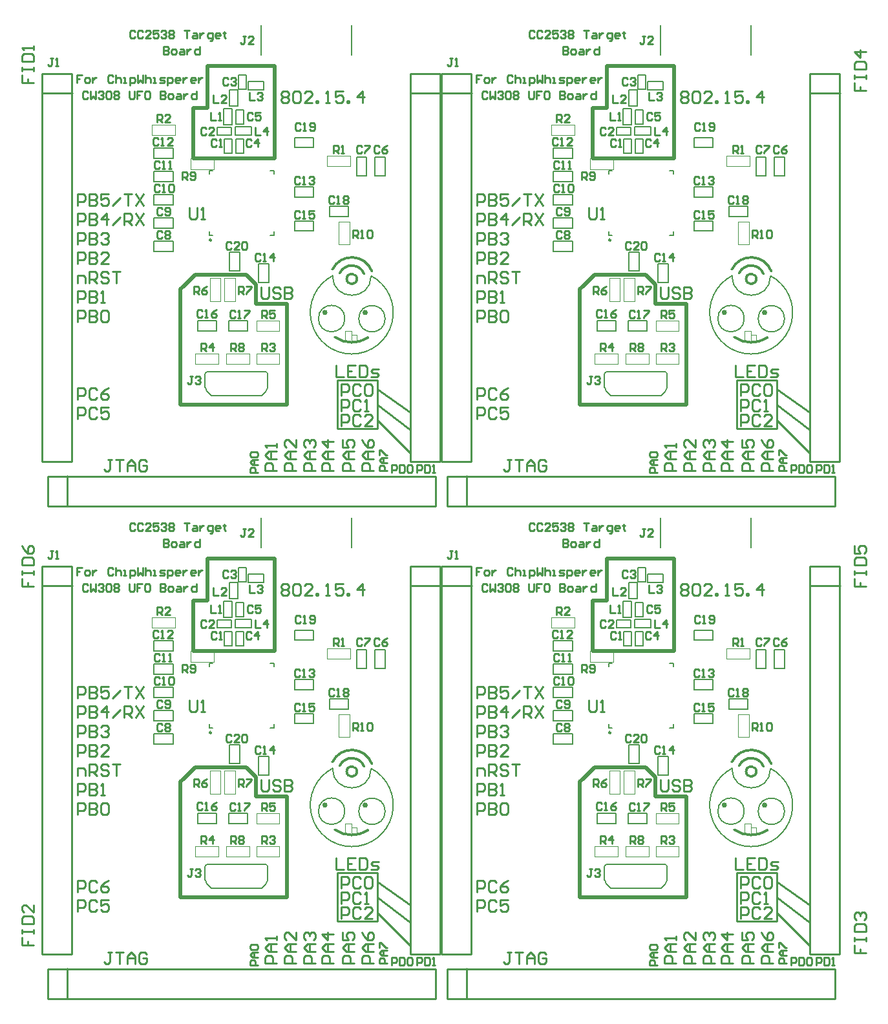
<source format=gto>
G04 Layer_Color=65535*
%FSLAX25Y25*%
%MOIN*%
G70*
G01*
G75*
%ADD24C,0.00800*%
%ADD26C,0.01000*%
%ADD27C,0.02000*%
%ADD46C,0.00600*%
%ADD47C,0.01387*%
%ADD48C,0.00984*%
%ADD49C,0.00347*%
%ADD50C,0.00787*%
%ADD51C,0.00394*%
%ADD52C,0.00500*%
D24*
X85665Y69378D02*
G03*
X84483Y68197I0J-1181D01*
G01*
X116767Y68591D02*
G03*
X115980Y69378I-787J0D01*
G01*
X115980Y59535D02*
G03*
X116767Y61436I-1901J1901D01*
G01*
X84483D02*
G03*
X85271Y59535I2688J0D01*
G01*
X85665Y69378D02*
X86220D01*
X114812D02*
X115980D01*
X116767Y61436D02*
Y68591D01*
X84483Y61436D02*
Y68197D01*
X101732Y222158D02*
Y222551D01*
X105668D01*
Y222158D02*
Y222551D01*
Y215071D02*
Y215465D01*
X101732Y215071D02*
X105668D01*
X101732D02*
Y215465D01*
X97735Y195468D02*
X98129D01*
Y191532D02*
Y195468D01*
X97735Y191532D02*
X98129D01*
X90649D02*
X91043D01*
X90649D02*
Y195468D01*
X91043D01*
X100232Y204157D02*
Y204551D01*
X104168D01*
Y204157D02*
Y204551D01*
Y197071D02*
Y197465D01*
X100232Y197071D02*
X104168D01*
X100232D02*
Y197465D01*
X94231Y189157D02*
Y189551D01*
X98168D01*
Y189157D02*
Y189551D01*
Y182071D02*
Y182465D01*
X94231Y182071D02*
X98168D01*
X94231D02*
Y182465D01*
X100232Y189157D02*
Y189551D01*
X104168D01*
Y189157D02*
Y189551D01*
Y182071D02*
Y182465D01*
X100232Y182071D02*
X104168D01*
X100232D02*
Y182465D01*
X291665Y69378D02*
G03*
X290483Y68197I0J-1181D01*
G01*
X322767Y68591D02*
G03*
X321979Y69378I-787J0D01*
G01*
X321979Y59535D02*
G03*
X322767Y61436I-1901J1901D01*
G01*
X290483D02*
G03*
X291271Y59535I2688J0D01*
G01*
X291665Y69378D02*
X292220D01*
X320812D02*
X321979D01*
X322767Y61436D02*
Y68591D01*
X290483Y61436D02*
Y68197D01*
X307732Y222158D02*
Y222551D01*
X311668D01*
Y222158D02*
Y222551D01*
Y215071D02*
Y215465D01*
X307732Y215071D02*
X311668D01*
X307732D02*
Y215465D01*
X303735Y195468D02*
X304129D01*
Y191532D02*
Y195468D01*
X303735Y191532D02*
X304129D01*
X296649D02*
X297042D01*
X296649D02*
Y195468D01*
X297042D01*
X306231Y204157D02*
Y204551D01*
X310169D01*
Y204157D02*
Y204551D01*
Y197071D02*
Y197465D01*
X306231Y197071D02*
X310169D01*
X306231D02*
Y197465D01*
X300232Y189157D02*
Y189551D01*
X304169D01*
Y189157D02*
Y189551D01*
Y182071D02*
Y182465D01*
X300232Y182071D02*
X304169D01*
X300232D02*
Y182465D01*
X306231Y189157D02*
Y189551D01*
X310169D01*
Y189157D02*
Y189551D01*
Y182071D02*
Y182465D01*
X306231Y182071D02*
X310169D01*
X306231D02*
Y182465D01*
X85665Y323378D02*
G03*
X84483Y322197I0J-1181D01*
G01*
X116767Y322591D02*
G03*
X115980Y323378I-787J0D01*
G01*
X115980Y313535D02*
G03*
X116767Y315436I-1901J1901D01*
G01*
X84483D02*
G03*
X85271Y313535I2688J0D01*
G01*
X85665Y323378D02*
X86220D01*
X114812D02*
X115980D01*
X116767Y315436D02*
Y322591D01*
X84483Y315436D02*
Y322197D01*
X101732Y476158D02*
Y476551D01*
X105668D01*
Y476158D02*
Y476551D01*
Y469071D02*
Y469465D01*
X101732Y469071D02*
X105668D01*
X101732D02*
Y469465D01*
X97735Y449469D02*
X98129D01*
Y445532D02*
Y449469D01*
X97735Y445532D02*
X98129D01*
X90649D02*
X91043D01*
X90649D02*
Y449469D01*
X91043D01*
X100232Y458157D02*
Y458551D01*
X104168D01*
Y458157D02*
Y458551D01*
Y451071D02*
Y451465D01*
X100232Y451071D02*
X104168D01*
X100232D02*
Y451465D01*
X94231Y443157D02*
Y443551D01*
X98168D01*
Y443157D02*
Y443551D01*
Y436071D02*
Y436465D01*
X94231Y436071D02*
X98168D01*
X94231D02*
Y436465D01*
X100232Y443157D02*
Y443551D01*
X104168D01*
Y443157D02*
Y443551D01*
Y436071D02*
Y436465D01*
X100232Y436071D02*
X104168D01*
X100232D02*
Y436465D01*
X291665Y323378D02*
G03*
X290483Y322197I0J-1181D01*
G01*
X322767Y322591D02*
G03*
X321979Y323378I-787J0D01*
G01*
X321979Y313535D02*
G03*
X322767Y315436I-1901J1901D01*
G01*
X290483D02*
G03*
X291271Y313535I2688J0D01*
G01*
X291665Y323378D02*
X292220D01*
X320812D02*
X321979D01*
X322767Y315436D02*
Y322591D01*
X290483Y315436D02*
Y322197D01*
X307732Y476158D02*
Y476551D01*
X311668D01*
Y476158D02*
Y476551D01*
Y469071D02*
Y469465D01*
X307732Y469071D02*
X311668D01*
X307732D02*
Y469465D01*
X303735Y449469D02*
X304129D01*
Y445532D02*
Y449469D01*
X303735Y445532D02*
X304129D01*
X296649D02*
X297042D01*
X296649D02*
Y449469D01*
X297042D01*
X306231Y458157D02*
Y458551D01*
X310169D01*
Y458157D02*
Y458551D01*
Y451071D02*
Y451465D01*
X306231Y451071D02*
X310169D01*
X306231D02*
Y451465D01*
X300232Y443157D02*
Y443551D01*
X304169D01*
Y443157D02*
Y443551D01*
Y436071D02*
Y436465D01*
X300232Y436071D02*
X304169D01*
X300232D02*
Y436465D01*
X306231Y443157D02*
Y443551D01*
X310169D01*
Y443157D02*
Y443551D01*
Y436071D02*
Y436465D01*
X306231Y436071D02*
X310169D01*
X306231D02*
Y436465D01*
D26*
X-9935Y216597D02*
Y212598D01*
X-6936D01*
Y214598D01*
Y212598D01*
X-3937D01*
X-9935Y218597D02*
Y220596D01*
Y219596D01*
X-3937D01*
Y218597D01*
Y220596D01*
X-9935Y223595D02*
X-3937D01*
Y226594D01*
X-4937Y227594D01*
X-8935D01*
X-9935Y226594D01*
Y223595D01*
Y233592D02*
X-8935Y231592D01*
X-6936Y229593D01*
X-4937D01*
X-3937Y230593D01*
Y232592D01*
X-4937Y233592D01*
X-5936D01*
X-6936Y232592D01*
Y229593D01*
X419199Y216597D02*
Y212598D01*
X422198D01*
Y214598D01*
Y212598D01*
X425197D01*
X419199Y218597D02*
Y220596D01*
Y219596D01*
X425197D01*
Y218597D01*
Y220596D01*
X419199Y223595D02*
X425197D01*
Y226594D01*
X424197Y227594D01*
X420198D01*
X419199Y226594D01*
Y223595D01*
Y233592D02*
Y229593D01*
X422198D01*
X421198Y231592D01*
Y232592D01*
X422198Y233592D01*
X424197D01*
X425197Y232592D01*
Y230593D01*
X424197Y229593D01*
X419199Y472503D02*
Y468504D01*
X422198D01*
Y470503D01*
Y468504D01*
X425197D01*
X419199Y474502D02*
Y476501D01*
Y475502D01*
X425197D01*
Y474502D01*
Y476501D01*
X419199Y479500D02*
X425197D01*
Y482499D01*
X424197Y483499D01*
X420198D01*
X419199Y482499D01*
Y479500D01*
X425197Y488497D02*
X419199D01*
X422198Y485498D01*
Y489497D01*
X419199Y27621D02*
Y23622D01*
X422198D01*
Y25621D01*
Y23622D01*
X425197D01*
X419199Y29620D02*
Y31620D01*
Y30620D01*
X425197D01*
Y29620D01*
Y31620D01*
X419199Y34618D02*
X425197D01*
Y37617D01*
X424197Y38617D01*
X420198D01*
X419199Y37617D01*
Y34618D01*
X420198Y40617D02*
X419199Y41616D01*
Y43616D01*
X420198Y44615D01*
X421198D01*
X422198Y43616D01*
Y42616D01*
Y43616D01*
X423198Y44615D01*
X424197D01*
X425197Y43616D01*
Y41616D01*
X424197Y40617D01*
X-9935Y31558D02*
Y27559D01*
X-6936D01*
Y29558D01*
Y27559D01*
X-3937D01*
X-9935Y33557D02*
Y35557D01*
Y34557D01*
X-3937D01*
Y33557D01*
Y35557D01*
X-9935Y38555D02*
X-3937D01*
Y41554D01*
X-4937Y42554D01*
X-8935D01*
X-9935Y41554D01*
Y38555D01*
X-3937Y48552D02*
Y44554D01*
X-7936Y48552D01*
X-8935D01*
X-9935Y47553D01*
Y45553D01*
X-8935Y44554D01*
X-9935Y476440D02*
Y472441D01*
X-6936D01*
Y474440D01*
Y472441D01*
X-3937D01*
X-9935Y478439D02*
Y480438D01*
Y479439D01*
X-3937D01*
Y478439D01*
Y480438D01*
X-9935Y483437D02*
X-3937D01*
Y486436D01*
X-4937Y487436D01*
X-8935D01*
X-9935Y486436D01*
Y483437D01*
X-3937Y489435D02*
Y491435D01*
Y490435D01*
X-9935D01*
X-8935Y489435D01*
X173200Y60500D02*
X190326Y48500D01*
X173200Y52500D02*
X190326Y39500D01*
X173200Y44500D02*
X190326Y27500D01*
X152700Y40000D02*
Y65000D01*
Y40000D02*
X173200D01*
Y65000D01*
X152700D02*
X173200D01*
X205700Y23000D02*
Y223000D01*
X326Y213000D02*
X16074D01*
X326Y223000D02*
X15700D01*
Y23000D02*
Y223000D01*
X326Y23000D02*
X15700D01*
X326D02*
Y223000D01*
X13200Y126D02*
Y15874D01*
X3200Y126D02*
Y15500D01*
X203200D01*
Y126D02*
Y15500D01*
X3200Y126D02*
X203200D01*
X190326Y213000D02*
X206074D01*
X190326Y223000D02*
X205700D01*
X190326Y23000D02*
X205700D01*
X190326D02*
Y223000D01*
X160700Y138500D02*
Y142499D01*
X162699D01*
X163366Y141832D01*
Y140499D01*
X162699Y139833D01*
X160700D01*
X162033D02*
X163366Y138500D01*
X164699D02*
X166032D01*
X165365D01*
Y142499D01*
X164699Y141832D01*
X168031D02*
X168697Y142499D01*
X170030D01*
X170697Y141832D01*
Y139166D01*
X170030Y138500D01*
X168697D01*
X168031Y139166D01*
Y141832D01*
X150866Y159332D02*
X150199Y159999D01*
X148866D01*
X148200Y159332D01*
Y156667D01*
X148866Y156000D01*
X150199D01*
X150866Y156667D01*
X152199Y156000D02*
X153532D01*
X152865D01*
Y159999D01*
X152199Y159332D01*
X155531D02*
X156197Y159999D01*
X157530D01*
X158197Y159332D01*
Y158666D01*
X157530Y157999D01*
X158197Y157333D01*
Y156667D01*
X157530Y156000D01*
X156197D01*
X155531Y156667D01*
Y157333D01*
X156197Y157999D01*
X155531Y158666D01*
Y159332D01*
X156197Y157999D02*
X157530D01*
X72700Y168500D02*
Y172499D01*
X74699D01*
X75366Y171832D01*
Y170499D01*
X74699Y169833D01*
X72700D01*
X74033D02*
X75366Y168500D01*
X76699Y169167D02*
X77365Y168500D01*
X78698D01*
X79365Y169167D01*
Y171832D01*
X78698Y172499D01*
X77365D01*
X76699Y171832D01*
Y171166D01*
X77365Y170499D01*
X79365D01*
X77866Y66999D02*
X76533D01*
X77199D01*
Y63666D01*
X76533Y63000D01*
X75866D01*
X75200Y63666D01*
X79199Y66332D02*
X79865Y66999D01*
X81198D01*
X81865Y66332D01*
Y65666D01*
X81198Y64999D01*
X80532D01*
X81198D01*
X81865Y64333D01*
Y63666D01*
X81198Y63000D01*
X79865D01*
X79199Y63666D01*
X97866Y135832D02*
X97199Y136499D01*
X95866D01*
X95200Y135832D01*
Y133167D01*
X95866Y132500D01*
X97199D01*
X97866Y133167D01*
X101865Y132500D02*
X99199D01*
X101865Y135166D01*
Y135832D01*
X101198Y136499D01*
X99865D01*
X99199Y135832D01*
X103197D02*
X103864Y136499D01*
X105197D01*
X105863Y135832D01*
Y133167D01*
X105197Y132500D01*
X103864D01*
X103197Y133167D01*
Y135832D01*
X101700Y109500D02*
Y113499D01*
X103699D01*
X104366Y112832D01*
Y111499D01*
X103699Y110833D01*
X101700D01*
X103033D02*
X104366Y109500D01*
X105699Y113499D02*
X108364D01*
Y112832D01*
X105699Y110167D01*
Y109500D01*
X78700D02*
Y113499D01*
X80699D01*
X81366Y112832D01*
Y111499D01*
X80699Y110833D01*
X78700D01*
X80033D02*
X81366Y109500D01*
X85365Y113499D02*
X84032Y112832D01*
X82699Y111499D01*
Y110167D01*
X83365Y109500D01*
X84698D01*
X85365Y110167D01*
Y110833D01*
X84698Y111499D01*
X82699D01*
X82200Y80000D02*
Y83999D01*
X84199D01*
X84866Y83332D01*
Y81999D01*
X84199Y81333D01*
X82200D01*
X83533D02*
X84866Y80000D01*
X88198D02*
Y83999D01*
X86199Y81999D01*
X88864D01*
X97700Y80000D02*
Y83999D01*
X99699D01*
X100366Y83332D01*
Y81999D01*
X99699Y81333D01*
X97700D01*
X99033D02*
X100366Y80000D01*
X101699Y83332D02*
X102365Y83999D01*
X103698D01*
X104365Y83332D01*
Y82666D01*
X103698Y81999D01*
X104365Y81333D01*
Y80667D01*
X103698Y80000D01*
X102365D01*
X101699Y80667D01*
Y81333D01*
X102365Y81999D01*
X101699Y82666D01*
Y83332D01*
X102365Y81999D02*
X103698D01*
X113700Y80000D02*
Y83999D01*
X115699D01*
X116366Y83332D01*
Y81999D01*
X115699Y81333D01*
X113700D01*
X115033D02*
X116366Y80000D01*
X117699Y83332D02*
X118365Y83999D01*
X119698D01*
X120364Y83332D01*
Y82666D01*
X119698Y81999D01*
X119032D01*
X119698D01*
X120364Y81333D01*
Y80667D01*
X119698Y80000D01*
X118365D01*
X117699Y80667D01*
X113700Y97000D02*
Y100999D01*
X115699D01*
X116366Y100332D01*
Y98999D01*
X115699Y98333D01*
X113700D01*
X115033D02*
X116366Y97000D01*
X120364Y100999D02*
X117699D01*
Y98999D01*
X119032Y99666D01*
X119698D01*
X120364Y98999D01*
Y97667D01*
X119698Y97000D01*
X118365D01*
X117699Y97667D01*
X99866Y100332D02*
X99199Y100999D01*
X97866D01*
X97200Y100332D01*
Y97667D01*
X97866Y97000D01*
X99199D01*
X99866Y97667D01*
X101199Y97000D02*
X102532D01*
X101865D01*
Y100999D01*
X101199Y100332D01*
X104531Y100999D02*
X107197D01*
Y100332D01*
X104531Y97667D01*
Y97000D01*
X82866Y100832D02*
X82199Y101499D01*
X80866D01*
X80200Y100832D01*
Y98167D01*
X80866Y97500D01*
X82199D01*
X82866Y98167D01*
X84199Y97500D02*
X85532D01*
X84865D01*
Y101499D01*
X84199Y100832D01*
X90197Y101499D02*
X88864Y100832D01*
X87531Y99499D01*
Y98167D01*
X88197Y97500D01*
X89530D01*
X90197Y98167D01*
Y98833D01*
X89530Y99499D01*
X87531D01*
X133366Y151832D02*
X132699Y152499D01*
X131367D01*
X130700Y151832D01*
Y149167D01*
X131367Y148500D01*
X132699D01*
X133366Y149167D01*
X134699Y148500D02*
X136032D01*
X135365D01*
Y152499D01*
X134699Y151832D01*
X140697Y152499D02*
X138031D01*
Y150499D01*
X139364Y151166D01*
X140030D01*
X140697Y150499D01*
Y149167D01*
X140030Y148500D01*
X138697D01*
X138031Y149167D01*
X150700Y182000D02*
Y185999D01*
X152699D01*
X153366Y185332D01*
Y183999D01*
X152699Y183333D01*
X150700D01*
X152033D02*
X153366Y182000D01*
X154699D02*
X156032D01*
X155365D01*
Y185999D01*
X154699Y185332D01*
X59700Y198000D02*
Y201999D01*
X61699D01*
X62366Y201332D01*
Y199999D01*
X61699Y199333D01*
X59700D01*
X61033D02*
X62366Y198000D01*
X66365D02*
X63699D01*
X66365Y200666D01*
Y201332D01*
X65698Y201999D01*
X64365D01*
X63699Y201332D01*
X87200Y202999D02*
Y199000D01*
X89866D01*
X91199D02*
X92532D01*
X91865D01*
Y202999D01*
X91199Y202332D01*
X110200Y195499D02*
Y191500D01*
X112866D01*
X116198D02*
Y195499D01*
X114199Y193499D01*
X116865D01*
X88700Y211999D02*
Y208000D01*
X91366D01*
X95364D02*
X92699D01*
X95364Y210666D01*
Y211332D01*
X94698Y211999D01*
X93365D01*
X92699Y211332D01*
X107200Y213499D02*
Y209500D01*
X109866D01*
X111199Y212832D02*
X111865Y213499D01*
X113198D01*
X113865Y212832D01*
Y212166D01*
X113198Y211499D01*
X112532D01*
X113198D01*
X113865Y210833D01*
Y210167D01*
X113198Y209500D01*
X111865D01*
X111199Y210167D01*
X105366Y242499D02*
X104033D01*
X104699D01*
Y239166D01*
X104033Y238500D01*
X103366D01*
X102700Y239166D01*
X109364Y238500D02*
X106699D01*
X109364Y241166D01*
Y241832D01*
X108698Y242499D01*
X107365D01*
X106699Y241832D01*
X5866Y230999D02*
X4533D01*
X5199D01*
Y227666D01*
X4533Y227000D01*
X3866D01*
X3200Y227666D01*
X7199Y227000D02*
X8532D01*
X7865D01*
Y230999D01*
X7199Y230332D01*
X62366Y141332D02*
X61699Y141999D01*
X60366D01*
X59700Y141332D01*
Y138666D01*
X60366Y138000D01*
X61699D01*
X62366Y138666D01*
X63699Y141332D02*
X64365Y141999D01*
X65698D01*
X66365Y141332D01*
Y140666D01*
X65698Y139999D01*
X66365Y139333D01*
Y138666D01*
X65698Y138000D01*
X64365D01*
X63699Y138666D01*
Y139333D01*
X64365Y139999D01*
X63699Y140666D01*
Y141332D01*
X64365Y139999D02*
X65698D01*
X174366Y185332D02*
X173699Y185999D01*
X172366D01*
X171700Y185332D01*
Y182667D01*
X172366Y182000D01*
X173699D01*
X174366Y182667D01*
X178365Y185999D02*
X177032Y185332D01*
X175699Y183999D01*
Y182667D01*
X176365Y182000D01*
X177698D01*
X178365Y182667D01*
Y183333D01*
X177698Y183999D01*
X175699D01*
X165366Y185332D02*
X164699Y185999D01*
X163366D01*
X162700Y185332D01*
Y182667D01*
X163366Y182000D01*
X164699D01*
X165366Y182667D01*
X166699Y185999D02*
X169365D01*
Y185332D01*
X166699Y182667D01*
Y182000D01*
X62366Y153332D02*
X61699Y153999D01*
X60366D01*
X59700Y153332D01*
Y150666D01*
X60366Y150000D01*
X61699D01*
X62366Y150666D01*
X63699D02*
X64365Y150000D01*
X65698D01*
X66365Y150666D01*
Y153332D01*
X65698Y153999D01*
X64365D01*
X63699Y153332D01*
Y152666D01*
X64365Y151999D01*
X66365D01*
X60866Y165332D02*
X60199Y165999D01*
X58866D01*
X58200Y165332D01*
Y162666D01*
X58866Y162000D01*
X60199D01*
X60866Y162666D01*
X62199Y162000D02*
X63532D01*
X62865D01*
Y165999D01*
X62199Y165332D01*
X65531D02*
X66197Y165999D01*
X67530D01*
X68197Y165332D01*
Y162666D01*
X67530Y162000D01*
X66197D01*
X65531Y162666D01*
Y165332D01*
X60866Y177332D02*
X60199Y177999D01*
X58866D01*
X58200Y177332D01*
Y174667D01*
X58866Y174000D01*
X60199D01*
X60866Y174667D01*
X62199Y174000D02*
X63532D01*
X62865D01*
Y177999D01*
X62199Y177332D01*
X65531Y174000D02*
X66864D01*
X66197D01*
Y177999D01*
X65531Y177332D01*
X60366Y189332D02*
X59699Y189999D01*
X58366D01*
X57700Y189332D01*
Y186667D01*
X58366Y186000D01*
X59699D01*
X60366Y186667D01*
X61699Y186000D02*
X63032D01*
X62365D01*
Y189999D01*
X61699Y189332D01*
X67697Y186000D02*
X65031D01*
X67697Y188666D01*
Y189332D01*
X67030Y189999D01*
X65697D01*
X65031Y189332D01*
X133366Y169332D02*
X132699Y169999D01*
X131367D01*
X130700Y169332D01*
Y166666D01*
X131367Y166000D01*
X132699D01*
X133366Y166666D01*
X134699Y166000D02*
X136032D01*
X135365D01*
Y169999D01*
X134699Y169332D01*
X138031D02*
X138697Y169999D01*
X140030D01*
X140697Y169332D01*
Y168666D01*
X140030Y167999D01*
X139364D01*
X140030D01*
X140697Y167333D01*
Y166666D01*
X140030Y166000D01*
X138697D01*
X138031Y166666D01*
X112866Y129832D02*
X112199Y130499D01*
X110866D01*
X110200Y129832D01*
Y127166D01*
X110866Y126500D01*
X112199D01*
X112866Y127166D01*
X114199Y126500D02*
X115532D01*
X114865D01*
Y130499D01*
X114199Y129832D01*
X119530Y126500D02*
Y130499D01*
X117531Y128499D01*
X120197D01*
X108366Y188832D02*
X107699Y189499D01*
X106367D01*
X105700Y188832D01*
Y186167D01*
X106367Y185500D01*
X107699D01*
X108366Y186167D01*
X111698Y185500D02*
Y189499D01*
X109699Y187499D01*
X112364D01*
X90366Y188832D02*
X89699Y189499D01*
X88366D01*
X87700Y188832D01*
Y186167D01*
X88366Y185500D01*
X89699D01*
X90366Y186167D01*
X91699Y185500D02*
X93032D01*
X92365D01*
Y189499D01*
X91699Y188832D01*
X108866Y202332D02*
X108199Y202999D01*
X106867D01*
X106200Y202332D01*
Y199667D01*
X106867Y199000D01*
X108199D01*
X108866Y199667D01*
X112864Y202999D02*
X110199D01*
Y200999D01*
X111532Y201666D01*
X112198D01*
X112864Y200999D01*
Y199667D01*
X112198Y199000D01*
X110865D01*
X110199Y199667D01*
X84866Y194832D02*
X84199Y195499D01*
X82866D01*
X82200Y194832D01*
Y192166D01*
X82866Y191500D01*
X84199D01*
X84866Y192166D01*
X88864Y191500D02*
X86199D01*
X88864Y194166D01*
Y194832D01*
X88198Y195499D01*
X86865D01*
X86199Y194832D01*
X96366Y220332D02*
X95699Y220999D01*
X94366D01*
X93700Y220332D01*
Y217667D01*
X94366Y217000D01*
X95699D01*
X96366Y217667D01*
X97699Y220332D02*
X98365Y220999D01*
X99698D01*
X100364Y220332D01*
Y219666D01*
X99698Y218999D01*
X99032D01*
X99698D01*
X100364Y218333D01*
Y217667D01*
X99698Y217000D01*
X98365D01*
X97699Y217667D01*
X133666Y196932D02*
X132999Y197599D01*
X131667D01*
X131000Y196932D01*
Y194266D01*
X131667Y193600D01*
X132999D01*
X133666Y194266D01*
X134999Y193600D02*
X136332D01*
X135665D01*
Y197599D01*
X134999Y196932D01*
X138331Y194266D02*
X138997Y193600D01*
X140330D01*
X140997Y194266D01*
Y196932D01*
X140330Y197599D01*
X138997D01*
X138331Y196932D01*
Y196266D01*
X138997Y195599D01*
X140997D01*
X76200Y153998D02*
Y149000D01*
X77200Y148000D01*
X79199D01*
X80199Y149000D01*
Y153998D01*
X82198Y148000D02*
X84197D01*
X83198D01*
Y153998D01*
X82198Y152998D01*
X20866Y222530D02*
X18200D01*
Y220531D01*
X19533D01*
X18200D01*
Y218531D01*
X22865D02*
X24198D01*
X24864Y219198D01*
Y220531D01*
X24198Y221197D01*
X22865D01*
X22199Y220531D01*
Y219198D01*
X22865Y218531D01*
X26197Y221197D02*
Y218531D01*
Y219864D01*
X26864Y220531D01*
X27530Y221197D01*
X28197D01*
X36861Y221864D02*
X36194Y222530D01*
X34861D01*
X34195Y221864D01*
Y219198D01*
X34861Y218531D01*
X36194D01*
X36861Y219198D01*
X38194Y222530D02*
Y218531D01*
Y220531D01*
X38860Y221197D01*
X40193D01*
X40859Y220531D01*
Y218531D01*
X42192D02*
X43525D01*
X42859D01*
Y221197D01*
X42192D01*
X45524Y217198D02*
Y221197D01*
X47524D01*
X48190Y220531D01*
Y219198D01*
X47524Y218531D01*
X45524D01*
X49523Y222530D02*
Y218531D01*
X50856Y219864D01*
X52189Y218531D01*
Y222530D01*
X53522D02*
Y218531D01*
Y220531D01*
X54188Y221197D01*
X55521D01*
X56188Y220531D01*
Y218531D01*
X57521D02*
X58854D01*
X58187D01*
Y221197D01*
X57521D01*
X60853Y218531D02*
X62852D01*
X63519Y219198D01*
X62852Y219864D01*
X61519D01*
X60853Y220531D01*
X61519Y221197D01*
X63519D01*
X64852Y217198D02*
Y221197D01*
X66851D01*
X67517Y220531D01*
Y219198D01*
X66851Y218531D01*
X64852D01*
X70850D02*
X69517D01*
X68850Y219198D01*
Y220531D01*
X69517Y221197D01*
X70850D01*
X71516Y220531D01*
Y219864D01*
X68850D01*
X72849Y221197D02*
Y218531D01*
Y219864D01*
X73515Y220531D01*
X74182Y221197D01*
X74848D01*
X78847Y218531D02*
X77514D01*
X76848Y219198D01*
Y220531D01*
X77514Y221197D01*
X78847D01*
X79514Y220531D01*
Y219864D01*
X76848D01*
X80847Y221197D02*
Y218531D01*
Y219864D01*
X81513Y220531D01*
X82179Y221197D01*
X82846D01*
X23865Y213332D02*
X23198Y213999D01*
X21866D01*
X21199Y213332D01*
Y210666D01*
X21866Y210000D01*
X23198D01*
X23865Y210666D01*
X25198Y213999D02*
Y210000D01*
X26531Y211333D01*
X27863Y210000D01*
Y213999D01*
X29196Y213332D02*
X29863Y213999D01*
X31196D01*
X31862Y213332D01*
Y212666D01*
X31196Y211999D01*
X30529D01*
X31196D01*
X31862Y211333D01*
Y210666D01*
X31196Y210000D01*
X29863D01*
X29196Y210666D01*
X33195Y213332D02*
X33862Y213999D01*
X35195D01*
X35861Y213332D01*
Y210666D01*
X35195Y210000D01*
X33862D01*
X33195Y210666D01*
Y213332D01*
X37194D02*
X37860Y213999D01*
X39193D01*
X39860Y213332D01*
Y212666D01*
X39193Y211999D01*
X39860Y211333D01*
Y210666D01*
X39193Y210000D01*
X37860D01*
X37194Y210666D01*
Y211333D01*
X37860Y211999D01*
X37194Y212666D01*
Y213332D01*
X37860Y211999D02*
X39193D01*
X45191Y213999D02*
Y210666D01*
X45858Y210000D01*
X47191D01*
X47857Y210666D01*
Y213999D01*
X51856D02*
X49190D01*
Y211999D01*
X50523D01*
X49190D01*
Y210000D01*
X55188Y213999D02*
X53855D01*
X53189Y213332D01*
Y210666D01*
X53855Y210000D01*
X55188D01*
X55854Y210666D01*
Y213332D01*
X55188Y213999D01*
X61186D02*
Y210000D01*
X63186D01*
X63852Y210666D01*
Y211333D01*
X63186Y211999D01*
X61186D01*
X63186D01*
X63852Y212666D01*
Y213332D01*
X63186Y213999D01*
X61186D01*
X65851Y210000D02*
X67184D01*
X67851Y210666D01*
Y211999D01*
X67184Y212666D01*
X65851D01*
X65185Y211999D01*
Y210666D01*
X65851Y210000D01*
X69850Y212666D02*
X71183D01*
X71849Y211999D01*
Y210000D01*
X69850D01*
X69184Y210666D01*
X69850Y211333D01*
X71849D01*
X73182Y212666D02*
Y210000D01*
Y211333D01*
X73849Y211999D01*
X74515Y212666D01*
X75182D01*
X79847Y213999D02*
Y210000D01*
X77847D01*
X77181Y210666D01*
Y211999D01*
X77847Y212666D01*
X79847D01*
X48366Y244864D02*
X47699Y245530D01*
X46366D01*
X45700Y244864D01*
Y242198D01*
X46366Y241531D01*
X47699D01*
X48366Y242198D01*
X52364Y244864D02*
X51698Y245530D01*
X50365D01*
X49699Y244864D01*
Y242198D01*
X50365Y241531D01*
X51698D01*
X52364Y242198D01*
X56363Y241531D02*
X53697D01*
X56363Y244197D01*
Y244864D01*
X55697Y245530D01*
X54364D01*
X53697Y244864D01*
X60362Y245530D02*
X57696D01*
Y243531D01*
X59029Y244197D01*
X59696D01*
X60362Y243531D01*
Y242198D01*
X59696Y241531D01*
X58363D01*
X57696Y242198D01*
X61695Y244864D02*
X62361Y245530D01*
X63694D01*
X64361Y244864D01*
Y244197D01*
X63694Y243531D01*
X63028D01*
X63694D01*
X64361Y242864D01*
Y242198D01*
X63694Y241531D01*
X62361D01*
X61695Y242198D01*
X65694Y244864D02*
X66360Y245530D01*
X67693D01*
X68359Y244864D01*
Y244197D01*
X67693Y243531D01*
X68359Y242864D01*
Y242198D01*
X67693Y241531D01*
X66360D01*
X65694Y242198D01*
Y242864D01*
X66360Y243531D01*
X65694Y244197D01*
Y244864D01*
X66360Y243531D02*
X67693D01*
X73691Y245530D02*
X76357D01*
X75024D01*
Y241531D01*
X78356Y244197D02*
X79689D01*
X80356Y243531D01*
Y241531D01*
X78356D01*
X77690Y242198D01*
X78356Y242864D01*
X80356D01*
X81688Y244197D02*
Y241531D01*
Y242864D01*
X82355Y243531D01*
X83021Y244197D01*
X83688D01*
X87020Y240198D02*
X87687D01*
X88353Y240865D01*
Y244197D01*
X86353D01*
X85687Y243531D01*
Y242198D01*
X86353Y241531D01*
X88353D01*
X91685D02*
X90352D01*
X89686Y242198D01*
Y243531D01*
X90352Y244197D01*
X91685D01*
X92352Y243531D01*
Y242864D01*
X89686D01*
X94351Y244864D02*
Y244197D01*
X93685D01*
X95017D01*
X94351D01*
Y242198D01*
X95017Y241531D01*
X63028Y236999D02*
Y233000D01*
X65027D01*
X65694Y233666D01*
Y234333D01*
X65027Y234999D01*
X63028D01*
X65027D01*
X65694Y235666D01*
Y236332D01*
X65027Y236999D01*
X63028D01*
X67693Y233000D02*
X69026D01*
X69692Y233666D01*
Y234999D01*
X69026Y235666D01*
X67693D01*
X67027Y234999D01*
Y233666D01*
X67693Y233000D01*
X71692Y235666D02*
X73024D01*
X73691Y234999D01*
Y233000D01*
X71692D01*
X71025Y233666D01*
X71692Y234333D01*
X73691D01*
X75024Y235666D02*
Y233000D01*
Y234333D01*
X75690Y234999D01*
X76357Y235666D01*
X77023D01*
X81688Y236999D02*
Y233000D01*
X79689D01*
X79023Y233666D01*
Y234999D01*
X79689Y235666D01*
X81688D01*
X151900Y72798D02*
Y66800D01*
X155899D01*
X161897Y72798D02*
X157898D01*
Y66800D01*
X161897D01*
X157898Y69799D02*
X159897D01*
X163896Y72798D02*
Y66800D01*
X166895D01*
X167895Y67800D01*
Y71798D01*
X166895Y72798D01*
X163896D01*
X169894Y66800D02*
X172893D01*
X173893Y67800D01*
X172893Y68799D01*
X170894D01*
X169894Y69799D01*
X170894Y70799D01*
X173893D01*
X154700Y41500D02*
Y47498D01*
X157699D01*
X158699Y46498D01*
Y44499D01*
X157699Y43499D01*
X154700D01*
X164697Y46498D02*
X163697Y47498D01*
X161698D01*
X160698Y46498D01*
Y42500D01*
X161698Y41500D01*
X163697D01*
X164697Y42500D01*
X170695Y41500D02*
X166696D01*
X170695Y45499D01*
Y46498D01*
X169695Y47498D01*
X167696D01*
X166696Y46498D01*
X154700Y49000D02*
Y54998D01*
X157699D01*
X158699Y53998D01*
Y51999D01*
X157699Y50999D01*
X154700D01*
X164697Y53998D02*
X163697Y54998D01*
X161698D01*
X160698Y53998D01*
Y50000D01*
X161698Y49000D01*
X163697D01*
X164697Y50000D01*
X166696Y49000D02*
X168695D01*
X167696D01*
Y54998D01*
X166696Y53998D01*
X154700Y57000D02*
Y62998D01*
X157699D01*
X158699Y61998D01*
Y59999D01*
X157699Y58999D01*
X154700D01*
X164697Y61998D02*
X163697Y62998D01*
X161698D01*
X160698Y61998D01*
Y58000D01*
X161698Y57000D01*
X163697D01*
X164697Y58000D01*
X166696Y61998D02*
X167696Y62998D01*
X169695D01*
X170695Y61998D01*
Y58000D01*
X169695Y57000D01*
X167696D01*
X166696Y58000D01*
Y61998D01*
X193700Y17500D02*
Y21499D01*
X195699D01*
X196366Y20832D01*
Y19499D01*
X195699Y18833D01*
X193700D01*
X197699Y21499D02*
Y17500D01*
X199698D01*
X200364Y18167D01*
Y20832D01*
X199698Y21499D01*
X197699D01*
X201697Y17500D02*
X203030D01*
X202364D01*
Y21499D01*
X201697Y20832D01*
X180700Y17500D02*
Y21499D01*
X182699D01*
X183366Y20832D01*
Y19499D01*
X182699Y18833D01*
X180700D01*
X184699Y21499D02*
Y17500D01*
X186698D01*
X187364Y18167D01*
Y20832D01*
X186698Y21499D01*
X184699D01*
X188697Y20832D02*
X189364Y21499D01*
X190697D01*
X191363Y20832D01*
Y18167D01*
X190697Y17500D01*
X189364D01*
X188697Y18167D01*
Y20832D01*
X178200Y18500D02*
X174201D01*
Y20499D01*
X174868Y21166D01*
X176201D01*
X176867Y20499D01*
Y18500D01*
X178200Y22499D02*
X175534D01*
X174201Y23832D01*
X175534Y25164D01*
X178200D01*
X176201D01*
Y22499D01*
X174201Y26497D02*
Y29163D01*
X174868D01*
X177533Y26497D01*
X178200D01*
X171200Y18500D02*
X165202D01*
Y21499D01*
X166202Y22499D01*
X168201D01*
X169201Y21499D01*
Y18500D01*
X171200Y24498D02*
X167201D01*
X165202Y26497D01*
X167201Y28497D01*
X171200D01*
X168201D01*
Y24498D01*
X165202Y34495D02*
X166202Y32495D01*
X168201Y30496D01*
X170200D01*
X171200Y31496D01*
Y33495D01*
X170200Y34495D01*
X169201D01*
X168201Y33495D01*
Y30496D01*
X161200Y18500D02*
X155202D01*
Y21499D01*
X156202Y22499D01*
X158201D01*
X159201Y21499D01*
Y18500D01*
X161200Y24498D02*
X157201D01*
X155202Y26497D01*
X157201Y28497D01*
X161200D01*
X158201D01*
Y24498D01*
X155202Y34495D02*
Y30496D01*
X158201D01*
X157201Y32495D01*
Y33495D01*
X158201Y34495D01*
X160200D01*
X161200Y33495D01*
Y31496D01*
X160200Y30496D01*
X150700Y18500D02*
X144702D01*
Y21499D01*
X145702Y22499D01*
X147701D01*
X148701Y21499D01*
Y18500D01*
X150700Y24498D02*
X146701D01*
X144702Y26497D01*
X146701Y28497D01*
X150700D01*
X147701D01*
Y24498D01*
X150700Y33495D02*
X144702D01*
X147701Y30496D01*
Y34495D01*
X141200Y18500D02*
X135202D01*
Y21499D01*
X136202Y22499D01*
X138201D01*
X139201Y21499D01*
Y18500D01*
X141200Y24498D02*
X137201D01*
X135202Y26497D01*
X137201Y28497D01*
X141200D01*
X138201D01*
Y24498D01*
X136202Y30496D02*
X135202Y31496D01*
Y33495D01*
X136202Y34495D01*
X137201D01*
X138201Y33495D01*
Y32495D01*
Y33495D01*
X139201Y34495D01*
X140200D01*
X141200Y33495D01*
Y31496D01*
X140200Y30496D01*
X131200Y18500D02*
X125202D01*
Y21499D01*
X126202Y22499D01*
X128201D01*
X129201Y21499D01*
Y18500D01*
X131200Y24498D02*
X127201D01*
X125202Y26497D01*
X127201Y28497D01*
X131200D01*
X128201D01*
Y24498D01*
X131200Y34495D02*
Y30496D01*
X127201Y34495D01*
X126202D01*
X125202Y33495D01*
Y31496D01*
X126202Y30496D01*
X121200Y18500D02*
X115202D01*
Y21499D01*
X116202Y22499D01*
X118201D01*
X119201Y21499D01*
Y18500D01*
X121200Y24498D02*
X117201D01*
X115202Y26497D01*
X117201Y28497D01*
X121200D01*
X118201D01*
Y24498D01*
X121200Y30496D02*
Y32495D01*
Y31496D01*
X115202D01*
X116202Y30496D01*
X111700Y17500D02*
X107701D01*
Y19499D01*
X108368Y20166D01*
X109701D01*
X110367Y19499D01*
Y17500D01*
X111700Y21499D02*
X109034D01*
X107701Y22832D01*
X109034Y24164D01*
X111700D01*
X109701D01*
Y21499D01*
X108368Y25497D02*
X107701Y26164D01*
Y27497D01*
X108368Y28163D01*
X111033D01*
X111700Y27497D01*
Y26164D01*
X111033Y25497D01*
X108368D01*
X18700Y55000D02*
Y60998D01*
X21699D01*
X22699Y59998D01*
Y57999D01*
X21699Y56999D01*
X18700D01*
X28697Y59998D02*
X27697Y60998D01*
X25698D01*
X24698Y59998D01*
Y56000D01*
X25698Y55000D01*
X27697D01*
X28697Y56000D01*
X34695Y60998D02*
X32695Y59998D01*
X30696Y57999D01*
Y56000D01*
X31696Y55000D01*
X33695D01*
X34695Y56000D01*
Y56999D01*
X33695Y57999D01*
X30696D01*
X18700Y45000D02*
Y50998D01*
X21699D01*
X22699Y49998D01*
Y47999D01*
X21699Y46999D01*
X18700D01*
X28697Y49998D02*
X27697Y50998D01*
X25698D01*
X24698Y49998D01*
Y46000D01*
X25698Y45000D01*
X27697D01*
X28697Y46000D01*
X34695Y50998D02*
X30696D01*
Y47999D01*
X32695Y48999D01*
X33695D01*
X34695Y47999D01*
Y46000D01*
X33695Y45000D01*
X31696D01*
X30696Y46000D01*
X18700Y115000D02*
Y118999D01*
X21699D01*
X22699Y117999D01*
Y115000D01*
X24698D02*
Y120998D01*
X27697D01*
X28697Y119998D01*
Y117999D01*
X27697Y116999D01*
X24698D01*
X26697D02*
X28697Y115000D01*
X34695Y119998D02*
X33695Y120998D01*
X31696D01*
X30696Y119998D01*
Y118999D01*
X31696Y117999D01*
X33695D01*
X34695Y116999D01*
Y116000D01*
X33695Y115000D01*
X31696D01*
X30696Y116000D01*
X36694Y120998D02*
X40693D01*
X38693D01*
Y115000D01*
X36199Y23998D02*
X34199D01*
X35199D01*
Y19000D01*
X34199Y18000D01*
X33200D01*
X32200Y19000D01*
X38198Y23998D02*
X42197D01*
X40197D01*
Y18000D01*
X44196D02*
Y21999D01*
X46196Y23998D01*
X48195Y21999D01*
Y18000D01*
Y20999D01*
X44196D01*
X54193Y22998D02*
X53193Y23998D01*
X51194D01*
X50194Y22998D01*
Y19000D01*
X51194Y18000D01*
X53193D01*
X54193Y19000D01*
Y20999D01*
X52193D01*
X18700Y155000D02*
Y160998D01*
X21699D01*
X22699Y159998D01*
Y157999D01*
X21699Y156999D01*
X18700D01*
X24698Y160998D02*
Y155000D01*
X27697D01*
X28697Y156000D01*
Y156999D01*
X27697Y157999D01*
X24698D01*
X27697D01*
X28697Y158999D01*
Y159998D01*
X27697Y160998D01*
X24698D01*
X34695D02*
X30696D01*
Y157999D01*
X32695Y158999D01*
X33695D01*
X34695Y157999D01*
Y156000D01*
X33695Y155000D01*
X31696D01*
X30696Y156000D01*
X36694Y155000D02*
X40693Y158999D01*
X42692Y160998D02*
X46691D01*
X44692D01*
Y155000D01*
X48690Y160998D02*
X52689Y155000D01*
Y160998D02*
X48690Y155000D01*
X18700Y145000D02*
Y150998D01*
X21699D01*
X22699Y149998D01*
Y147999D01*
X21699Y146999D01*
X18700D01*
X24698Y150998D02*
Y145000D01*
X27697D01*
X28697Y146000D01*
Y146999D01*
X27697Y147999D01*
X24698D01*
X27697D01*
X28697Y148999D01*
Y149998D01*
X27697Y150998D01*
X24698D01*
X33695Y145000D02*
Y150998D01*
X30696Y147999D01*
X34695D01*
X36694Y145000D02*
X40693Y148999D01*
X42692Y145000D02*
Y150998D01*
X45691D01*
X46691Y149998D01*
Y147999D01*
X45691Y146999D01*
X42692D01*
X44692D02*
X46691Y145000D01*
X48690Y150998D02*
X52689Y145000D01*
Y150998D02*
X48690Y145000D01*
X18700Y135000D02*
Y140998D01*
X21699D01*
X22699Y139998D01*
Y137999D01*
X21699Y136999D01*
X18700D01*
X24698Y140998D02*
Y135000D01*
X27697D01*
X28697Y136000D01*
Y136999D01*
X27697Y137999D01*
X24698D01*
X27697D01*
X28697Y138999D01*
Y139998D01*
X27697Y140998D01*
X24698D01*
X30696Y139998D02*
X31696Y140998D01*
X33695D01*
X34695Y139998D01*
Y138999D01*
X33695Y137999D01*
X32695D01*
X33695D01*
X34695Y136999D01*
Y136000D01*
X33695Y135000D01*
X31696D01*
X30696Y136000D01*
X18700Y125000D02*
Y130998D01*
X21699D01*
X22699Y129998D01*
Y127999D01*
X21699Y126999D01*
X18700D01*
X24698Y130998D02*
Y125000D01*
X27697D01*
X28697Y126000D01*
Y126999D01*
X27697Y127999D01*
X24698D01*
X27697D01*
X28697Y128999D01*
Y129998D01*
X27697Y130998D01*
X24698D01*
X34695Y125000D02*
X30696D01*
X34695Y128999D01*
Y129998D01*
X33695Y130998D01*
X31696D01*
X30696Y129998D01*
X18700Y105000D02*
Y110998D01*
X21699D01*
X22699Y109998D01*
Y107999D01*
X21699Y106999D01*
X18700D01*
X24698Y110998D02*
Y105000D01*
X27697D01*
X28697Y106000D01*
Y106999D01*
X27697Y107999D01*
X24698D01*
X27697D01*
X28697Y108999D01*
Y109998D01*
X27697Y110998D01*
X24698D01*
X30696Y105000D02*
X32695D01*
X31696D01*
Y110998D01*
X30696Y109998D01*
X18700Y95000D02*
Y100998D01*
X21699D01*
X22699Y99998D01*
Y97999D01*
X21699Y96999D01*
X18700D01*
X24698Y100998D02*
Y95000D01*
X27697D01*
X28697Y96000D01*
Y96999D01*
X27697Y97999D01*
X24698D01*
X27697D01*
X28697Y98999D01*
Y99998D01*
X27697Y100998D01*
X24698D01*
X30696Y99998D02*
X31696Y100998D01*
X33695D01*
X34695Y99998D01*
Y96000D01*
X33695Y95000D01*
X31696D01*
X30696Y96000D01*
Y99998D01*
X123700Y212998D02*
X124700Y213998D01*
X126699D01*
X127699Y212998D01*
Y211999D01*
X126699Y210999D01*
X127699Y209999D01*
Y209000D01*
X126699Y208000D01*
X124700D01*
X123700Y209000D01*
Y209999D01*
X124700Y210999D01*
X123700Y211999D01*
Y212998D01*
X124700Y210999D02*
X126699D01*
X129698Y212998D02*
X130698Y213998D01*
X132697D01*
X133697Y212998D01*
Y209000D01*
X132697Y208000D01*
X130698D01*
X129698Y209000D01*
Y212998D01*
X139695Y208000D02*
X135696D01*
X139695Y211999D01*
Y212998D01*
X138695Y213998D01*
X136696D01*
X135696Y212998D01*
X141694Y208000D02*
Y209000D01*
X142694D01*
Y208000D01*
X141694D01*
X146693D02*
X148692D01*
X147692D01*
Y213998D01*
X146693Y212998D01*
X155690Y213998D02*
X151691D01*
Y210999D01*
X153690Y211999D01*
X154690D01*
X155690Y210999D01*
Y209000D01*
X154690Y208000D01*
X152691D01*
X151691Y209000D01*
X157689Y208000D02*
Y209000D01*
X158689D01*
Y208000D01*
X157689D01*
X165686D02*
Y213998D01*
X162687Y210999D01*
X166686D01*
X113200Y112998D02*
Y108000D01*
X114200Y107000D01*
X116199D01*
X117199Y108000D01*
Y112998D01*
X123197Y111998D02*
X122197Y112998D01*
X120198D01*
X119198Y111998D01*
Y110999D01*
X120198Y109999D01*
X122197D01*
X123197Y108999D01*
Y108000D01*
X122197Y107000D01*
X120198D01*
X119198Y108000D01*
X125196Y112998D02*
Y107000D01*
X128195D01*
X129195Y108000D01*
Y108999D01*
X128195Y109999D01*
X125196D01*
X128195D01*
X129195Y110999D01*
Y111998D01*
X128195Y112998D01*
X125196D01*
X379200Y60500D02*
X396326Y48500D01*
X379200Y52500D02*
X396326Y39500D01*
X379200Y44500D02*
X396326Y27500D01*
X358700Y40000D02*
Y65000D01*
Y40000D02*
X379200D01*
Y65000D01*
X358700D02*
X379200D01*
X411700Y23000D02*
Y223000D01*
X206326Y213000D02*
X222074D01*
X206326Y223000D02*
X221700D01*
Y23000D02*
Y223000D01*
X206326Y23000D02*
X221700D01*
X206326D02*
Y223000D01*
X219200Y126D02*
Y15874D01*
X209200Y126D02*
Y15500D01*
X409200D01*
Y126D02*
Y15500D01*
X209200Y126D02*
X409200D01*
X396326Y213000D02*
X412074D01*
X396326Y223000D02*
X411700D01*
X396326Y23000D02*
X411700D01*
X396326D02*
Y223000D01*
X366700Y138500D02*
Y142499D01*
X368699D01*
X369366Y141832D01*
Y140499D01*
X368699Y139833D01*
X366700D01*
X368033D02*
X369366Y138500D01*
X370699D02*
X372032D01*
X371365D01*
Y142499D01*
X370699Y141832D01*
X374031D02*
X374697Y142499D01*
X376030D01*
X376697Y141832D01*
Y139166D01*
X376030Y138500D01*
X374697D01*
X374031Y139166D01*
Y141832D01*
X356866Y159332D02*
X356199Y159999D01*
X354866D01*
X354200Y159332D01*
Y156667D01*
X354866Y156000D01*
X356199D01*
X356866Y156667D01*
X358199Y156000D02*
X359532D01*
X358865D01*
Y159999D01*
X358199Y159332D01*
X361531D02*
X362197Y159999D01*
X363530D01*
X364197Y159332D01*
Y158666D01*
X363530Y157999D01*
X364197Y157333D01*
Y156667D01*
X363530Y156000D01*
X362197D01*
X361531Y156667D01*
Y157333D01*
X362197Y157999D01*
X361531Y158666D01*
Y159332D01*
X362197Y157999D02*
X363530D01*
X278700Y168500D02*
Y172499D01*
X280699D01*
X281366Y171832D01*
Y170499D01*
X280699Y169833D01*
X278700D01*
X280033D02*
X281366Y168500D01*
X282699Y169167D02*
X283365Y168500D01*
X284698D01*
X285365Y169167D01*
Y171832D01*
X284698Y172499D01*
X283365D01*
X282699Y171832D01*
Y171166D01*
X283365Y170499D01*
X285365D01*
X283866Y66999D02*
X282533D01*
X283199D01*
Y63666D01*
X282533Y63000D01*
X281866D01*
X281200Y63666D01*
X285199Y66332D02*
X285865Y66999D01*
X287198D01*
X287864Y66332D01*
Y65666D01*
X287198Y64999D01*
X286532D01*
X287198D01*
X287864Y64333D01*
Y63666D01*
X287198Y63000D01*
X285865D01*
X285199Y63666D01*
X303866Y135832D02*
X303199Y136499D01*
X301866D01*
X301200Y135832D01*
Y133167D01*
X301866Y132500D01*
X303199D01*
X303866Y133167D01*
X307864Y132500D02*
X305199D01*
X307864Y135166D01*
Y135832D01*
X307198Y136499D01*
X305865D01*
X305199Y135832D01*
X309197D02*
X309864Y136499D01*
X311197D01*
X311863Y135832D01*
Y133167D01*
X311197Y132500D01*
X309864D01*
X309197Y133167D01*
Y135832D01*
X307700Y109500D02*
Y113499D01*
X309699D01*
X310366Y112832D01*
Y111499D01*
X309699Y110833D01*
X307700D01*
X309033D02*
X310366Y109500D01*
X311699Y113499D02*
X314365D01*
Y112832D01*
X311699Y110167D01*
Y109500D01*
X284700D02*
Y113499D01*
X286699D01*
X287366Y112832D01*
Y111499D01*
X286699Y110833D01*
X284700D01*
X286033D02*
X287366Y109500D01*
X291365Y113499D02*
X290032Y112832D01*
X288699Y111499D01*
Y110167D01*
X289365Y109500D01*
X290698D01*
X291365Y110167D01*
Y110833D01*
X290698Y111499D01*
X288699D01*
X288200Y80000D02*
Y83999D01*
X290199D01*
X290866Y83332D01*
Y81999D01*
X290199Y81333D01*
X288200D01*
X289533D02*
X290866Y80000D01*
X294198D02*
Y83999D01*
X292199Y81999D01*
X294865D01*
X303700Y80000D02*
Y83999D01*
X305699D01*
X306366Y83332D01*
Y81999D01*
X305699Y81333D01*
X303700D01*
X305033D02*
X306366Y80000D01*
X307699Y83332D02*
X308365Y83999D01*
X309698D01*
X310365Y83332D01*
Y82666D01*
X309698Y81999D01*
X310365Y81333D01*
Y80667D01*
X309698Y80000D01*
X308365D01*
X307699Y80667D01*
Y81333D01*
X308365Y81999D01*
X307699Y82666D01*
Y83332D01*
X308365Y81999D02*
X309698D01*
X319700Y80000D02*
Y83999D01*
X321699D01*
X322366Y83332D01*
Y81999D01*
X321699Y81333D01*
X319700D01*
X321033D02*
X322366Y80000D01*
X323699Y83332D02*
X324365Y83999D01*
X325698D01*
X326364Y83332D01*
Y82666D01*
X325698Y81999D01*
X325032D01*
X325698D01*
X326364Y81333D01*
Y80667D01*
X325698Y80000D01*
X324365D01*
X323699Y80667D01*
X319700Y97000D02*
Y100999D01*
X321699D01*
X322366Y100332D01*
Y98999D01*
X321699Y98333D01*
X319700D01*
X321033D02*
X322366Y97000D01*
X326364Y100999D02*
X323699D01*
Y98999D01*
X325032Y99666D01*
X325698D01*
X326364Y98999D01*
Y97667D01*
X325698Y97000D01*
X324365D01*
X323699Y97667D01*
X305866Y100332D02*
X305199Y100999D01*
X303866D01*
X303200Y100332D01*
Y97667D01*
X303866Y97000D01*
X305199D01*
X305866Y97667D01*
X307199Y97000D02*
X308532D01*
X307865D01*
Y100999D01*
X307199Y100332D01*
X310531Y100999D02*
X313197D01*
Y100332D01*
X310531Y97667D01*
Y97000D01*
X288866Y100832D02*
X288199Y101499D01*
X286866D01*
X286200Y100832D01*
Y98167D01*
X286866Y97500D01*
X288199D01*
X288866Y98167D01*
X290199Y97500D02*
X291532D01*
X290865D01*
Y101499D01*
X290199Y100832D01*
X296197Y101499D02*
X294864Y100832D01*
X293531Y99499D01*
Y98167D01*
X294197Y97500D01*
X295530D01*
X296197Y98167D01*
Y98833D01*
X295530Y99499D01*
X293531D01*
X339366Y151832D02*
X338699Y152499D01*
X337366D01*
X336700Y151832D01*
Y149167D01*
X337366Y148500D01*
X338699D01*
X339366Y149167D01*
X340699Y148500D02*
X342032D01*
X341365D01*
Y152499D01*
X340699Y151832D01*
X346697Y152499D02*
X344031D01*
Y150499D01*
X345364Y151166D01*
X346030D01*
X346697Y150499D01*
Y149167D01*
X346030Y148500D01*
X344697D01*
X344031Y149167D01*
X356700Y182000D02*
Y185999D01*
X358699D01*
X359366Y185332D01*
Y183999D01*
X358699Y183333D01*
X356700D01*
X358033D02*
X359366Y182000D01*
X360699D02*
X362032D01*
X361365D01*
Y185999D01*
X360699Y185332D01*
X265700Y198000D02*
Y201999D01*
X267699D01*
X268366Y201332D01*
Y199999D01*
X267699Y199333D01*
X265700D01*
X267033D02*
X268366Y198000D01*
X272364D02*
X269699D01*
X272364Y200666D01*
Y201332D01*
X271698Y201999D01*
X270365D01*
X269699Y201332D01*
X293200Y202999D02*
Y199000D01*
X295866D01*
X297199D02*
X298532D01*
X297865D01*
Y202999D01*
X297199Y202332D01*
X316200Y195499D02*
Y191500D01*
X318866D01*
X322198D02*
Y195499D01*
X320199Y193499D01*
X322865D01*
X294700Y211999D02*
Y208000D01*
X297366D01*
X301364D02*
X298699D01*
X301364Y210666D01*
Y211332D01*
X300698Y211999D01*
X299365D01*
X298699Y211332D01*
X313200Y213499D02*
Y209500D01*
X315866D01*
X317199Y212832D02*
X317865Y213499D01*
X319198D01*
X319865Y212832D01*
Y212166D01*
X319198Y211499D01*
X318532D01*
X319198D01*
X319865Y210833D01*
Y210167D01*
X319198Y209500D01*
X317865D01*
X317199Y210167D01*
X311366Y242499D02*
X310033D01*
X310699D01*
Y239166D01*
X310033Y238500D01*
X309366D01*
X308700Y239166D01*
X315365Y238500D02*
X312699D01*
X315365Y241166D01*
Y241832D01*
X314698Y242499D01*
X313365D01*
X312699Y241832D01*
X211866Y230999D02*
X210533D01*
X211199D01*
Y227666D01*
X210533Y227000D01*
X209866D01*
X209200Y227666D01*
X213199Y227000D02*
X214532D01*
X213865D01*
Y230999D01*
X213199Y230332D01*
X268366Y141332D02*
X267699Y141999D01*
X266366D01*
X265700Y141332D01*
Y138666D01*
X266366Y138000D01*
X267699D01*
X268366Y138666D01*
X269699Y141332D02*
X270365Y141999D01*
X271698D01*
X272364Y141332D01*
Y140666D01*
X271698Y139999D01*
X272364Y139333D01*
Y138666D01*
X271698Y138000D01*
X270365D01*
X269699Y138666D01*
Y139333D01*
X270365Y139999D01*
X269699Y140666D01*
Y141332D01*
X270365Y139999D02*
X271698D01*
X380366Y185332D02*
X379699Y185999D01*
X378366D01*
X377700Y185332D01*
Y182667D01*
X378366Y182000D01*
X379699D01*
X380366Y182667D01*
X384365Y185999D02*
X383032Y185332D01*
X381699Y183999D01*
Y182667D01*
X382365Y182000D01*
X383698D01*
X384365Y182667D01*
Y183333D01*
X383698Y183999D01*
X381699D01*
X371366Y185332D02*
X370699Y185999D01*
X369366D01*
X368700Y185332D01*
Y182667D01*
X369366Y182000D01*
X370699D01*
X371366Y182667D01*
X372699Y185999D02*
X375364D01*
Y185332D01*
X372699Y182667D01*
Y182000D01*
X268366Y153332D02*
X267699Y153999D01*
X266366D01*
X265700Y153332D01*
Y150666D01*
X266366Y150000D01*
X267699D01*
X268366Y150666D01*
X269699D02*
X270365Y150000D01*
X271698D01*
X272364Y150666D01*
Y153332D01*
X271698Y153999D01*
X270365D01*
X269699Y153332D01*
Y152666D01*
X270365Y151999D01*
X272364D01*
X266866Y165332D02*
X266199Y165999D01*
X264866D01*
X264200Y165332D01*
Y162666D01*
X264866Y162000D01*
X266199D01*
X266866Y162666D01*
X268199Y162000D02*
X269532D01*
X268865D01*
Y165999D01*
X268199Y165332D01*
X271531D02*
X272197Y165999D01*
X273530D01*
X274197Y165332D01*
Y162666D01*
X273530Y162000D01*
X272197D01*
X271531Y162666D01*
Y165332D01*
X266866Y177332D02*
X266199Y177999D01*
X264866D01*
X264200Y177332D01*
Y174667D01*
X264866Y174000D01*
X266199D01*
X266866Y174667D01*
X268199Y174000D02*
X269532D01*
X268865D01*
Y177999D01*
X268199Y177332D01*
X271531Y174000D02*
X272864D01*
X272197D01*
Y177999D01*
X271531Y177332D01*
X266366Y189332D02*
X265699Y189999D01*
X264366D01*
X263700Y189332D01*
Y186667D01*
X264366Y186000D01*
X265699D01*
X266366Y186667D01*
X267699Y186000D02*
X269032D01*
X268365D01*
Y189999D01*
X267699Y189332D01*
X273697Y186000D02*
X271031D01*
X273697Y188666D01*
Y189332D01*
X273030Y189999D01*
X271697D01*
X271031Y189332D01*
X339366Y169332D02*
X338699Y169999D01*
X337366D01*
X336700Y169332D01*
Y166666D01*
X337366Y166000D01*
X338699D01*
X339366Y166666D01*
X340699Y166000D02*
X342032D01*
X341365D01*
Y169999D01*
X340699Y169332D01*
X344031D02*
X344697Y169999D01*
X346030D01*
X346697Y169332D01*
Y168666D01*
X346030Y167999D01*
X345364D01*
X346030D01*
X346697Y167333D01*
Y166666D01*
X346030Y166000D01*
X344697D01*
X344031Y166666D01*
X318866Y129832D02*
X318199Y130499D01*
X316866D01*
X316200Y129832D01*
Y127166D01*
X316866Y126500D01*
X318199D01*
X318866Y127166D01*
X320199Y126500D02*
X321532D01*
X320865D01*
Y130499D01*
X320199Y129832D01*
X325530Y126500D02*
Y130499D01*
X323531Y128499D01*
X326197D01*
X314366Y188832D02*
X313699Y189499D01*
X312366D01*
X311700Y188832D01*
Y186167D01*
X312366Y185500D01*
X313699D01*
X314366Y186167D01*
X317698Y185500D02*
Y189499D01*
X315699Y187499D01*
X318365D01*
X296366Y188832D02*
X295699Y189499D01*
X294366D01*
X293700Y188832D01*
Y186167D01*
X294366Y185500D01*
X295699D01*
X296366Y186167D01*
X297699Y185500D02*
X299032D01*
X298365D01*
Y189499D01*
X297699Y188832D01*
X314866Y202332D02*
X314199Y202999D01*
X312866D01*
X312200Y202332D01*
Y199667D01*
X312866Y199000D01*
X314199D01*
X314866Y199667D01*
X318864Y202999D02*
X316199D01*
Y200999D01*
X317532Y201666D01*
X318198D01*
X318864Y200999D01*
Y199667D01*
X318198Y199000D01*
X316865D01*
X316199Y199667D01*
X290866Y194832D02*
X290199Y195499D01*
X288866D01*
X288200Y194832D01*
Y192166D01*
X288866Y191500D01*
X290199D01*
X290866Y192166D01*
X294865Y191500D02*
X292199D01*
X294865Y194166D01*
Y194832D01*
X294198Y195499D01*
X292865D01*
X292199Y194832D01*
X302366Y220332D02*
X301699Y220999D01*
X300366D01*
X299700Y220332D01*
Y217667D01*
X300366Y217000D01*
X301699D01*
X302366Y217667D01*
X303699Y220332D02*
X304365Y220999D01*
X305698D01*
X306364Y220332D01*
Y219666D01*
X305698Y218999D01*
X305032D01*
X305698D01*
X306364Y218333D01*
Y217667D01*
X305698Y217000D01*
X304365D01*
X303699Y217667D01*
X339666Y196932D02*
X338999Y197599D01*
X337666D01*
X337000Y196932D01*
Y194266D01*
X337666Y193600D01*
X338999D01*
X339666Y194266D01*
X340999Y193600D02*
X342332D01*
X341665D01*
Y197599D01*
X340999Y196932D01*
X344331Y194266D02*
X344997Y193600D01*
X346330D01*
X346997Y194266D01*
Y196932D01*
X346330Y197599D01*
X344997D01*
X344331Y196932D01*
Y196266D01*
X344997Y195599D01*
X346997D01*
X282200Y153998D02*
Y149000D01*
X283200Y148000D01*
X285199D01*
X286199Y149000D01*
Y153998D01*
X288198Y148000D02*
X290197D01*
X289198D01*
Y153998D01*
X288198Y152998D01*
X226866Y222530D02*
X224200D01*
Y220531D01*
X225533D01*
X224200D01*
Y218531D01*
X228865D02*
X230198D01*
X230865Y219198D01*
Y220531D01*
X230198Y221197D01*
X228865D01*
X228199Y220531D01*
Y219198D01*
X228865Y218531D01*
X232197Y221197D02*
Y218531D01*
Y219864D01*
X232864Y220531D01*
X233530Y221197D01*
X234197D01*
X242861Y221864D02*
X242194Y222530D01*
X240861D01*
X240195Y221864D01*
Y219198D01*
X240861Y218531D01*
X242194D01*
X242861Y219198D01*
X244194Y222530D02*
Y218531D01*
Y220531D01*
X244860Y221197D01*
X246193D01*
X246859Y220531D01*
Y218531D01*
X248192D02*
X249525D01*
X248859D01*
Y221197D01*
X248192D01*
X251524Y217198D02*
Y221197D01*
X253524D01*
X254190Y220531D01*
Y219198D01*
X253524Y218531D01*
X251524D01*
X255523Y222530D02*
Y218531D01*
X256856Y219864D01*
X258189Y218531D01*
Y222530D01*
X259522D02*
Y218531D01*
Y220531D01*
X260188Y221197D01*
X261521D01*
X262188Y220531D01*
Y218531D01*
X263521D02*
X264854D01*
X264187D01*
Y221197D01*
X263521D01*
X266853Y218531D02*
X268852D01*
X269519Y219198D01*
X268852Y219864D01*
X267519D01*
X266853Y220531D01*
X267519Y221197D01*
X269519D01*
X270852Y217198D02*
Y221197D01*
X272851D01*
X273517Y220531D01*
Y219198D01*
X272851Y218531D01*
X270852D01*
X276850D02*
X275517D01*
X274850Y219198D01*
Y220531D01*
X275517Y221197D01*
X276850D01*
X277516Y220531D01*
Y219864D01*
X274850D01*
X278849Y221197D02*
Y218531D01*
Y219864D01*
X279516Y220531D01*
X280182Y221197D01*
X280848D01*
X284847Y218531D02*
X283514D01*
X282848Y219198D01*
Y220531D01*
X283514Y221197D01*
X284847D01*
X285513Y220531D01*
Y219864D01*
X282848D01*
X286846Y221197D02*
Y218531D01*
Y219864D01*
X287513Y220531D01*
X288179Y221197D01*
X288846D01*
X229865Y213332D02*
X229198Y213999D01*
X227866D01*
X227199Y213332D01*
Y210666D01*
X227866Y210000D01*
X229198D01*
X229865Y210666D01*
X231198Y213999D02*
Y210000D01*
X232531Y211333D01*
X233863Y210000D01*
Y213999D01*
X235196Y213332D02*
X235863Y213999D01*
X237196D01*
X237862Y213332D01*
Y212666D01*
X237196Y211999D01*
X236529D01*
X237196D01*
X237862Y211333D01*
Y210666D01*
X237196Y210000D01*
X235863D01*
X235196Y210666D01*
X239195Y213332D02*
X239862Y213999D01*
X241195D01*
X241861Y213332D01*
Y210666D01*
X241195Y210000D01*
X239862D01*
X239195Y210666D01*
Y213332D01*
X243194D02*
X243860Y213999D01*
X245193D01*
X245860Y213332D01*
Y212666D01*
X245193Y211999D01*
X245860Y211333D01*
Y210666D01*
X245193Y210000D01*
X243860D01*
X243194Y210666D01*
Y211333D01*
X243860Y211999D01*
X243194Y212666D01*
Y213332D01*
X243860Y211999D02*
X245193D01*
X251191Y213999D02*
Y210666D01*
X251858Y210000D01*
X253191D01*
X253857Y210666D01*
Y213999D01*
X257856D02*
X255190D01*
Y211999D01*
X256523D01*
X255190D01*
Y210000D01*
X261188Y213999D02*
X259855D01*
X259189Y213332D01*
Y210666D01*
X259855Y210000D01*
X261188D01*
X261855Y210666D01*
Y213332D01*
X261188Y213999D01*
X267186D02*
Y210000D01*
X269185D01*
X269852Y210666D01*
Y211333D01*
X269185Y211999D01*
X267186D01*
X269185D01*
X269852Y212666D01*
Y213332D01*
X269185Y213999D01*
X267186D01*
X271851Y210000D02*
X273184D01*
X273851Y210666D01*
Y211999D01*
X273184Y212666D01*
X271851D01*
X271185Y211999D01*
Y210666D01*
X271851Y210000D01*
X275850Y212666D02*
X277183D01*
X277849Y211999D01*
Y210000D01*
X275850D01*
X275184Y210666D01*
X275850Y211333D01*
X277849D01*
X279182Y212666D02*
Y210000D01*
Y211333D01*
X279849Y211999D01*
X280515Y212666D01*
X281182D01*
X285847Y213999D02*
Y210000D01*
X283847D01*
X283181Y210666D01*
Y211999D01*
X283847Y212666D01*
X285847D01*
X254366Y244864D02*
X253699Y245530D01*
X252366D01*
X251700Y244864D01*
Y242198D01*
X252366Y241531D01*
X253699D01*
X254366Y242198D01*
X258365Y244864D02*
X257698Y245530D01*
X256365D01*
X255699Y244864D01*
Y242198D01*
X256365Y241531D01*
X257698D01*
X258365Y242198D01*
X262363Y241531D02*
X259697D01*
X262363Y244197D01*
Y244864D01*
X261697Y245530D01*
X260364D01*
X259697Y244864D01*
X266362Y245530D02*
X263696D01*
Y243531D01*
X265029Y244197D01*
X265696D01*
X266362Y243531D01*
Y242198D01*
X265696Y241531D01*
X264363D01*
X263696Y242198D01*
X267695Y244864D02*
X268361Y245530D01*
X269694D01*
X270361Y244864D01*
Y244197D01*
X269694Y243531D01*
X269028D01*
X269694D01*
X270361Y242864D01*
Y242198D01*
X269694Y241531D01*
X268361D01*
X267695Y242198D01*
X271694Y244864D02*
X272360Y245530D01*
X273693D01*
X274359Y244864D01*
Y244197D01*
X273693Y243531D01*
X274359Y242864D01*
Y242198D01*
X273693Y241531D01*
X272360D01*
X271694Y242198D01*
Y242864D01*
X272360Y243531D01*
X271694Y244197D01*
Y244864D01*
X272360Y243531D02*
X273693D01*
X279691Y245530D02*
X282357D01*
X281024D01*
Y241531D01*
X284356Y244197D02*
X285689D01*
X286355Y243531D01*
Y241531D01*
X284356D01*
X283690Y242198D01*
X284356Y242864D01*
X286355D01*
X287688Y244197D02*
Y241531D01*
Y242864D01*
X288355Y243531D01*
X289021Y244197D01*
X289688D01*
X293020Y240198D02*
X293687D01*
X294353Y240865D01*
Y244197D01*
X292354D01*
X291687Y243531D01*
Y242198D01*
X292354Y241531D01*
X294353D01*
X297685D02*
X296352D01*
X295686Y242198D01*
Y243531D01*
X296352Y244197D01*
X297685D01*
X298352Y243531D01*
Y242864D01*
X295686D01*
X300351Y244864D02*
Y244197D01*
X299685D01*
X301017D01*
X300351D01*
Y242198D01*
X301017Y241531D01*
X269028Y236999D02*
Y233000D01*
X271027D01*
X271694Y233666D01*
Y234333D01*
X271027Y234999D01*
X269028D01*
X271027D01*
X271694Y235666D01*
Y236332D01*
X271027Y236999D01*
X269028D01*
X273693Y233000D02*
X275026D01*
X275692Y233666D01*
Y234999D01*
X275026Y235666D01*
X273693D01*
X273026Y234999D01*
Y233666D01*
X273693Y233000D01*
X277692Y235666D02*
X279025D01*
X279691Y234999D01*
Y233000D01*
X277692D01*
X277025Y233666D01*
X277692Y234333D01*
X279691D01*
X281024Y235666D02*
Y233000D01*
Y234333D01*
X281690Y234999D01*
X282357Y235666D01*
X283023D01*
X287688Y236999D02*
Y233000D01*
X285689D01*
X285023Y233666D01*
Y234999D01*
X285689Y235666D01*
X287688D01*
X357900Y72798D02*
Y66800D01*
X361899D01*
X367897Y72798D02*
X363898D01*
Y66800D01*
X367897D01*
X363898Y69799D02*
X365897D01*
X369896Y72798D02*
Y66800D01*
X372895D01*
X373895Y67800D01*
Y71798D01*
X372895Y72798D01*
X369896D01*
X375894Y66800D02*
X378893D01*
X379893Y67800D01*
X378893Y68799D01*
X376894D01*
X375894Y69799D01*
X376894Y70799D01*
X379893D01*
X360700Y41500D02*
Y47498D01*
X363699D01*
X364699Y46498D01*
Y44499D01*
X363699Y43499D01*
X360700D01*
X370697Y46498D02*
X369697Y47498D01*
X367698D01*
X366698Y46498D01*
Y42500D01*
X367698Y41500D01*
X369697D01*
X370697Y42500D01*
X376695Y41500D02*
X372696D01*
X376695Y45499D01*
Y46498D01*
X375695Y47498D01*
X373696D01*
X372696Y46498D01*
X360700Y49000D02*
Y54998D01*
X363699D01*
X364699Y53998D01*
Y51999D01*
X363699Y50999D01*
X360700D01*
X370697Y53998D02*
X369697Y54998D01*
X367698D01*
X366698Y53998D01*
Y50000D01*
X367698Y49000D01*
X369697D01*
X370697Y50000D01*
X372696Y49000D02*
X374695D01*
X373696D01*
Y54998D01*
X372696Y53998D01*
X360700Y57000D02*
Y62998D01*
X363699D01*
X364699Y61998D01*
Y59999D01*
X363699Y58999D01*
X360700D01*
X370697Y61998D02*
X369697Y62998D01*
X367698D01*
X366698Y61998D01*
Y58000D01*
X367698Y57000D01*
X369697D01*
X370697Y58000D01*
X372696Y61998D02*
X373696Y62998D01*
X375695D01*
X376695Y61998D01*
Y58000D01*
X375695Y57000D01*
X373696D01*
X372696Y58000D01*
Y61998D01*
X399700Y17500D02*
Y21499D01*
X401699D01*
X402366Y20832D01*
Y19499D01*
X401699Y18833D01*
X399700D01*
X403699Y21499D02*
Y17500D01*
X405698D01*
X406364Y18167D01*
Y20832D01*
X405698Y21499D01*
X403699D01*
X407697Y17500D02*
X409030D01*
X408364D01*
Y21499D01*
X407697Y20832D01*
X386700Y17500D02*
Y21499D01*
X388699D01*
X389366Y20832D01*
Y19499D01*
X388699Y18833D01*
X386700D01*
X390699Y21499D02*
Y17500D01*
X392698D01*
X393365Y18167D01*
Y20832D01*
X392698Y21499D01*
X390699D01*
X394697Y20832D02*
X395364Y21499D01*
X396697D01*
X397363Y20832D01*
Y18167D01*
X396697Y17500D01*
X395364D01*
X394697Y18167D01*
Y20832D01*
X384200Y18500D02*
X380201D01*
Y20499D01*
X380868Y21166D01*
X382201D01*
X382867Y20499D01*
Y18500D01*
X384200Y22499D02*
X381534D01*
X380201Y23832D01*
X381534Y25164D01*
X384200D01*
X382201D01*
Y22499D01*
X380201Y26497D02*
Y29163D01*
X380868D01*
X383534Y26497D01*
X384200D01*
X377200Y18500D02*
X371202D01*
Y21499D01*
X372202Y22499D01*
X374201D01*
X375201Y21499D01*
Y18500D01*
X377200Y24498D02*
X373201D01*
X371202Y26497D01*
X373201Y28497D01*
X377200D01*
X374201D01*
Y24498D01*
X371202Y34495D02*
X372202Y32495D01*
X374201Y30496D01*
X376200D01*
X377200Y31496D01*
Y33495D01*
X376200Y34495D01*
X375201D01*
X374201Y33495D01*
Y30496D01*
X367200Y18500D02*
X361202D01*
Y21499D01*
X362202Y22499D01*
X364201D01*
X365201Y21499D01*
Y18500D01*
X367200Y24498D02*
X363201D01*
X361202Y26497D01*
X363201Y28497D01*
X367200D01*
X364201D01*
Y24498D01*
X361202Y34495D02*
Y30496D01*
X364201D01*
X363201Y32495D01*
Y33495D01*
X364201Y34495D01*
X366200D01*
X367200Y33495D01*
Y31496D01*
X366200Y30496D01*
X356700Y18500D02*
X350702D01*
Y21499D01*
X351702Y22499D01*
X353701D01*
X354701Y21499D01*
Y18500D01*
X356700Y24498D02*
X352701D01*
X350702Y26497D01*
X352701Y28497D01*
X356700D01*
X353701D01*
Y24498D01*
X356700Y33495D02*
X350702D01*
X353701Y30496D01*
Y34495D01*
X347200Y18500D02*
X341202D01*
Y21499D01*
X342202Y22499D01*
X344201D01*
X345201Y21499D01*
Y18500D01*
X347200Y24498D02*
X343201D01*
X341202Y26497D01*
X343201Y28497D01*
X347200D01*
X344201D01*
Y24498D01*
X342202Y30496D02*
X341202Y31496D01*
Y33495D01*
X342202Y34495D01*
X343201D01*
X344201Y33495D01*
Y32495D01*
Y33495D01*
X345201Y34495D01*
X346200D01*
X347200Y33495D01*
Y31496D01*
X346200Y30496D01*
X337200Y18500D02*
X331202D01*
Y21499D01*
X332202Y22499D01*
X334201D01*
X335201Y21499D01*
Y18500D01*
X337200Y24498D02*
X333201D01*
X331202Y26497D01*
X333201Y28497D01*
X337200D01*
X334201D01*
Y24498D01*
X337200Y34495D02*
Y30496D01*
X333201Y34495D01*
X332202D01*
X331202Y33495D01*
Y31496D01*
X332202Y30496D01*
X327200Y18500D02*
X321202D01*
Y21499D01*
X322202Y22499D01*
X324201D01*
X325201Y21499D01*
Y18500D01*
X327200Y24498D02*
X323201D01*
X321202Y26497D01*
X323201Y28497D01*
X327200D01*
X324201D01*
Y24498D01*
X327200Y30496D02*
Y32495D01*
Y31496D01*
X321202D01*
X322202Y30496D01*
X317700Y17500D02*
X313701D01*
Y19499D01*
X314368Y20166D01*
X315701D01*
X316367Y19499D01*
Y17500D01*
X317700Y21499D02*
X315034D01*
X313701Y22832D01*
X315034Y24164D01*
X317700D01*
X315701D01*
Y21499D01*
X314368Y25497D02*
X313701Y26164D01*
Y27497D01*
X314368Y28163D01*
X317034D01*
X317700Y27497D01*
Y26164D01*
X317034Y25497D01*
X314368D01*
X224700Y55000D02*
Y60998D01*
X227699D01*
X228699Y59998D01*
Y57999D01*
X227699Y56999D01*
X224700D01*
X234697Y59998D02*
X233697Y60998D01*
X231698D01*
X230698Y59998D01*
Y56000D01*
X231698Y55000D01*
X233697D01*
X234697Y56000D01*
X240695Y60998D02*
X238696Y59998D01*
X236696Y57999D01*
Y56000D01*
X237696Y55000D01*
X239695D01*
X240695Y56000D01*
Y56999D01*
X239695Y57999D01*
X236696D01*
X224700Y45000D02*
Y50998D01*
X227699D01*
X228699Y49998D01*
Y47999D01*
X227699Y46999D01*
X224700D01*
X234697Y49998D02*
X233697Y50998D01*
X231698D01*
X230698Y49998D01*
Y46000D01*
X231698Y45000D01*
X233697D01*
X234697Y46000D01*
X240695Y50998D02*
X236696D01*
Y47999D01*
X238696Y48999D01*
X239695D01*
X240695Y47999D01*
Y46000D01*
X239695Y45000D01*
X237696D01*
X236696Y46000D01*
X224700Y115000D02*
Y118999D01*
X227699D01*
X228699Y117999D01*
Y115000D01*
X230698D02*
Y120998D01*
X233697D01*
X234697Y119998D01*
Y117999D01*
X233697Y116999D01*
X230698D01*
X232697D02*
X234697Y115000D01*
X240695Y119998D02*
X239695Y120998D01*
X237696D01*
X236696Y119998D01*
Y118999D01*
X237696Y117999D01*
X239695D01*
X240695Y116999D01*
Y116000D01*
X239695Y115000D01*
X237696D01*
X236696Y116000D01*
X242694Y120998D02*
X246693D01*
X244693D01*
Y115000D01*
X242199Y23998D02*
X240199D01*
X241199D01*
Y19000D01*
X240199Y18000D01*
X239200D01*
X238200Y19000D01*
X244198Y23998D02*
X248197D01*
X246197D01*
Y18000D01*
X250196D02*
Y21999D01*
X252196Y23998D01*
X254195Y21999D01*
Y18000D01*
Y20999D01*
X250196D01*
X260193Y22998D02*
X259193Y23998D01*
X257194D01*
X256194Y22998D01*
Y19000D01*
X257194Y18000D01*
X259193D01*
X260193Y19000D01*
Y20999D01*
X258193D01*
X224700Y155000D02*
Y160998D01*
X227699D01*
X228699Y159998D01*
Y157999D01*
X227699Y156999D01*
X224700D01*
X230698Y160998D02*
Y155000D01*
X233697D01*
X234697Y156000D01*
Y156999D01*
X233697Y157999D01*
X230698D01*
X233697D01*
X234697Y158999D01*
Y159998D01*
X233697Y160998D01*
X230698D01*
X240695D02*
X236696D01*
Y157999D01*
X238696Y158999D01*
X239695D01*
X240695Y157999D01*
Y156000D01*
X239695Y155000D01*
X237696D01*
X236696Y156000D01*
X242694Y155000D02*
X246693Y158999D01*
X248692Y160998D02*
X252691D01*
X250692D01*
Y155000D01*
X254690Y160998D02*
X258689Y155000D01*
Y160998D02*
X254690Y155000D01*
X224700Y145000D02*
Y150998D01*
X227699D01*
X228699Y149998D01*
Y147999D01*
X227699Y146999D01*
X224700D01*
X230698Y150998D02*
Y145000D01*
X233697D01*
X234697Y146000D01*
Y146999D01*
X233697Y147999D01*
X230698D01*
X233697D01*
X234697Y148999D01*
Y149998D01*
X233697Y150998D01*
X230698D01*
X239695Y145000D02*
Y150998D01*
X236696Y147999D01*
X240695D01*
X242694Y145000D02*
X246693Y148999D01*
X248692Y145000D02*
Y150998D01*
X251691D01*
X252691Y149998D01*
Y147999D01*
X251691Y146999D01*
X248692D01*
X250692D02*
X252691Y145000D01*
X254690Y150998D02*
X258689Y145000D01*
Y150998D02*
X254690Y145000D01*
X224700Y135000D02*
Y140998D01*
X227699D01*
X228699Y139998D01*
Y137999D01*
X227699Y136999D01*
X224700D01*
X230698Y140998D02*
Y135000D01*
X233697D01*
X234697Y136000D01*
Y136999D01*
X233697Y137999D01*
X230698D01*
X233697D01*
X234697Y138999D01*
Y139998D01*
X233697Y140998D01*
X230698D01*
X236696Y139998D02*
X237696Y140998D01*
X239695D01*
X240695Y139998D01*
Y138999D01*
X239695Y137999D01*
X238696D01*
X239695D01*
X240695Y136999D01*
Y136000D01*
X239695Y135000D01*
X237696D01*
X236696Y136000D01*
X224700Y125000D02*
Y130998D01*
X227699D01*
X228699Y129998D01*
Y127999D01*
X227699Y126999D01*
X224700D01*
X230698Y130998D02*
Y125000D01*
X233697D01*
X234697Y126000D01*
Y126999D01*
X233697Y127999D01*
X230698D01*
X233697D01*
X234697Y128999D01*
Y129998D01*
X233697Y130998D01*
X230698D01*
X240695Y125000D02*
X236696D01*
X240695Y128999D01*
Y129998D01*
X239695Y130998D01*
X237696D01*
X236696Y129998D01*
X224700Y105000D02*
Y110998D01*
X227699D01*
X228699Y109998D01*
Y107999D01*
X227699Y106999D01*
X224700D01*
X230698Y110998D02*
Y105000D01*
X233697D01*
X234697Y106000D01*
Y106999D01*
X233697Y107999D01*
X230698D01*
X233697D01*
X234697Y108999D01*
Y109998D01*
X233697Y110998D01*
X230698D01*
X236696Y105000D02*
X238696D01*
X237696D01*
Y110998D01*
X236696Y109998D01*
X224700Y95000D02*
Y100998D01*
X227699D01*
X228699Y99998D01*
Y97999D01*
X227699Y96999D01*
X224700D01*
X230698Y100998D02*
Y95000D01*
X233697D01*
X234697Y96000D01*
Y96999D01*
X233697Y97999D01*
X230698D01*
X233697D01*
X234697Y98999D01*
Y99998D01*
X233697Y100998D01*
X230698D01*
X236696Y99998D02*
X237696Y100998D01*
X239695D01*
X240695Y99998D01*
Y96000D01*
X239695Y95000D01*
X237696D01*
X236696Y96000D01*
Y99998D01*
X329700Y212998D02*
X330700Y213998D01*
X332699D01*
X333699Y212998D01*
Y211999D01*
X332699Y210999D01*
X333699Y209999D01*
Y209000D01*
X332699Y208000D01*
X330700D01*
X329700Y209000D01*
Y209999D01*
X330700Y210999D01*
X329700Y211999D01*
Y212998D01*
X330700Y210999D02*
X332699D01*
X335698Y212998D02*
X336698Y213998D01*
X338697D01*
X339697Y212998D01*
Y209000D01*
X338697Y208000D01*
X336698D01*
X335698Y209000D01*
Y212998D01*
X345695Y208000D02*
X341696D01*
X345695Y211999D01*
Y212998D01*
X344695Y213998D01*
X342696D01*
X341696Y212998D01*
X347694Y208000D02*
Y209000D01*
X348694D01*
Y208000D01*
X347694D01*
X352693D02*
X354692D01*
X353692D01*
Y213998D01*
X352693Y212998D01*
X361690Y213998D02*
X357691D01*
Y210999D01*
X359690Y211999D01*
X360690D01*
X361690Y210999D01*
Y209000D01*
X360690Y208000D01*
X358691D01*
X357691Y209000D01*
X363689Y208000D02*
Y209000D01*
X364689D01*
Y208000D01*
X363689D01*
X371686D02*
Y213998D01*
X368687Y210999D01*
X372686D01*
X319200Y112998D02*
Y108000D01*
X320200Y107000D01*
X322199D01*
X323199Y108000D01*
Y112998D01*
X329197Y111998D02*
X328197Y112998D01*
X326198D01*
X325198Y111998D01*
Y110999D01*
X326198Y109999D01*
X328197D01*
X329197Y108999D01*
Y108000D01*
X328197Y107000D01*
X326198D01*
X325198Y108000D01*
X331196Y112998D02*
Y107000D01*
X334195D01*
X335195Y108000D01*
Y108999D01*
X334195Y109999D01*
X331196D01*
X334195D01*
X335195Y110999D01*
Y111998D01*
X334195Y112998D01*
X331196D01*
X173200Y314500D02*
X190326Y302500D01*
X173200Y306500D02*
X190326Y293500D01*
X173200Y298500D02*
X190326Y281500D01*
X152700Y294000D02*
Y319000D01*
Y294000D02*
X173200D01*
Y319000D01*
X152700D02*
X173200D01*
X205700Y277000D02*
Y477000D01*
X326Y467000D02*
X16074D01*
X326Y477000D02*
X15700D01*
Y277000D02*
Y477000D01*
X326Y277000D02*
X15700D01*
X326D02*
Y477000D01*
X13200Y254126D02*
Y269874D01*
X3200Y254126D02*
Y269500D01*
X203200D01*
Y254126D02*
Y269500D01*
X3200Y254126D02*
X203200D01*
X190326Y467000D02*
X206074D01*
X190326Y477000D02*
X205700D01*
X190326Y277000D02*
X205700D01*
X190326D02*
Y477000D01*
X160700Y392500D02*
Y396499D01*
X162699D01*
X163366Y395832D01*
Y394499D01*
X162699Y393833D01*
X160700D01*
X162033D02*
X163366Y392500D01*
X164699D02*
X166032D01*
X165365D01*
Y396499D01*
X164699Y395832D01*
X168031D02*
X168697Y396499D01*
X170030D01*
X170697Y395832D01*
Y393166D01*
X170030Y392500D01*
X168697D01*
X168031Y393166D01*
Y395832D01*
X150866Y413332D02*
X150199Y413999D01*
X148866D01*
X148200Y413332D01*
Y410667D01*
X148866Y410000D01*
X150199D01*
X150866Y410667D01*
X152199Y410000D02*
X153532D01*
X152865D01*
Y413999D01*
X152199Y413332D01*
X155531D02*
X156197Y413999D01*
X157530D01*
X158197Y413332D01*
Y412666D01*
X157530Y411999D01*
X158197Y411333D01*
Y410667D01*
X157530Y410000D01*
X156197D01*
X155531Y410667D01*
Y411333D01*
X156197Y411999D01*
X155531Y412666D01*
Y413332D01*
X156197Y411999D02*
X157530D01*
X72700Y422500D02*
Y426499D01*
X74699D01*
X75366Y425832D01*
Y424499D01*
X74699Y423833D01*
X72700D01*
X74033D02*
X75366Y422500D01*
X76699Y423167D02*
X77365Y422500D01*
X78698D01*
X79365Y423167D01*
Y425832D01*
X78698Y426499D01*
X77365D01*
X76699Y425832D01*
Y425166D01*
X77365Y424499D01*
X79365D01*
X77866Y320999D02*
X76533D01*
X77199D01*
Y317667D01*
X76533Y317000D01*
X75866D01*
X75200Y317667D01*
X79199Y320332D02*
X79865Y320999D01*
X81198D01*
X81865Y320332D01*
Y319666D01*
X81198Y318999D01*
X80532D01*
X81198D01*
X81865Y318333D01*
Y317667D01*
X81198Y317000D01*
X79865D01*
X79199Y317667D01*
X97866Y389832D02*
X97199Y390499D01*
X95866D01*
X95200Y389832D01*
Y387167D01*
X95866Y386500D01*
X97199D01*
X97866Y387167D01*
X101865Y386500D02*
X99199D01*
X101865Y389166D01*
Y389832D01*
X101198Y390499D01*
X99865D01*
X99199Y389832D01*
X103197D02*
X103864Y390499D01*
X105197D01*
X105863Y389832D01*
Y387167D01*
X105197Y386500D01*
X103864D01*
X103197Y387167D01*
Y389832D01*
X101700Y363500D02*
Y367499D01*
X103699D01*
X104366Y366832D01*
Y365499D01*
X103699Y364833D01*
X101700D01*
X103033D02*
X104366Y363500D01*
X105699Y367499D02*
X108364D01*
Y366832D01*
X105699Y364166D01*
Y363500D01*
X78700D02*
Y367499D01*
X80699D01*
X81366Y366832D01*
Y365499D01*
X80699Y364833D01*
X78700D01*
X80033D02*
X81366Y363500D01*
X85365Y367499D02*
X84032Y366832D01*
X82699Y365499D01*
Y364166D01*
X83365Y363500D01*
X84698D01*
X85365Y364166D01*
Y364833D01*
X84698Y365499D01*
X82699D01*
X82200Y334000D02*
Y337999D01*
X84199D01*
X84866Y337332D01*
Y335999D01*
X84199Y335333D01*
X82200D01*
X83533D02*
X84866Y334000D01*
X88198D02*
Y337999D01*
X86199Y335999D01*
X88864D01*
X97700Y334000D02*
Y337999D01*
X99699D01*
X100366Y337332D01*
Y335999D01*
X99699Y335333D01*
X97700D01*
X99033D02*
X100366Y334000D01*
X101699Y337332D02*
X102365Y337999D01*
X103698D01*
X104365Y337332D01*
Y336666D01*
X103698Y335999D01*
X104365Y335333D01*
Y334666D01*
X103698Y334000D01*
X102365D01*
X101699Y334666D01*
Y335333D01*
X102365Y335999D01*
X101699Y336666D01*
Y337332D01*
X102365Y335999D02*
X103698D01*
X113700Y334000D02*
Y337999D01*
X115699D01*
X116366Y337332D01*
Y335999D01*
X115699Y335333D01*
X113700D01*
X115033D02*
X116366Y334000D01*
X117699Y337332D02*
X118365Y337999D01*
X119698D01*
X120364Y337332D01*
Y336666D01*
X119698Y335999D01*
X119032D01*
X119698D01*
X120364Y335333D01*
Y334666D01*
X119698Y334000D01*
X118365D01*
X117699Y334666D01*
X113700Y351000D02*
Y354999D01*
X115699D01*
X116366Y354332D01*
Y352999D01*
X115699Y352333D01*
X113700D01*
X115033D02*
X116366Y351000D01*
X120364Y354999D02*
X117699D01*
Y352999D01*
X119032Y353666D01*
X119698D01*
X120364Y352999D01*
Y351666D01*
X119698Y351000D01*
X118365D01*
X117699Y351666D01*
X99866Y354332D02*
X99199Y354999D01*
X97866D01*
X97200Y354332D01*
Y351666D01*
X97866Y351000D01*
X99199D01*
X99866Y351666D01*
X101199Y351000D02*
X102532D01*
X101865D01*
Y354999D01*
X101199Y354332D01*
X104531Y354999D02*
X107197D01*
Y354332D01*
X104531Y351666D01*
Y351000D01*
X82866Y354832D02*
X82199Y355499D01*
X80866D01*
X80200Y354832D01*
Y352167D01*
X80866Y351500D01*
X82199D01*
X82866Y352167D01*
X84199Y351500D02*
X85532D01*
X84865D01*
Y355499D01*
X84199Y354832D01*
X90197Y355499D02*
X88864Y354832D01*
X87531Y353499D01*
Y352167D01*
X88197Y351500D01*
X89530D01*
X90197Y352167D01*
Y352833D01*
X89530Y353499D01*
X87531D01*
X133366Y405832D02*
X132699Y406499D01*
X131367D01*
X130700Y405832D01*
Y403166D01*
X131367Y402500D01*
X132699D01*
X133366Y403166D01*
X134699Y402500D02*
X136032D01*
X135365D01*
Y406499D01*
X134699Y405832D01*
X140697Y406499D02*
X138031D01*
Y404499D01*
X139364Y405166D01*
X140030D01*
X140697Y404499D01*
Y403166D01*
X140030Y402500D01*
X138697D01*
X138031Y403166D01*
X150700Y436000D02*
Y439999D01*
X152699D01*
X153366Y439332D01*
Y437999D01*
X152699Y437333D01*
X150700D01*
X152033D02*
X153366Y436000D01*
X154699D02*
X156032D01*
X155365D01*
Y439999D01*
X154699Y439332D01*
X59700Y452000D02*
Y455999D01*
X61699D01*
X62366Y455332D01*
Y453999D01*
X61699Y453333D01*
X59700D01*
X61033D02*
X62366Y452000D01*
X66365D02*
X63699D01*
X66365Y454666D01*
Y455332D01*
X65698Y455999D01*
X64365D01*
X63699Y455332D01*
X87200Y456999D02*
Y453000D01*
X89866D01*
X91199D02*
X92532D01*
X91865D01*
Y456999D01*
X91199Y456332D01*
X110200Y449499D02*
Y445500D01*
X112866D01*
X116198D02*
Y449499D01*
X114199Y447499D01*
X116865D01*
X88700Y465999D02*
Y462000D01*
X91366D01*
X95364D02*
X92699D01*
X95364Y464666D01*
Y465332D01*
X94698Y465999D01*
X93365D01*
X92699Y465332D01*
X107200Y467499D02*
Y463500D01*
X109866D01*
X111199Y466832D02*
X111865Y467499D01*
X113198D01*
X113865Y466832D01*
Y466166D01*
X113198Y465499D01*
X112532D01*
X113198D01*
X113865Y464833D01*
Y464166D01*
X113198Y463500D01*
X111865D01*
X111199Y464166D01*
X105366Y496499D02*
X104033D01*
X104699D01*
Y493166D01*
X104033Y492500D01*
X103366D01*
X102700Y493166D01*
X109364Y492500D02*
X106699D01*
X109364Y495166D01*
Y495832D01*
X108698Y496499D01*
X107365D01*
X106699Y495832D01*
X5866Y484999D02*
X4533D01*
X5199D01*
Y481667D01*
X4533Y481000D01*
X3866D01*
X3200Y481667D01*
X7199Y481000D02*
X8532D01*
X7865D01*
Y484999D01*
X7199Y484332D01*
X62366Y395332D02*
X61699Y395999D01*
X60366D01*
X59700Y395332D01*
Y392667D01*
X60366Y392000D01*
X61699D01*
X62366Y392667D01*
X63699Y395332D02*
X64365Y395999D01*
X65698D01*
X66365Y395332D01*
Y394666D01*
X65698Y393999D01*
X66365Y393333D01*
Y392667D01*
X65698Y392000D01*
X64365D01*
X63699Y392667D01*
Y393333D01*
X64365Y393999D01*
X63699Y394666D01*
Y395332D01*
X64365Y393999D02*
X65698D01*
X174366Y439332D02*
X173699Y439999D01*
X172366D01*
X171700Y439332D01*
Y436666D01*
X172366Y436000D01*
X173699D01*
X174366Y436666D01*
X178365Y439999D02*
X177032Y439332D01*
X175699Y437999D01*
Y436666D01*
X176365Y436000D01*
X177698D01*
X178365Y436666D01*
Y437333D01*
X177698Y437999D01*
X175699D01*
X165366Y439332D02*
X164699Y439999D01*
X163366D01*
X162700Y439332D01*
Y436666D01*
X163366Y436000D01*
X164699D01*
X165366Y436666D01*
X166699Y439999D02*
X169365D01*
Y439332D01*
X166699Y436666D01*
Y436000D01*
X62366Y407332D02*
X61699Y407999D01*
X60366D01*
X59700Y407332D01*
Y404667D01*
X60366Y404000D01*
X61699D01*
X62366Y404667D01*
X63699D02*
X64365Y404000D01*
X65698D01*
X66365Y404667D01*
Y407332D01*
X65698Y407999D01*
X64365D01*
X63699Y407332D01*
Y406666D01*
X64365Y405999D01*
X66365D01*
X60866Y419332D02*
X60199Y419999D01*
X58866D01*
X58200Y419332D01*
Y416667D01*
X58866Y416000D01*
X60199D01*
X60866Y416667D01*
X62199Y416000D02*
X63532D01*
X62865D01*
Y419999D01*
X62199Y419332D01*
X65531D02*
X66197Y419999D01*
X67530D01*
X68197Y419332D01*
Y416667D01*
X67530Y416000D01*
X66197D01*
X65531Y416667D01*
Y419332D01*
X60866Y431332D02*
X60199Y431999D01*
X58866D01*
X58200Y431332D01*
Y428666D01*
X58866Y428000D01*
X60199D01*
X60866Y428666D01*
X62199Y428000D02*
X63532D01*
X62865D01*
Y431999D01*
X62199Y431332D01*
X65531Y428000D02*
X66864D01*
X66197D01*
Y431999D01*
X65531Y431332D01*
X60366Y443332D02*
X59699Y443999D01*
X58366D01*
X57700Y443332D01*
Y440666D01*
X58366Y440000D01*
X59699D01*
X60366Y440666D01*
X61699Y440000D02*
X63032D01*
X62365D01*
Y443999D01*
X61699Y443332D01*
X67697Y440000D02*
X65031D01*
X67697Y442666D01*
Y443332D01*
X67030Y443999D01*
X65697D01*
X65031Y443332D01*
X133366Y423332D02*
X132699Y423999D01*
X131367D01*
X130700Y423332D01*
Y420667D01*
X131367Y420000D01*
X132699D01*
X133366Y420667D01*
X134699Y420000D02*
X136032D01*
X135365D01*
Y423999D01*
X134699Y423332D01*
X138031D02*
X138697Y423999D01*
X140030D01*
X140697Y423332D01*
Y422666D01*
X140030Y421999D01*
X139364D01*
X140030D01*
X140697Y421333D01*
Y420667D01*
X140030Y420000D01*
X138697D01*
X138031Y420667D01*
X112866Y383832D02*
X112199Y384499D01*
X110866D01*
X110200Y383832D01*
Y381167D01*
X110866Y380500D01*
X112199D01*
X112866Y381167D01*
X114199Y380500D02*
X115532D01*
X114865D01*
Y384499D01*
X114199Y383832D01*
X119530Y380500D02*
Y384499D01*
X117531Y382499D01*
X120197D01*
X108366Y442832D02*
X107699Y443499D01*
X106367D01*
X105700Y442832D01*
Y440167D01*
X106367Y439500D01*
X107699D01*
X108366Y440167D01*
X111698Y439500D02*
Y443499D01*
X109699Y441499D01*
X112364D01*
X90366Y442832D02*
X89699Y443499D01*
X88366D01*
X87700Y442832D01*
Y440167D01*
X88366Y439500D01*
X89699D01*
X90366Y440167D01*
X91699Y439500D02*
X93032D01*
X92365D01*
Y443499D01*
X91699Y442832D01*
X108866Y456332D02*
X108199Y456999D01*
X106867D01*
X106200Y456332D01*
Y453666D01*
X106867Y453000D01*
X108199D01*
X108866Y453666D01*
X112864Y456999D02*
X110199D01*
Y454999D01*
X111532Y455666D01*
X112198D01*
X112864Y454999D01*
Y453666D01*
X112198Y453000D01*
X110865D01*
X110199Y453666D01*
X84866Y448832D02*
X84199Y449499D01*
X82866D01*
X82200Y448832D01*
Y446167D01*
X82866Y445500D01*
X84199D01*
X84866Y446167D01*
X88864Y445500D02*
X86199D01*
X88864Y448166D01*
Y448832D01*
X88198Y449499D01*
X86865D01*
X86199Y448832D01*
X96366Y474332D02*
X95699Y474999D01*
X94366D01*
X93700Y474332D01*
Y471666D01*
X94366Y471000D01*
X95699D01*
X96366Y471666D01*
X97699Y474332D02*
X98365Y474999D01*
X99698D01*
X100364Y474332D01*
Y473666D01*
X99698Y472999D01*
X99032D01*
X99698D01*
X100364Y472333D01*
Y471666D01*
X99698Y471000D01*
X98365D01*
X97699Y471666D01*
X133666Y450932D02*
X132999Y451599D01*
X131667D01*
X131000Y450932D01*
Y448267D01*
X131667Y447600D01*
X132999D01*
X133666Y448267D01*
X134999Y447600D02*
X136332D01*
X135665D01*
Y451599D01*
X134999Y450932D01*
X138331Y448267D02*
X138997Y447600D01*
X140330D01*
X140997Y448267D01*
Y450932D01*
X140330Y451599D01*
X138997D01*
X138331Y450932D01*
Y450266D01*
X138997Y449599D01*
X140997D01*
X76200Y407998D02*
Y403000D01*
X77200Y402000D01*
X79199D01*
X80199Y403000D01*
Y407998D01*
X82198Y402000D02*
X84197D01*
X83198D01*
Y407998D01*
X82198Y406998D01*
X20866Y476530D02*
X18200D01*
Y474531D01*
X19533D01*
X18200D01*
Y472531D01*
X22865D02*
X24198D01*
X24864Y473198D01*
Y474531D01*
X24198Y475197D01*
X22865D01*
X22199Y474531D01*
Y473198D01*
X22865Y472531D01*
X26197Y475197D02*
Y472531D01*
Y473864D01*
X26864Y474531D01*
X27530Y475197D01*
X28197D01*
X36861Y475864D02*
X36194Y476530D01*
X34861D01*
X34195Y475864D01*
Y473198D01*
X34861Y472531D01*
X36194D01*
X36861Y473198D01*
X38194Y476530D02*
Y472531D01*
Y474531D01*
X38860Y475197D01*
X40193D01*
X40859Y474531D01*
Y472531D01*
X42192D02*
X43525D01*
X42859D01*
Y475197D01*
X42192D01*
X45524Y471199D02*
Y475197D01*
X47524D01*
X48190Y474531D01*
Y473198D01*
X47524Y472531D01*
X45524D01*
X49523Y476530D02*
Y472531D01*
X50856Y473864D01*
X52189Y472531D01*
Y476530D01*
X53522D02*
Y472531D01*
Y474531D01*
X54188Y475197D01*
X55521D01*
X56188Y474531D01*
Y472531D01*
X57521D02*
X58854D01*
X58187D01*
Y475197D01*
X57521D01*
X60853Y472531D02*
X62852D01*
X63519Y473198D01*
X62852Y473864D01*
X61519D01*
X60853Y474531D01*
X61519Y475197D01*
X63519D01*
X64852Y471199D02*
Y475197D01*
X66851D01*
X67517Y474531D01*
Y473198D01*
X66851Y472531D01*
X64852D01*
X70850D02*
X69517D01*
X68850Y473198D01*
Y474531D01*
X69517Y475197D01*
X70850D01*
X71516Y474531D01*
Y473864D01*
X68850D01*
X72849Y475197D02*
Y472531D01*
Y473864D01*
X73515Y474531D01*
X74182Y475197D01*
X74848D01*
X78847Y472531D02*
X77514D01*
X76848Y473198D01*
Y474531D01*
X77514Y475197D01*
X78847D01*
X79514Y474531D01*
Y473864D01*
X76848D01*
X80847Y475197D02*
Y472531D01*
Y473864D01*
X81513Y474531D01*
X82179Y475197D01*
X82846D01*
X23865Y467332D02*
X23198Y467999D01*
X21866D01*
X21199Y467332D01*
Y464667D01*
X21866Y464000D01*
X23198D01*
X23865Y464667D01*
X25198Y467999D02*
Y464000D01*
X26531Y465333D01*
X27863Y464000D01*
Y467999D01*
X29196Y467332D02*
X29863Y467999D01*
X31196D01*
X31862Y467332D01*
Y466666D01*
X31196Y465999D01*
X30529D01*
X31196D01*
X31862Y465333D01*
Y464667D01*
X31196Y464000D01*
X29863D01*
X29196Y464667D01*
X33195Y467332D02*
X33862Y467999D01*
X35195D01*
X35861Y467332D01*
Y464667D01*
X35195Y464000D01*
X33862D01*
X33195Y464667D01*
Y467332D01*
X37194D02*
X37860Y467999D01*
X39193D01*
X39860Y467332D01*
Y466666D01*
X39193Y465999D01*
X39860Y465333D01*
Y464667D01*
X39193Y464000D01*
X37860D01*
X37194Y464667D01*
Y465333D01*
X37860Y465999D01*
X37194Y466666D01*
Y467332D01*
X37860Y465999D02*
X39193D01*
X45191Y467999D02*
Y464667D01*
X45858Y464000D01*
X47191D01*
X47857Y464667D01*
Y467999D01*
X51856D02*
X49190D01*
Y465999D01*
X50523D01*
X49190D01*
Y464000D01*
X55188Y467999D02*
X53855D01*
X53189Y467332D01*
Y464667D01*
X53855Y464000D01*
X55188D01*
X55854Y464667D01*
Y467332D01*
X55188Y467999D01*
X61186D02*
Y464000D01*
X63186D01*
X63852Y464667D01*
Y465333D01*
X63186Y465999D01*
X61186D01*
X63186D01*
X63852Y466666D01*
Y467332D01*
X63186Y467999D01*
X61186D01*
X65851Y464000D02*
X67184D01*
X67851Y464667D01*
Y465999D01*
X67184Y466666D01*
X65851D01*
X65185Y465999D01*
Y464667D01*
X65851Y464000D01*
X69850Y466666D02*
X71183D01*
X71849Y465999D01*
Y464000D01*
X69850D01*
X69184Y464667D01*
X69850Y465333D01*
X71849D01*
X73182Y466666D02*
Y464000D01*
Y465333D01*
X73849Y465999D01*
X74515Y466666D01*
X75182D01*
X79847Y467999D02*
Y464000D01*
X77847D01*
X77181Y464667D01*
Y465999D01*
X77847Y466666D01*
X79847D01*
X48366Y498864D02*
X47699Y499530D01*
X46366D01*
X45700Y498864D01*
Y496198D01*
X46366Y495531D01*
X47699D01*
X48366Y496198D01*
X52364Y498864D02*
X51698Y499530D01*
X50365D01*
X49699Y498864D01*
Y496198D01*
X50365Y495531D01*
X51698D01*
X52364Y496198D01*
X56363Y495531D02*
X53697D01*
X56363Y498197D01*
Y498864D01*
X55697Y499530D01*
X54364D01*
X53697Y498864D01*
X60362Y499530D02*
X57696D01*
Y497531D01*
X59029Y498197D01*
X59696D01*
X60362Y497531D01*
Y496198D01*
X59696Y495531D01*
X58363D01*
X57696Y496198D01*
X61695Y498864D02*
X62361Y499530D01*
X63694D01*
X64361Y498864D01*
Y498197D01*
X63694Y497531D01*
X63028D01*
X63694D01*
X64361Y496864D01*
Y496198D01*
X63694Y495531D01*
X62361D01*
X61695Y496198D01*
X65694Y498864D02*
X66360Y499530D01*
X67693D01*
X68359Y498864D01*
Y498197D01*
X67693Y497531D01*
X68359Y496864D01*
Y496198D01*
X67693Y495531D01*
X66360D01*
X65694Y496198D01*
Y496864D01*
X66360Y497531D01*
X65694Y498197D01*
Y498864D01*
X66360Y497531D02*
X67693D01*
X73691Y499530D02*
X76357D01*
X75024D01*
Y495531D01*
X78356Y498197D02*
X79689D01*
X80356Y497531D01*
Y495531D01*
X78356D01*
X77690Y496198D01*
X78356Y496864D01*
X80356D01*
X81688Y498197D02*
Y495531D01*
Y496864D01*
X82355Y497531D01*
X83021Y498197D01*
X83688D01*
X87020Y494199D02*
X87687D01*
X88353Y494865D01*
Y498197D01*
X86353D01*
X85687Y497531D01*
Y496198D01*
X86353Y495531D01*
X88353D01*
X91685D02*
X90352D01*
X89686Y496198D01*
Y497531D01*
X90352Y498197D01*
X91685D01*
X92352Y497531D01*
Y496864D01*
X89686D01*
X94351Y498864D02*
Y498197D01*
X93685D01*
X95017D01*
X94351D01*
Y496198D01*
X95017Y495531D01*
X63028Y490999D02*
Y487000D01*
X65027D01*
X65694Y487667D01*
Y488333D01*
X65027Y488999D01*
X63028D01*
X65027D01*
X65694Y489666D01*
Y490332D01*
X65027Y490999D01*
X63028D01*
X67693Y487000D02*
X69026D01*
X69692Y487667D01*
Y488999D01*
X69026Y489666D01*
X67693D01*
X67027Y488999D01*
Y487667D01*
X67693Y487000D01*
X71692Y489666D02*
X73024D01*
X73691Y488999D01*
Y487000D01*
X71692D01*
X71025Y487667D01*
X71692Y488333D01*
X73691D01*
X75024Y489666D02*
Y487000D01*
Y488333D01*
X75690Y488999D01*
X76357Y489666D01*
X77023D01*
X81688Y490999D02*
Y487000D01*
X79689D01*
X79023Y487667D01*
Y488999D01*
X79689Y489666D01*
X81688D01*
X151900Y326798D02*
Y320800D01*
X155899D01*
X161897Y326798D02*
X157898D01*
Y320800D01*
X161897D01*
X157898Y323799D02*
X159897D01*
X163896Y326798D02*
Y320800D01*
X166895D01*
X167895Y321800D01*
Y325798D01*
X166895Y326798D01*
X163896D01*
X169894Y320800D02*
X172893D01*
X173893Y321800D01*
X172893Y322799D01*
X170894D01*
X169894Y323799D01*
X170894Y324799D01*
X173893D01*
X154700Y295500D02*
Y301498D01*
X157699D01*
X158699Y300498D01*
Y298499D01*
X157699Y297499D01*
X154700D01*
X164697Y300498D02*
X163697Y301498D01*
X161698D01*
X160698Y300498D01*
Y296500D01*
X161698Y295500D01*
X163697D01*
X164697Y296500D01*
X170695Y295500D02*
X166696D01*
X170695Y299499D01*
Y300498D01*
X169695Y301498D01*
X167696D01*
X166696Y300498D01*
X154700Y303000D02*
Y308998D01*
X157699D01*
X158699Y307998D01*
Y305999D01*
X157699Y304999D01*
X154700D01*
X164697Y307998D02*
X163697Y308998D01*
X161698D01*
X160698Y307998D01*
Y304000D01*
X161698Y303000D01*
X163697D01*
X164697Y304000D01*
X166696Y303000D02*
X168695D01*
X167696D01*
Y308998D01*
X166696Y307998D01*
X154700Y311000D02*
Y316998D01*
X157699D01*
X158699Y315998D01*
Y313999D01*
X157699Y312999D01*
X154700D01*
X164697Y315998D02*
X163697Y316998D01*
X161698D01*
X160698Y315998D01*
Y312000D01*
X161698Y311000D01*
X163697D01*
X164697Y312000D01*
X166696Y315998D02*
X167696Y316998D01*
X169695D01*
X170695Y315998D01*
Y312000D01*
X169695Y311000D01*
X167696D01*
X166696Y312000D01*
Y315998D01*
X193700Y271500D02*
Y275499D01*
X195699D01*
X196366Y274832D01*
Y273499D01*
X195699Y272833D01*
X193700D01*
X197699Y275499D02*
Y271500D01*
X199698D01*
X200364Y272166D01*
Y274832D01*
X199698Y275499D01*
X197699D01*
X201697Y271500D02*
X203030D01*
X202364D01*
Y275499D01*
X201697Y274832D01*
X180700Y271500D02*
Y275499D01*
X182699D01*
X183366Y274832D01*
Y273499D01*
X182699Y272833D01*
X180700D01*
X184699Y275499D02*
Y271500D01*
X186698D01*
X187364Y272166D01*
Y274832D01*
X186698Y275499D01*
X184699D01*
X188697Y274832D02*
X189364Y275499D01*
X190697D01*
X191363Y274832D01*
Y272166D01*
X190697Y271500D01*
X189364D01*
X188697Y272166D01*
Y274832D01*
X178200Y272500D02*
X174201D01*
Y274499D01*
X174868Y275166D01*
X176201D01*
X176867Y274499D01*
Y272500D01*
X178200Y276499D02*
X175534D01*
X174201Y277832D01*
X175534Y279165D01*
X178200D01*
X176201D01*
Y276499D01*
X174201Y280497D02*
Y283163D01*
X174868D01*
X177533Y280497D01*
X178200D01*
X171200Y272500D02*
X165202D01*
Y275499D01*
X166202Y276499D01*
X168201D01*
X169201Y275499D01*
Y272500D01*
X171200Y278498D02*
X167201D01*
X165202Y280497D01*
X167201Y282497D01*
X171200D01*
X168201D01*
Y278498D01*
X165202Y288495D02*
X166202Y286495D01*
X168201Y284496D01*
X170200D01*
X171200Y285496D01*
Y287495D01*
X170200Y288495D01*
X169201D01*
X168201Y287495D01*
Y284496D01*
X161200Y272500D02*
X155202D01*
Y275499D01*
X156202Y276499D01*
X158201D01*
X159201Y275499D01*
Y272500D01*
X161200Y278498D02*
X157201D01*
X155202Y280497D01*
X157201Y282497D01*
X161200D01*
X158201D01*
Y278498D01*
X155202Y288495D02*
Y284496D01*
X158201D01*
X157201Y286495D01*
Y287495D01*
X158201Y288495D01*
X160200D01*
X161200Y287495D01*
Y285496D01*
X160200Y284496D01*
X150700Y272500D02*
X144702D01*
Y275499D01*
X145702Y276499D01*
X147701D01*
X148701Y275499D01*
Y272500D01*
X150700Y278498D02*
X146701D01*
X144702Y280497D01*
X146701Y282497D01*
X150700D01*
X147701D01*
Y278498D01*
X150700Y287495D02*
X144702D01*
X147701Y284496D01*
Y288495D01*
X141200Y272500D02*
X135202D01*
Y275499D01*
X136202Y276499D01*
X138201D01*
X139201Y275499D01*
Y272500D01*
X141200Y278498D02*
X137201D01*
X135202Y280497D01*
X137201Y282497D01*
X141200D01*
X138201D01*
Y278498D01*
X136202Y284496D02*
X135202Y285496D01*
Y287495D01*
X136202Y288495D01*
X137201D01*
X138201Y287495D01*
Y286495D01*
Y287495D01*
X139201Y288495D01*
X140200D01*
X141200Y287495D01*
Y285496D01*
X140200Y284496D01*
X131200Y272500D02*
X125202D01*
Y275499D01*
X126202Y276499D01*
X128201D01*
X129201Y275499D01*
Y272500D01*
X131200Y278498D02*
X127201D01*
X125202Y280497D01*
X127201Y282497D01*
X131200D01*
X128201D01*
Y278498D01*
X131200Y288495D02*
Y284496D01*
X127201Y288495D01*
X126202D01*
X125202Y287495D01*
Y285496D01*
X126202Y284496D01*
X121200Y272500D02*
X115202D01*
Y275499D01*
X116202Y276499D01*
X118201D01*
X119201Y275499D01*
Y272500D01*
X121200Y278498D02*
X117201D01*
X115202Y280497D01*
X117201Y282497D01*
X121200D01*
X118201D01*
Y278498D01*
X121200Y284496D02*
Y286495D01*
Y285496D01*
X115202D01*
X116202Y284496D01*
X111700Y271500D02*
X107701D01*
Y273499D01*
X108368Y274166D01*
X109701D01*
X110367Y273499D01*
Y271500D01*
X111700Y275499D02*
X109034D01*
X107701Y276832D01*
X109034Y278165D01*
X111700D01*
X109701D01*
Y275499D01*
X108368Y279497D02*
X107701Y280164D01*
Y281497D01*
X108368Y282163D01*
X111033D01*
X111700Y281497D01*
Y280164D01*
X111033Y279497D01*
X108368D01*
X18700Y309000D02*
Y314998D01*
X21699D01*
X22699Y313998D01*
Y311999D01*
X21699Y310999D01*
X18700D01*
X28697Y313998D02*
X27697Y314998D01*
X25698D01*
X24698Y313998D01*
Y310000D01*
X25698Y309000D01*
X27697D01*
X28697Y310000D01*
X34695Y314998D02*
X32695Y313998D01*
X30696Y311999D01*
Y310000D01*
X31696Y309000D01*
X33695D01*
X34695Y310000D01*
Y310999D01*
X33695Y311999D01*
X30696D01*
X18700Y299000D02*
Y304998D01*
X21699D01*
X22699Y303998D01*
Y301999D01*
X21699Y300999D01*
X18700D01*
X28697Y303998D02*
X27697Y304998D01*
X25698D01*
X24698Y303998D01*
Y300000D01*
X25698Y299000D01*
X27697D01*
X28697Y300000D01*
X34695Y304998D02*
X30696D01*
Y301999D01*
X32695Y302999D01*
X33695D01*
X34695Y301999D01*
Y300000D01*
X33695Y299000D01*
X31696D01*
X30696Y300000D01*
X18700Y369000D02*
Y372999D01*
X21699D01*
X22699Y371999D01*
Y369000D01*
X24698D02*
Y374998D01*
X27697D01*
X28697Y373998D01*
Y371999D01*
X27697Y370999D01*
X24698D01*
X26697D02*
X28697Y369000D01*
X34695Y373998D02*
X33695Y374998D01*
X31696D01*
X30696Y373998D01*
Y372999D01*
X31696Y371999D01*
X33695D01*
X34695Y370999D01*
Y370000D01*
X33695Y369000D01*
X31696D01*
X30696Y370000D01*
X36694Y374998D02*
X40693D01*
X38693D01*
Y369000D01*
X36199Y277998D02*
X34199D01*
X35199D01*
Y273000D01*
X34199Y272000D01*
X33200D01*
X32200Y273000D01*
X38198Y277998D02*
X42197D01*
X40197D01*
Y272000D01*
X44196D02*
Y275999D01*
X46196Y277998D01*
X48195Y275999D01*
Y272000D01*
Y274999D01*
X44196D01*
X54193Y276998D02*
X53193Y277998D01*
X51194D01*
X50194Y276998D01*
Y273000D01*
X51194Y272000D01*
X53193D01*
X54193Y273000D01*
Y274999D01*
X52193D01*
X18700Y409000D02*
Y414998D01*
X21699D01*
X22699Y413998D01*
Y411999D01*
X21699Y410999D01*
X18700D01*
X24698Y414998D02*
Y409000D01*
X27697D01*
X28697Y410000D01*
Y410999D01*
X27697Y411999D01*
X24698D01*
X27697D01*
X28697Y412999D01*
Y413998D01*
X27697Y414998D01*
X24698D01*
X34695D02*
X30696D01*
Y411999D01*
X32695Y412999D01*
X33695D01*
X34695Y411999D01*
Y410000D01*
X33695Y409000D01*
X31696D01*
X30696Y410000D01*
X36694Y409000D02*
X40693Y412999D01*
X42692Y414998D02*
X46691D01*
X44692D01*
Y409000D01*
X48690Y414998D02*
X52689Y409000D01*
Y414998D02*
X48690Y409000D01*
X18700Y399000D02*
Y404998D01*
X21699D01*
X22699Y403998D01*
Y401999D01*
X21699Y400999D01*
X18700D01*
X24698Y404998D02*
Y399000D01*
X27697D01*
X28697Y400000D01*
Y400999D01*
X27697Y401999D01*
X24698D01*
X27697D01*
X28697Y402999D01*
Y403998D01*
X27697Y404998D01*
X24698D01*
X33695Y399000D02*
Y404998D01*
X30696Y401999D01*
X34695D01*
X36694Y399000D02*
X40693Y402999D01*
X42692Y399000D02*
Y404998D01*
X45691D01*
X46691Y403998D01*
Y401999D01*
X45691Y400999D01*
X42692D01*
X44692D02*
X46691Y399000D01*
X48690Y404998D02*
X52689Y399000D01*
Y404998D02*
X48690Y399000D01*
X18700Y389000D02*
Y394998D01*
X21699D01*
X22699Y393998D01*
Y391999D01*
X21699Y390999D01*
X18700D01*
X24698Y394998D02*
Y389000D01*
X27697D01*
X28697Y390000D01*
Y390999D01*
X27697Y391999D01*
X24698D01*
X27697D01*
X28697Y392999D01*
Y393998D01*
X27697Y394998D01*
X24698D01*
X30696Y393998D02*
X31696Y394998D01*
X33695D01*
X34695Y393998D01*
Y392999D01*
X33695Y391999D01*
X32695D01*
X33695D01*
X34695Y390999D01*
Y390000D01*
X33695Y389000D01*
X31696D01*
X30696Y390000D01*
X18700Y379000D02*
Y384998D01*
X21699D01*
X22699Y383998D01*
Y381999D01*
X21699Y380999D01*
X18700D01*
X24698Y384998D02*
Y379000D01*
X27697D01*
X28697Y380000D01*
Y380999D01*
X27697Y381999D01*
X24698D01*
X27697D01*
X28697Y382999D01*
Y383998D01*
X27697Y384998D01*
X24698D01*
X34695Y379000D02*
X30696D01*
X34695Y382999D01*
Y383998D01*
X33695Y384998D01*
X31696D01*
X30696Y383998D01*
X18700Y359000D02*
Y364998D01*
X21699D01*
X22699Y363998D01*
Y361999D01*
X21699Y360999D01*
X18700D01*
X24698Y364998D02*
Y359000D01*
X27697D01*
X28697Y360000D01*
Y360999D01*
X27697Y361999D01*
X24698D01*
X27697D01*
X28697Y362999D01*
Y363998D01*
X27697Y364998D01*
X24698D01*
X30696Y359000D02*
X32695D01*
X31696D01*
Y364998D01*
X30696Y363998D01*
X18700Y349000D02*
Y354998D01*
X21699D01*
X22699Y353998D01*
Y351999D01*
X21699Y350999D01*
X18700D01*
X24698Y354998D02*
Y349000D01*
X27697D01*
X28697Y350000D01*
Y350999D01*
X27697Y351999D01*
X24698D01*
X27697D01*
X28697Y352999D01*
Y353998D01*
X27697Y354998D01*
X24698D01*
X30696Y353998D02*
X31696Y354998D01*
X33695D01*
X34695Y353998D01*
Y350000D01*
X33695Y349000D01*
X31696D01*
X30696Y350000D01*
Y353998D01*
X123700Y466998D02*
X124700Y467998D01*
X126699D01*
X127699Y466998D01*
Y465999D01*
X126699Y464999D01*
X127699Y463999D01*
Y463000D01*
X126699Y462000D01*
X124700D01*
X123700Y463000D01*
Y463999D01*
X124700Y464999D01*
X123700Y465999D01*
Y466998D01*
X124700Y464999D02*
X126699D01*
X129698Y466998D02*
X130698Y467998D01*
X132697D01*
X133697Y466998D01*
Y463000D01*
X132697Y462000D01*
X130698D01*
X129698Y463000D01*
Y466998D01*
X139695Y462000D02*
X135696D01*
X139695Y465999D01*
Y466998D01*
X138695Y467998D01*
X136696D01*
X135696Y466998D01*
X141694Y462000D02*
Y463000D01*
X142694D01*
Y462000D01*
X141694D01*
X146693D02*
X148692D01*
X147692D01*
Y467998D01*
X146693Y466998D01*
X155690Y467998D02*
X151691D01*
Y464999D01*
X153690Y465999D01*
X154690D01*
X155690Y464999D01*
Y463000D01*
X154690Y462000D01*
X152691D01*
X151691Y463000D01*
X157689Y462000D02*
Y463000D01*
X158689D01*
Y462000D01*
X157689D01*
X165686D02*
Y467998D01*
X162687Y464999D01*
X166686D01*
X113200Y366998D02*
Y362000D01*
X114200Y361000D01*
X116199D01*
X117199Y362000D01*
Y366998D01*
X123197Y365998D02*
X122197Y366998D01*
X120198D01*
X119198Y365998D01*
Y364999D01*
X120198Y363999D01*
X122197D01*
X123197Y362999D01*
Y362000D01*
X122197Y361000D01*
X120198D01*
X119198Y362000D01*
X125196Y366998D02*
Y361000D01*
X128195D01*
X129195Y362000D01*
Y362999D01*
X128195Y363999D01*
X125196D01*
X128195D01*
X129195Y364999D01*
Y365998D01*
X128195Y366998D01*
X125196D01*
X379200Y314500D02*
X396326Y302500D01*
X379200Y306500D02*
X396326Y293500D01*
X379200Y298500D02*
X396326Y281500D01*
X358700Y294000D02*
Y319000D01*
Y294000D02*
X379200D01*
Y319000D01*
X358700D02*
X379200D01*
X411700Y277000D02*
Y477000D01*
X206326Y467000D02*
X222074D01*
X206326Y477000D02*
X221700D01*
Y277000D02*
Y477000D01*
X206326Y277000D02*
X221700D01*
X206326D02*
Y477000D01*
X219200Y254126D02*
Y269874D01*
X209200Y254126D02*
Y269500D01*
X409200D01*
Y254126D02*
Y269500D01*
X209200Y254126D02*
X409200D01*
X396326Y467000D02*
X412074D01*
X396326Y477000D02*
X411700D01*
X396326Y277000D02*
X411700D01*
X396326D02*
Y477000D01*
X366700Y392500D02*
Y396499D01*
X368699D01*
X369366Y395832D01*
Y394499D01*
X368699Y393833D01*
X366700D01*
X368033D02*
X369366Y392500D01*
X370699D02*
X372032D01*
X371365D01*
Y396499D01*
X370699Y395832D01*
X374031D02*
X374697Y396499D01*
X376030D01*
X376697Y395832D01*
Y393166D01*
X376030Y392500D01*
X374697D01*
X374031Y393166D01*
Y395832D01*
X356866Y413332D02*
X356199Y413999D01*
X354866D01*
X354200Y413332D01*
Y410667D01*
X354866Y410000D01*
X356199D01*
X356866Y410667D01*
X358199Y410000D02*
X359532D01*
X358865D01*
Y413999D01*
X358199Y413332D01*
X361531D02*
X362197Y413999D01*
X363530D01*
X364197Y413332D01*
Y412666D01*
X363530Y411999D01*
X364197Y411333D01*
Y410667D01*
X363530Y410000D01*
X362197D01*
X361531Y410667D01*
Y411333D01*
X362197Y411999D01*
X361531Y412666D01*
Y413332D01*
X362197Y411999D02*
X363530D01*
X278700Y422500D02*
Y426499D01*
X280699D01*
X281366Y425832D01*
Y424499D01*
X280699Y423833D01*
X278700D01*
X280033D02*
X281366Y422500D01*
X282699Y423167D02*
X283365Y422500D01*
X284698D01*
X285365Y423167D01*
Y425832D01*
X284698Y426499D01*
X283365D01*
X282699Y425832D01*
Y425166D01*
X283365Y424499D01*
X285365D01*
X283866Y320999D02*
X282533D01*
X283199D01*
Y317667D01*
X282533Y317000D01*
X281866D01*
X281200Y317667D01*
X285199Y320332D02*
X285865Y320999D01*
X287198D01*
X287864Y320332D01*
Y319666D01*
X287198Y318999D01*
X286532D01*
X287198D01*
X287864Y318333D01*
Y317667D01*
X287198Y317000D01*
X285865D01*
X285199Y317667D01*
X303866Y389832D02*
X303199Y390499D01*
X301866D01*
X301200Y389832D01*
Y387167D01*
X301866Y386500D01*
X303199D01*
X303866Y387167D01*
X307864Y386500D02*
X305199D01*
X307864Y389166D01*
Y389832D01*
X307198Y390499D01*
X305865D01*
X305199Y389832D01*
X309197D02*
X309864Y390499D01*
X311197D01*
X311863Y389832D01*
Y387167D01*
X311197Y386500D01*
X309864D01*
X309197Y387167D01*
Y389832D01*
X307700Y363500D02*
Y367499D01*
X309699D01*
X310366Y366832D01*
Y365499D01*
X309699Y364833D01*
X307700D01*
X309033D02*
X310366Y363500D01*
X311699Y367499D02*
X314365D01*
Y366832D01*
X311699Y364166D01*
Y363500D01*
X284700D02*
Y367499D01*
X286699D01*
X287366Y366832D01*
Y365499D01*
X286699Y364833D01*
X284700D01*
X286033D02*
X287366Y363500D01*
X291365Y367499D02*
X290032Y366832D01*
X288699Y365499D01*
Y364166D01*
X289365Y363500D01*
X290698D01*
X291365Y364166D01*
Y364833D01*
X290698Y365499D01*
X288699D01*
X288200Y334000D02*
Y337999D01*
X290199D01*
X290866Y337332D01*
Y335999D01*
X290199Y335333D01*
X288200D01*
X289533D02*
X290866Y334000D01*
X294198D02*
Y337999D01*
X292199Y335999D01*
X294865D01*
X303700Y334000D02*
Y337999D01*
X305699D01*
X306366Y337332D01*
Y335999D01*
X305699Y335333D01*
X303700D01*
X305033D02*
X306366Y334000D01*
X307699Y337332D02*
X308365Y337999D01*
X309698D01*
X310365Y337332D01*
Y336666D01*
X309698Y335999D01*
X310365Y335333D01*
Y334666D01*
X309698Y334000D01*
X308365D01*
X307699Y334666D01*
Y335333D01*
X308365Y335999D01*
X307699Y336666D01*
Y337332D01*
X308365Y335999D02*
X309698D01*
X319700Y334000D02*
Y337999D01*
X321699D01*
X322366Y337332D01*
Y335999D01*
X321699Y335333D01*
X319700D01*
X321033D02*
X322366Y334000D01*
X323699Y337332D02*
X324365Y337999D01*
X325698D01*
X326364Y337332D01*
Y336666D01*
X325698Y335999D01*
X325032D01*
X325698D01*
X326364Y335333D01*
Y334666D01*
X325698Y334000D01*
X324365D01*
X323699Y334666D01*
X319700Y351000D02*
Y354999D01*
X321699D01*
X322366Y354332D01*
Y352999D01*
X321699Y352333D01*
X319700D01*
X321033D02*
X322366Y351000D01*
X326364Y354999D02*
X323699D01*
Y352999D01*
X325032Y353666D01*
X325698D01*
X326364Y352999D01*
Y351666D01*
X325698Y351000D01*
X324365D01*
X323699Y351666D01*
X305866Y354332D02*
X305199Y354999D01*
X303866D01*
X303200Y354332D01*
Y351666D01*
X303866Y351000D01*
X305199D01*
X305866Y351666D01*
X307199Y351000D02*
X308532D01*
X307865D01*
Y354999D01*
X307199Y354332D01*
X310531Y354999D02*
X313197D01*
Y354332D01*
X310531Y351666D01*
Y351000D01*
X288866Y354832D02*
X288199Y355499D01*
X286866D01*
X286200Y354832D01*
Y352167D01*
X286866Y351500D01*
X288199D01*
X288866Y352167D01*
X290199Y351500D02*
X291532D01*
X290865D01*
Y355499D01*
X290199Y354832D01*
X296197Y355499D02*
X294864Y354832D01*
X293531Y353499D01*
Y352167D01*
X294197Y351500D01*
X295530D01*
X296197Y352167D01*
Y352833D01*
X295530Y353499D01*
X293531D01*
X339366Y405832D02*
X338699Y406499D01*
X337366D01*
X336700Y405832D01*
Y403166D01*
X337366Y402500D01*
X338699D01*
X339366Y403166D01*
X340699Y402500D02*
X342032D01*
X341365D01*
Y406499D01*
X340699Y405832D01*
X346697Y406499D02*
X344031D01*
Y404499D01*
X345364Y405166D01*
X346030D01*
X346697Y404499D01*
Y403166D01*
X346030Y402500D01*
X344697D01*
X344031Y403166D01*
X356700Y436000D02*
Y439999D01*
X358699D01*
X359366Y439332D01*
Y437999D01*
X358699Y437333D01*
X356700D01*
X358033D02*
X359366Y436000D01*
X360699D02*
X362032D01*
X361365D01*
Y439999D01*
X360699Y439332D01*
X265700Y452000D02*
Y455999D01*
X267699D01*
X268366Y455332D01*
Y453999D01*
X267699Y453333D01*
X265700D01*
X267033D02*
X268366Y452000D01*
X272364D02*
X269699D01*
X272364Y454666D01*
Y455332D01*
X271698Y455999D01*
X270365D01*
X269699Y455332D01*
X293200Y456999D02*
Y453000D01*
X295866D01*
X297199D02*
X298532D01*
X297865D01*
Y456999D01*
X297199Y456332D01*
X316200Y449499D02*
Y445500D01*
X318866D01*
X322198D02*
Y449499D01*
X320199Y447499D01*
X322865D01*
X294700Y465999D02*
Y462000D01*
X297366D01*
X301364D02*
X298699D01*
X301364Y464666D01*
Y465332D01*
X300698Y465999D01*
X299365D01*
X298699Y465332D01*
X313200Y467499D02*
Y463500D01*
X315866D01*
X317199Y466832D02*
X317865Y467499D01*
X319198D01*
X319865Y466832D01*
Y466166D01*
X319198Y465499D01*
X318532D01*
X319198D01*
X319865Y464833D01*
Y464166D01*
X319198Y463500D01*
X317865D01*
X317199Y464166D01*
X311366Y496499D02*
X310033D01*
X310699D01*
Y493166D01*
X310033Y492500D01*
X309366D01*
X308700Y493166D01*
X315365Y492500D02*
X312699D01*
X315365Y495166D01*
Y495832D01*
X314698Y496499D01*
X313365D01*
X312699Y495832D01*
X211866Y484999D02*
X210533D01*
X211199D01*
Y481667D01*
X210533Y481000D01*
X209866D01*
X209200Y481667D01*
X213199Y481000D02*
X214532D01*
X213865D01*
Y484999D01*
X213199Y484332D01*
X268366Y395332D02*
X267699Y395999D01*
X266366D01*
X265700Y395332D01*
Y392667D01*
X266366Y392000D01*
X267699D01*
X268366Y392667D01*
X269699Y395332D02*
X270365Y395999D01*
X271698D01*
X272364Y395332D01*
Y394666D01*
X271698Y393999D01*
X272364Y393333D01*
Y392667D01*
X271698Y392000D01*
X270365D01*
X269699Y392667D01*
Y393333D01*
X270365Y393999D01*
X269699Y394666D01*
Y395332D01*
X270365Y393999D02*
X271698D01*
X380366Y439332D02*
X379699Y439999D01*
X378366D01*
X377700Y439332D01*
Y436666D01*
X378366Y436000D01*
X379699D01*
X380366Y436666D01*
X384365Y439999D02*
X383032Y439332D01*
X381699Y437999D01*
Y436666D01*
X382365Y436000D01*
X383698D01*
X384365Y436666D01*
Y437333D01*
X383698Y437999D01*
X381699D01*
X371366Y439332D02*
X370699Y439999D01*
X369366D01*
X368700Y439332D01*
Y436666D01*
X369366Y436000D01*
X370699D01*
X371366Y436666D01*
X372699Y439999D02*
X375364D01*
Y439332D01*
X372699Y436666D01*
Y436000D01*
X268366Y407332D02*
X267699Y407999D01*
X266366D01*
X265700Y407332D01*
Y404667D01*
X266366Y404000D01*
X267699D01*
X268366Y404667D01*
X269699D02*
X270365Y404000D01*
X271698D01*
X272364Y404667D01*
Y407332D01*
X271698Y407999D01*
X270365D01*
X269699Y407332D01*
Y406666D01*
X270365Y405999D01*
X272364D01*
X266866Y419332D02*
X266199Y419999D01*
X264866D01*
X264200Y419332D01*
Y416667D01*
X264866Y416000D01*
X266199D01*
X266866Y416667D01*
X268199Y416000D02*
X269532D01*
X268865D01*
Y419999D01*
X268199Y419332D01*
X271531D02*
X272197Y419999D01*
X273530D01*
X274197Y419332D01*
Y416667D01*
X273530Y416000D01*
X272197D01*
X271531Y416667D01*
Y419332D01*
X266866Y431332D02*
X266199Y431999D01*
X264866D01*
X264200Y431332D01*
Y428666D01*
X264866Y428000D01*
X266199D01*
X266866Y428666D01*
X268199Y428000D02*
X269532D01*
X268865D01*
Y431999D01*
X268199Y431332D01*
X271531Y428000D02*
X272864D01*
X272197D01*
Y431999D01*
X271531Y431332D01*
X266366Y443332D02*
X265699Y443999D01*
X264366D01*
X263700Y443332D01*
Y440666D01*
X264366Y440000D01*
X265699D01*
X266366Y440666D01*
X267699Y440000D02*
X269032D01*
X268365D01*
Y443999D01*
X267699Y443332D01*
X273697Y440000D02*
X271031D01*
X273697Y442666D01*
Y443332D01*
X273030Y443999D01*
X271697D01*
X271031Y443332D01*
X339366Y423332D02*
X338699Y423999D01*
X337366D01*
X336700Y423332D01*
Y420667D01*
X337366Y420000D01*
X338699D01*
X339366Y420667D01*
X340699Y420000D02*
X342032D01*
X341365D01*
Y423999D01*
X340699Y423332D01*
X344031D02*
X344697Y423999D01*
X346030D01*
X346697Y423332D01*
Y422666D01*
X346030Y421999D01*
X345364D01*
X346030D01*
X346697Y421333D01*
Y420667D01*
X346030Y420000D01*
X344697D01*
X344031Y420667D01*
X318866Y383832D02*
X318199Y384499D01*
X316866D01*
X316200Y383832D01*
Y381167D01*
X316866Y380500D01*
X318199D01*
X318866Y381167D01*
X320199Y380500D02*
X321532D01*
X320865D01*
Y384499D01*
X320199Y383832D01*
X325530Y380500D02*
Y384499D01*
X323531Y382499D01*
X326197D01*
X314366Y442832D02*
X313699Y443499D01*
X312366D01*
X311700Y442832D01*
Y440167D01*
X312366Y439500D01*
X313699D01*
X314366Y440167D01*
X317698Y439500D02*
Y443499D01*
X315699Y441499D01*
X318365D01*
X296366Y442832D02*
X295699Y443499D01*
X294366D01*
X293700Y442832D01*
Y440167D01*
X294366Y439500D01*
X295699D01*
X296366Y440167D01*
X297699Y439500D02*
X299032D01*
X298365D01*
Y443499D01*
X297699Y442832D01*
X314866Y456332D02*
X314199Y456999D01*
X312866D01*
X312200Y456332D01*
Y453666D01*
X312866Y453000D01*
X314199D01*
X314866Y453666D01*
X318864Y456999D02*
X316199D01*
Y454999D01*
X317532Y455666D01*
X318198D01*
X318864Y454999D01*
Y453666D01*
X318198Y453000D01*
X316865D01*
X316199Y453666D01*
X290866Y448832D02*
X290199Y449499D01*
X288866D01*
X288200Y448832D01*
Y446167D01*
X288866Y445500D01*
X290199D01*
X290866Y446167D01*
X294865Y445500D02*
X292199D01*
X294865Y448166D01*
Y448832D01*
X294198Y449499D01*
X292865D01*
X292199Y448832D01*
X302366Y474332D02*
X301699Y474999D01*
X300366D01*
X299700Y474332D01*
Y471666D01*
X300366Y471000D01*
X301699D01*
X302366Y471666D01*
X303699Y474332D02*
X304365Y474999D01*
X305698D01*
X306364Y474332D01*
Y473666D01*
X305698Y472999D01*
X305032D01*
X305698D01*
X306364Y472333D01*
Y471666D01*
X305698Y471000D01*
X304365D01*
X303699Y471666D01*
X339666Y450932D02*
X338999Y451599D01*
X337666D01*
X337000Y450932D01*
Y448267D01*
X337666Y447600D01*
X338999D01*
X339666Y448267D01*
X340999Y447600D02*
X342332D01*
X341665D01*
Y451599D01*
X340999Y450932D01*
X344331Y448267D02*
X344997Y447600D01*
X346330D01*
X346997Y448267D01*
Y450932D01*
X346330Y451599D01*
X344997D01*
X344331Y450932D01*
Y450266D01*
X344997Y449599D01*
X346997D01*
X282200Y407998D02*
Y403000D01*
X283200Y402000D01*
X285199D01*
X286199Y403000D01*
Y407998D01*
X288198Y402000D02*
X290197D01*
X289198D01*
Y407998D01*
X288198Y406998D01*
X226866Y476530D02*
X224200D01*
Y474531D01*
X225533D01*
X224200D01*
Y472531D01*
X228865D02*
X230198D01*
X230865Y473198D01*
Y474531D01*
X230198Y475197D01*
X228865D01*
X228199Y474531D01*
Y473198D01*
X228865Y472531D01*
X232197Y475197D02*
Y472531D01*
Y473864D01*
X232864Y474531D01*
X233530Y475197D01*
X234197D01*
X242861Y475864D02*
X242194Y476530D01*
X240861D01*
X240195Y475864D01*
Y473198D01*
X240861Y472531D01*
X242194D01*
X242861Y473198D01*
X244194Y476530D02*
Y472531D01*
Y474531D01*
X244860Y475197D01*
X246193D01*
X246859Y474531D01*
Y472531D01*
X248192D02*
X249525D01*
X248859D01*
Y475197D01*
X248192D01*
X251524Y471199D02*
Y475197D01*
X253524D01*
X254190Y474531D01*
Y473198D01*
X253524Y472531D01*
X251524D01*
X255523Y476530D02*
Y472531D01*
X256856Y473864D01*
X258189Y472531D01*
Y476530D01*
X259522D02*
Y472531D01*
Y474531D01*
X260188Y475197D01*
X261521D01*
X262188Y474531D01*
Y472531D01*
X263521D02*
X264854D01*
X264187D01*
Y475197D01*
X263521D01*
X266853Y472531D02*
X268852D01*
X269519Y473198D01*
X268852Y473864D01*
X267519D01*
X266853Y474531D01*
X267519Y475197D01*
X269519D01*
X270852Y471199D02*
Y475197D01*
X272851D01*
X273517Y474531D01*
Y473198D01*
X272851Y472531D01*
X270852D01*
X276850D02*
X275517D01*
X274850Y473198D01*
Y474531D01*
X275517Y475197D01*
X276850D01*
X277516Y474531D01*
Y473864D01*
X274850D01*
X278849Y475197D02*
Y472531D01*
Y473864D01*
X279516Y474531D01*
X280182Y475197D01*
X280848D01*
X284847Y472531D02*
X283514D01*
X282848Y473198D01*
Y474531D01*
X283514Y475197D01*
X284847D01*
X285513Y474531D01*
Y473864D01*
X282848D01*
X286846Y475197D02*
Y472531D01*
Y473864D01*
X287513Y474531D01*
X288179Y475197D01*
X288846D01*
X229865Y467332D02*
X229198Y467999D01*
X227866D01*
X227199Y467332D01*
Y464667D01*
X227866Y464000D01*
X229198D01*
X229865Y464667D01*
X231198Y467999D02*
Y464000D01*
X232531Y465333D01*
X233863Y464000D01*
Y467999D01*
X235196Y467332D02*
X235863Y467999D01*
X237196D01*
X237862Y467332D01*
Y466666D01*
X237196Y465999D01*
X236529D01*
X237196D01*
X237862Y465333D01*
Y464667D01*
X237196Y464000D01*
X235863D01*
X235196Y464667D01*
X239195Y467332D02*
X239862Y467999D01*
X241195D01*
X241861Y467332D01*
Y464667D01*
X241195Y464000D01*
X239862D01*
X239195Y464667D01*
Y467332D01*
X243194D02*
X243860Y467999D01*
X245193D01*
X245860Y467332D01*
Y466666D01*
X245193Y465999D01*
X245860Y465333D01*
Y464667D01*
X245193Y464000D01*
X243860D01*
X243194Y464667D01*
Y465333D01*
X243860Y465999D01*
X243194Y466666D01*
Y467332D01*
X243860Y465999D02*
X245193D01*
X251191Y467999D02*
Y464667D01*
X251858Y464000D01*
X253191D01*
X253857Y464667D01*
Y467999D01*
X257856D02*
X255190D01*
Y465999D01*
X256523D01*
X255190D01*
Y464000D01*
X261188Y467999D02*
X259855D01*
X259189Y467332D01*
Y464667D01*
X259855Y464000D01*
X261188D01*
X261855Y464667D01*
Y467332D01*
X261188Y467999D01*
X267186D02*
Y464000D01*
X269185D01*
X269852Y464667D01*
Y465333D01*
X269185Y465999D01*
X267186D01*
X269185D01*
X269852Y466666D01*
Y467332D01*
X269185Y467999D01*
X267186D01*
X271851Y464000D02*
X273184D01*
X273851Y464667D01*
Y465999D01*
X273184Y466666D01*
X271851D01*
X271185Y465999D01*
Y464667D01*
X271851Y464000D01*
X275850Y466666D02*
X277183D01*
X277849Y465999D01*
Y464000D01*
X275850D01*
X275184Y464667D01*
X275850Y465333D01*
X277849D01*
X279182Y466666D02*
Y464000D01*
Y465333D01*
X279849Y465999D01*
X280515Y466666D01*
X281182D01*
X285847Y467999D02*
Y464000D01*
X283847D01*
X283181Y464667D01*
Y465999D01*
X283847Y466666D01*
X285847D01*
X254366Y498864D02*
X253699Y499530D01*
X252366D01*
X251700Y498864D01*
Y496198D01*
X252366Y495531D01*
X253699D01*
X254366Y496198D01*
X258365Y498864D02*
X257698Y499530D01*
X256365D01*
X255699Y498864D01*
Y496198D01*
X256365Y495531D01*
X257698D01*
X258365Y496198D01*
X262363Y495531D02*
X259697D01*
X262363Y498197D01*
Y498864D01*
X261697Y499530D01*
X260364D01*
X259697Y498864D01*
X266362Y499530D02*
X263696D01*
Y497531D01*
X265029Y498197D01*
X265696D01*
X266362Y497531D01*
Y496198D01*
X265696Y495531D01*
X264363D01*
X263696Y496198D01*
X267695Y498864D02*
X268361Y499530D01*
X269694D01*
X270361Y498864D01*
Y498197D01*
X269694Y497531D01*
X269028D01*
X269694D01*
X270361Y496864D01*
Y496198D01*
X269694Y495531D01*
X268361D01*
X267695Y496198D01*
X271694Y498864D02*
X272360Y499530D01*
X273693D01*
X274359Y498864D01*
Y498197D01*
X273693Y497531D01*
X274359Y496864D01*
Y496198D01*
X273693Y495531D01*
X272360D01*
X271694Y496198D01*
Y496864D01*
X272360Y497531D01*
X271694Y498197D01*
Y498864D01*
X272360Y497531D02*
X273693D01*
X279691Y499530D02*
X282357D01*
X281024D01*
Y495531D01*
X284356Y498197D02*
X285689D01*
X286355Y497531D01*
Y495531D01*
X284356D01*
X283690Y496198D01*
X284356Y496864D01*
X286355D01*
X287688Y498197D02*
Y495531D01*
Y496864D01*
X288355Y497531D01*
X289021Y498197D01*
X289688D01*
X293020Y494199D02*
X293687D01*
X294353Y494865D01*
Y498197D01*
X292354D01*
X291687Y497531D01*
Y496198D01*
X292354Y495531D01*
X294353D01*
X297685D02*
X296352D01*
X295686Y496198D01*
Y497531D01*
X296352Y498197D01*
X297685D01*
X298352Y497531D01*
Y496864D01*
X295686D01*
X300351Y498864D02*
Y498197D01*
X299685D01*
X301017D01*
X300351D01*
Y496198D01*
X301017Y495531D01*
X269028Y490999D02*
Y487000D01*
X271027D01*
X271694Y487667D01*
Y488333D01*
X271027Y488999D01*
X269028D01*
X271027D01*
X271694Y489666D01*
Y490332D01*
X271027Y490999D01*
X269028D01*
X273693Y487000D02*
X275026D01*
X275692Y487667D01*
Y488999D01*
X275026Y489666D01*
X273693D01*
X273026Y488999D01*
Y487667D01*
X273693Y487000D01*
X277692Y489666D02*
X279025D01*
X279691Y488999D01*
Y487000D01*
X277692D01*
X277025Y487667D01*
X277692Y488333D01*
X279691D01*
X281024Y489666D02*
Y487000D01*
Y488333D01*
X281690Y488999D01*
X282357Y489666D01*
X283023D01*
X287688Y490999D02*
Y487000D01*
X285689D01*
X285023Y487667D01*
Y488999D01*
X285689Y489666D01*
X287688D01*
X357900Y326798D02*
Y320800D01*
X361899D01*
X367897Y326798D02*
X363898D01*
Y320800D01*
X367897D01*
X363898Y323799D02*
X365897D01*
X369896Y326798D02*
Y320800D01*
X372895D01*
X373895Y321800D01*
Y325798D01*
X372895Y326798D01*
X369896D01*
X375894Y320800D02*
X378893D01*
X379893Y321800D01*
X378893Y322799D01*
X376894D01*
X375894Y323799D01*
X376894Y324799D01*
X379893D01*
X360700Y295500D02*
Y301498D01*
X363699D01*
X364699Y300498D01*
Y298499D01*
X363699Y297499D01*
X360700D01*
X370697Y300498D02*
X369697Y301498D01*
X367698D01*
X366698Y300498D01*
Y296500D01*
X367698Y295500D01*
X369697D01*
X370697Y296500D01*
X376695Y295500D02*
X372696D01*
X376695Y299499D01*
Y300498D01*
X375695Y301498D01*
X373696D01*
X372696Y300498D01*
X360700Y303000D02*
Y308998D01*
X363699D01*
X364699Y307998D01*
Y305999D01*
X363699Y304999D01*
X360700D01*
X370697Y307998D02*
X369697Y308998D01*
X367698D01*
X366698Y307998D01*
Y304000D01*
X367698Y303000D01*
X369697D01*
X370697Y304000D01*
X372696Y303000D02*
X374695D01*
X373696D01*
Y308998D01*
X372696Y307998D01*
X360700Y311000D02*
Y316998D01*
X363699D01*
X364699Y315998D01*
Y313999D01*
X363699Y312999D01*
X360700D01*
X370697Y315998D02*
X369697Y316998D01*
X367698D01*
X366698Y315998D01*
Y312000D01*
X367698Y311000D01*
X369697D01*
X370697Y312000D01*
X372696Y315998D02*
X373696Y316998D01*
X375695D01*
X376695Y315998D01*
Y312000D01*
X375695Y311000D01*
X373696D01*
X372696Y312000D01*
Y315998D01*
X399700Y271500D02*
Y275499D01*
X401699D01*
X402366Y274832D01*
Y273499D01*
X401699Y272833D01*
X399700D01*
X403699Y275499D02*
Y271500D01*
X405698D01*
X406364Y272166D01*
Y274832D01*
X405698Y275499D01*
X403699D01*
X407697Y271500D02*
X409030D01*
X408364D01*
Y275499D01*
X407697Y274832D01*
X386700Y271500D02*
Y275499D01*
X388699D01*
X389366Y274832D01*
Y273499D01*
X388699Y272833D01*
X386700D01*
X390699Y275499D02*
Y271500D01*
X392698D01*
X393365Y272166D01*
Y274832D01*
X392698Y275499D01*
X390699D01*
X394697Y274832D02*
X395364Y275499D01*
X396697D01*
X397363Y274832D01*
Y272166D01*
X396697Y271500D01*
X395364D01*
X394697Y272166D01*
Y274832D01*
X384200Y272500D02*
X380201D01*
Y274499D01*
X380868Y275166D01*
X382201D01*
X382867Y274499D01*
Y272500D01*
X384200Y276499D02*
X381534D01*
X380201Y277832D01*
X381534Y279165D01*
X384200D01*
X382201D01*
Y276499D01*
X380201Y280497D02*
Y283163D01*
X380868D01*
X383534Y280497D01*
X384200D01*
X377200Y272500D02*
X371202D01*
Y275499D01*
X372202Y276499D01*
X374201D01*
X375201Y275499D01*
Y272500D01*
X377200Y278498D02*
X373201D01*
X371202Y280497D01*
X373201Y282497D01*
X377200D01*
X374201D01*
Y278498D01*
X371202Y288495D02*
X372202Y286495D01*
X374201Y284496D01*
X376200D01*
X377200Y285496D01*
Y287495D01*
X376200Y288495D01*
X375201D01*
X374201Y287495D01*
Y284496D01*
X367200Y272500D02*
X361202D01*
Y275499D01*
X362202Y276499D01*
X364201D01*
X365201Y275499D01*
Y272500D01*
X367200Y278498D02*
X363201D01*
X361202Y280497D01*
X363201Y282497D01*
X367200D01*
X364201D01*
Y278498D01*
X361202Y288495D02*
Y284496D01*
X364201D01*
X363201Y286495D01*
Y287495D01*
X364201Y288495D01*
X366200D01*
X367200Y287495D01*
Y285496D01*
X366200Y284496D01*
X356700Y272500D02*
X350702D01*
Y275499D01*
X351702Y276499D01*
X353701D01*
X354701Y275499D01*
Y272500D01*
X356700Y278498D02*
X352701D01*
X350702Y280497D01*
X352701Y282497D01*
X356700D01*
X353701D01*
Y278498D01*
X356700Y287495D02*
X350702D01*
X353701Y284496D01*
Y288495D01*
X347200Y272500D02*
X341202D01*
Y275499D01*
X342202Y276499D01*
X344201D01*
X345201Y275499D01*
Y272500D01*
X347200Y278498D02*
X343201D01*
X341202Y280497D01*
X343201Y282497D01*
X347200D01*
X344201D01*
Y278498D01*
X342202Y284496D02*
X341202Y285496D01*
Y287495D01*
X342202Y288495D01*
X343201D01*
X344201Y287495D01*
Y286495D01*
Y287495D01*
X345201Y288495D01*
X346200D01*
X347200Y287495D01*
Y285496D01*
X346200Y284496D01*
X337200Y272500D02*
X331202D01*
Y275499D01*
X332202Y276499D01*
X334201D01*
X335201Y275499D01*
Y272500D01*
X337200Y278498D02*
X333201D01*
X331202Y280497D01*
X333201Y282497D01*
X337200D01*
X334201D01*
Y278498D01*
X337200Y288495D02*
Y284496D01*
X333201Y288495D01*
X332202D01*
X331202Y287495D01*
Y285496D01*
X332202Y284496D01*
X327200Y272500D02*
X321202D01*
Y275499D01*
X322202Y276499D01*
X324201D01*
X325201Y275499D01*
Y272500D01*
X327200Y278498D02*
X323201D01*
X321202Y280497D01*
X323201Y282497D01*
X327200D01*
X324201D01*
Y278498D01*
X327200Y284496D02*
Y286495D01*
Y285496D01*
X321202D01*
X322202Y284496D01*
X317700Y271500D02*
X313701D01*
Y273499D01*
X314368Y274166D01*
X315701D01*
X316367Y273499D01*
Y271500D01*
X317700Y275499D02*
X315034D01*
X313701Y276832D01*
X315034Y278165D01*
X317700D01*
X315701D01*
Y275499D01*
X314368Y279497D02*
X313701Y280164D01*
Y281497D01*
X314368Y282163D01*
X317034D01*
X317700Y281497D01*
Y280164D01*
X317034Y279497D01*
X314368D01*
X224700Y309000D02*
Y314998D01*
X227699D01*
X228699Y313998D01*
Y311999D01*
X227699Y310999D01*
X224700D01*
X234697Y313998D02*
X233697Y314998D01*
X231698D01*
X230698Y313998D01*
Y310000D01*
X231698Y309000D01*
X233697D01*
X234697Y310000D01*
X240695Y314998D02*
X238696Y313998D01*
X236696Y311999D01*
Y310000D01*
X237696Y309000D01*
X239695D01*
X240695Y310000D01*
Y310999D01*
X239695Y311999D01*
X236696D01*
X224700Y299000D02*
Y304998D01*
X227699D01*
X228699Y303998D01*
Y301999D01*
X227699Y300999D01*
X224700D01*
X234697Y303998D02*
X233697Y304998D01*
X231698D01*
X230698Y303998D01*
Y300000D01*
X231698Y299000D01*
X233697D01*
X234697Y300000D01*
X240695Y304998D02*
X236696D01*
Y301999D01*
X238696Y302999D01*
X239695D01*
X240695Y301999D01*
Y300000D01*
X239695Y299000D01*
X237696D01*
X236696Y300000D01*
X224700Y369000D02*
Y372999D01*
X227699D01*
X228699Y371999D01*
Y369000D01*
X230698D02*
Y374998D01*
X233697D01*
X234697Y373998D01*
Y371999D01*
X233697Y370999D01*
X230698D01*
X232697D02*
X234697Y369000D01*
X240695Y373998D02*
X239695Y374998D01*
X237696D01*
X236696Y373998D01*
Y372999D01*
X237696Y371999D01*
X239695D01*
X240695Y370999D01*
Y370000D01*
X239695Y369000D01*
X237696D01*
X236696Y370000D01*
X242694Y374998D02*
X246693D01*
X244693D01*
Y369000D01*
X242199Y277998D02*
X240199D01*
X241199D01*
Y273000D01*
X240199Y272000D01*
X239200D01*
X238200Y273000D01*
X244198Y277998D02*
X248197D01*
X246197D01*
Y272000D01*
X250196D02*
Y275999D01*
X252196Y277998D01*
X254195Y275999D01*
Y272000D01*
Y274999D01*
X250196D01*
X260193Y276998D02*
X259193Y277998D01*
X257194D01*
X256194Y276998D01*
Y273000D01*
X257194Y272000D01*
X259193D01*
X260193Y273000D01*
Y274999D01*
X258193D01*
X224700Y409000D02*
Y414998D01*
X227699D01*
X228699Y413998D01*
Y411999D01*
X227699Y410999D01*
X224700D01*
X230698Y414998D02*
Y409000D01*
X233697D01*
X234697Y410000D01*
Y410999D01*
X233697Y411999D01*
X230698D01*
X233697D01*
X234697Y412999D01*
Y413998D01*
X233697Y414998D01*
X230698D01*
X240695D02*
X236696D01*
Y411999D01*
X238696Y412999D01*
X239695D01*
X240695Y411999D01*
Y410000D01*
X239695Y409000D01*
X237696D01*
X236696Y410000D01*
X242694Y409000D02*
X246693Y412999D01*
X248692Y414998D02*
X252691D01*
X250692D01*
Y409000D01*
X254690Y414998D02*
X258689Y409000D01*
Y414998D02*
X254690Y409000D01*
X224700Y399000D02*
Y404998D01*
X227699D01*
X228699Y403998D01*
Y401999D01*
X227699Y400999D01*
X224700D01*
X230698Y404998D02*
Y399000D01*
X233697D01*
X234697Y400000D01*
Y400999D01*
X233697Y401999D01*
X230698D01*
X233697D01*
X234697Y402999D01*
Y403998D01*
X233697Y404998D01*
X230698D01*
X239695Y399000D02*
Y404998D01*
X236696Y401999D01*
X240695D01*
X242694Y399000D02*
X246693Y402999D01*
X248692Y399000D02*
Y404998D01*
X251691D01*
X252691Y403998D01*
Y401999D01*
X251691Y400999D01*
X248692D01*
X250692D02*
X252691Y399000D01*
X254690Y404998D02*
X258689Y399000D01*
Y404998D02*
X254690Y399000D01*
X224700Y389000D02*
Y394998D01*
X227699D01*
X228699Y393998D01*
Y391999D01*
X227699Y390999D01*
X224700D01*
X230698Y394998D02*
Y389000D01*
X233697D01*
X234697Y390000D01*
Y390999D01*
X233697Y391999D01*
X230698D01*
X233697D01*
X234697Y392999D01*
Y393998D01*
X233697Y394998D01*
X230698D01*
X236696Y393998D02*
X237696Y394998D01*
X239695D01*
X240695Y393998D01*
Y392999D01*
X239695Y391999D01*
X238696D01*
X239695D01*
X240695Y390999D01*
Y390000D01*
X239695Y389000D01*
X237696D01*
X236696Y390000D01*
X224700Y379000D02*
Y384998D01*
X227699D01*
X228699Y383998D01*
Y381999D01*
X227699Y380999D01*
X224700D01*
X230698Y384998D02*
Y379000D01*
X233697D01*
X234697Y380000D01*
Y380999D01*
X233697Y381999D01*
X230698D01*
X233697D01*
X234697Y382999D01*
Y383998D01*
X233697Y384998D01*
X230698D01*
X240695Y379000D02*
X236696D01*
X240695Y382999D01*
Y383998D01*
X239695Y384998D01*
X237696D01*
X236696Y383998D01*
X224700Y359000D02*
Y364998D01*
X227699D01*
X228699Y363998D01*
Y361999D01*
X227699Y360999D01*
X224700D01*
X230698Y364998D02*
Y359000D01*
X233697D01*
X234697Y360000D01*
Y360999D01*
X233697Y361999D01*
X230698D01*
X233697D01*
X234697Y362999D01*
Y363998D01*
X233697Y364998D01*
X230698D01*
X236696Y359000D02*
X238696D01*
X237696D01*
Y364998D01*
X236696Y363998D01*
X224700Y349000D02*
Y354998D01*
X227699D01*
X228699Y353998D01*
Y351999D01*
X227699Y350999D01*
X224700D01*
X230698Y354998D02*
Y349000D01*
X233697D01*
X234697Y350000D01*
Y350999D01*
X233697Y351999D01*
X230698D01*
X233697D01*
X234697Y352999D01*
Y353998D01*
X233697Y354998D01*
X230698D01*
X236696Y353998D02*
X237696Y354998D01*
X239695D01*
X240695Y353998D01*
Y350000D01*
X239695Y349000D01*
X237696D01*
X236696Y350000D01*
Y353998D01*
X329700Y466998D02*
X330700Y467998D01*
X332699D01*
X333699Y466998D01*
Y465999D01*
X332699Y464999D01*
X333699Y463999D01*
Y463000D01*
X332699Y462000D01*
X330700D01*
X329700Y463000D01*
Y463999D01*
X330700Y464999D01*
X329700Y465999D01*
Y466998D01*
X330700Y464999D02*
X332699D01*
X335698Y466998D02*
X336698Y467998D01*
X338697D01*
X339697Y466998D01*
Y463000D01*
X338697Y462000D01*
X336698D01*
X335698Y463000D01*
Y466998D01*
X345695Y462000D02*
X341696D01*
X345695Y465999D01*
Y466998D01*
X344695Y467998D01*
X342696D01*
X341696Y466998D01*
X347694Y462000D02*
Y463000D01*
X348694D01*
Y462000D01*
X347694D01*
X352693D02*
X354692D01*
X353692D01*
Y467998D01*
X352693Y466998D01*
X361690Y467998D02*
X357691D01*
Y464999D01*
X359690Y465999D01*
X360690D01*
X361690Y464999D01*
Y463000D01*
X360690Y462000D01*
X358691D01*
X357691Y463000D01*
X363689Y462000D02*
Y463000D01*
X364689D01*
Y462000D01*
X363689D01*
X371686D02*
Y467998D01*
X368687Y464999D01*
X372686D01*
X319200Y366998D02*
Y362000D01*
X320200Y361000D01*
X322199D01*
X323199Y362000D01*
Y366998D01*
X329197Y365998D02*
X328197Y366998D01*
X326198D01*
X325198Y365998D01*
Y364999D01*
X326198Y363999D01*
X328197D01*
X329197Y362999D01*
Y362000D01*
X328197Y361000D01*
X326198D01*
X325198Y362000D01*
X331196Y366998D02*
Y361000D01*
X334195D01*
X335195Y362000D01*
Y362999D01*
X334195Y363999D01*
X331196D01*
X334195D01*
X335195Y364999D01*
Y365998D01*
X334195Y366998D01*
X331196D01*
D27*
X85700Y227000D02*
X120200D01*
X85700Y205500D02*
Y227000D01*
X78200Y205500D02*
X85700D01*
X78200Y179500D02*
Y205500D01*
X120200Y179500D02*
Y227000D01*
X78200Y179500D02*
X120200D01*
X73200Y113500D02*
X79200Y119500D01*
X105700D01*
X71700Y112000D02*
X73200Y113500D01*
X71700Y52500D02*
Y112000D01*
Y52500D02*
X126700D01*
Y104500D01*
X110700D02*
X126700D01*
X110700D02*
Y114500D01*
X105700Y119500D02*
X110700Y114500D01*
X291700Y227000D02*
X326200D01*
X291700Y205500D02*
Y227000D01*
X284200Y205500D02*
X291700D01*
X284200Y179500D02*
Y205500D01*
X326200Y179500D02*
Y227000D01*
X284200Y179500D02*
X326200D01*
X279200Y113500D02*
X285200Y119500D01*
X311700D01*
X277700Y112000D02*
X279200Y113500D01*
X277700Y52500D02*
Y112000D01*
Y52500D02*
X332700D01*
Y104500D01*
X316700D02*
X332700D01*
X316700D02*
Y114500D01*
X311700Y119500D02*
X316700Y114500D01*
X85700Y481000D02*
X120200D01*
X85700Y459500D02*
Y481000D01*
X78200Y459500D02*
X85700D01*
X78200Y433500D02*
Y459500D01*
X120200Y433500D02*
Y481000D01*
X78200Y433500D02*
X120200D01*
X73200Y367500D02*
X79200Y373500D01*
X105700D01*
X71700Y366000D02*
X73200Y367500D01*
X71700Y306500D02*
Y366000D01*
Y306500D02*
X126700D01*
Y358500D01*
X110700D02*
X126700D01*
X110700D02*
Y368500D01*
X105700Y373500D02*
X110700Y368500D01*
X291700Y481000D02*
X326200D01*
X291700Y459500D02*
Y481000D01*
X284200Y459500D02*
X291700D01*
X284200Y433500D02*
Y459500D01*
X326200Y433500D02*
Y481000D01*
X284200Y433500D02*
X326200D01*
X279200Y367500D02*
X285200Y373500D01*
X311700D01*
X277700Y366000D02*
X279200Y367500D01*
X277700Y306500D02*
Y366000D01*
Y306500D02*
X332700D01*
Y358500D01*
X316700D02*
X332700D01*
X316700D02*
Y368500D01*
X311700Y373500D02*
X316700Y368500D01*
D46*
X150175Y118722D02*
G03*
X170025Y118722I9925J0D01*
G01*
X150301Y118945D02*
G03*
X170120Y118829I9798J-19016D01*
G01*
X156507Y96809D02*
G03*
X156507Y96809I-6810J0D01*
G01*
X177311Y96740D02*
G03*
X177311Y96740I-6810J0D01*
G01*
X356175Y118722D02*
G03*
X376025Y118722I9925J0D01*
G01*
X356301Y118945D02*
G03*
X376120Y118829I9798J-19016D01*
G01*
X362508Y96809D02*
G03*
X362508Y96809I-6810J0D01*
G01*
X383311Y96740D02*
G03*
X383311Y96740I-6810J0D01*
G01*
X150175Y372722D02*
G03*
X170025Y372722I9925J0D01*
G01*
X150301Y372945D02*
G03*
X170120Y372829I9798J-19016D01*
G01*
X156507Y350809D02*
G03*
X156507Y350809I-6810J0D01*
G01*
X177311Y350740D02*
G03*
X177311Y350740I-6810J0D01*
G01*
X356175Y372722D02*
G03*
X376025Y372722I9925J0D01*
G01*
X356301Y372945D02*
G03*
X376120Y372829I9798J-19016D01*
G01*
X362508Y350809D02*
G03*
X362508Y350809I-6810J0D01*
G01*
X383311Y350740D02*
G03*
X383311Y350740I-6810J0D01*
G01*
D47*
X146945Y99929D02*
G03*
X146945Y99929I-715J0D01*
G01*
X167749D02*
G03*
X167749Y99929I-715J0D01*
G01*
X162729Y117266D02*
G03*
X162729Y117266I-2629J0D01*
G01*
X166476Y119830D02*
G03*
X153869Y120166I-6376J-2564D01*
G01*
X170481Y121181D02*
G03*
X150132Y122140I-10381J-3916D01*
G01*
X151349Y87233D02*
G03*
X168472Y86980I8751J12697D01*
G01*
X352945Y99929D02*
G03*
X352945Y99929I-715J0D01*
G01*
X373749D02*
G03*
X373749Y99929I-715J0D01*
G01*
X368728Y117266D02*
G03*
X368728Y117266I-2629J0D01*
G01*
X372476Y119830D02*
G03*
X359869Y120166I-6376J-2564D01*
G01*
X376481Y121181D02*
G03*
X356132Y122140I-10381J-3916D01*
G01*
X357349Y87233D02*
G03*
X374472Y86980I8751J12697D01*
G01*
X146945Y353929D02*
G03*
X146945Y353929I-715J0D01*
G01*
X167749D02*
G03*
X167749Y353929I-715J0D01*
G01*
X162729Y371266D02*
G03*
X162729Y371266I-2629J0D01*
G01*
X166476Y373830D02*
G03*
X153869Y374166I-6376J-2564D01*
G01*
X170481Y375181D02*
G03*
X150132Y376140I-10381J-3916D01*
G01*
X151349Y341233D02*
G03*
X168472Y340980I8751J12697D01*
G01*
X352945Y353929D02*
G03*
X352945Y353929I-715J0D01*
G01*
X373749D02*
G03*
X373749Y353929I-715J0D01*
G01*
X368728Y371266D02*
G03*
X368728Y371266I-2629J0D01*
G01*
X372476Y373830D02*
G03*
X359869Y374166I-6376J-2564D01*
G01*
X376481Y375181D02*
G03*
X356132Y376140I-10381J-3916D01*
G01*
X357349Y341233D02*
G03*
X374472Y340980I8751J12697D01*
G01*
D48*
X87649Y137307D02*
G03*
X87649Y137307I-492J0D01*
G01*
X293649D02*
G03*
X293649Y137307I-492J0D01*
G01*
X87649Y391307D02*
G03*
X87649Y391307I-492J0D01*
G01*
X293649D02*
G03*
X293649Y391307I-492J0D01*
G01*
D49*
X156528Y85263D02*
Y90429D01*
X159926D01*
Y84535D02*
Y90429D01*
Y84535D02*
Y88522D01*
X162700D01*
Y84500D02*
Y88522D01*
X362528Y85263D02*
Y90429D01*
X365926D01*
Y84535D02*
Y90429D01*
Y84535D02*
Y88522D01*
X368700D01*
Y84500D02*
Y88522D01*
X156528Y339263D02*
Y344429D01*
X159926D01*
Y338535D02*
Y344429D01*
Y338535D02*
Y342522D01*
X162700D01*
Y338500D02*
Y342522D01*
X362528Y339263D02*
Y344429D01*
X365926D01*
Y338535D02*
Y344429D01*
Y338535D02*
Y342522D01*
X368700D01*
Y338500D02*
Y342522D01*
D50*
X158365Y149441D02*
Y154559D01*
X148523Y149441D02*
Y154559D01*
Y149441D02*
X149113D01*
X148523Y154559D02*
X149113D01*
X157775D02*
X158365D01*
X157775Y149441D02*
X158365D01*
X149113Y154559D02*
X157775D01*
X149113Y149441D02*
X157775D01*
X113617Y57173D02*
X115980Y59535D01*
X87633Y57173D02*
X113617D01*
X85271Y59535D02*
X87633Y57173D01*
X86220Y69378D02*
X114812D01*
X159928Y232732D02*
Y248087D01*
X113472Y232732D02*
Y248087D01*
X102259Y121925D02*
Y130587D01*
X97141Y121925D02*
Y130587D01*
X102259D02*
Y131177D01*
X97141Y130587D02*
Y131177D01*
Y121335D02*
Y121925D01*
X102259Y121335D02*
Y121925D01*
X97141Y121335D02*
X102259D01*
X97141Y131177D02*
X102259D01*
X130535Y184941D02*
Y190059D01*
X140377Y184941D02*
Y190059D01*
X139787D02*
X140377D01*
X139787Y184941D02*
X140377D01*
X130535D02*
X131125D01*
X130535Y190059D02*
X131125D01*
Y184941D02*
X139787D01*
X131125Y190059D02*
X139787D01*
X101732Y215465D02*
Y222158D01*
X105668Y215465D02*
Y222158D01*
X91043Y195468D02*
X97735D01*
X91043Y191532D02*
X97735D01*
X100232Y197465D02*
Y204157D01*
X104168Y197465D02*
Y204157D01*
X94231Y182465D02*
Y189157D01*
X98168Y182465D02*
Y189157D01*
X100232Y182465D02*
Y189157D01*
X104168Y182465D02*
Y189157D01*
X117259Y115925D02*
Y124587D01*
X112141Y115925D02*
Y124587D01*
X117259D02*
Y125177D01*
X112141Y124587D02*
Y125177D01*
Y115335D02*
Y115925D01*
X117259Y115335D02*
Y115925D01*
X112141Y115335D02*
X117259D01*
X112141Y125177D02*
X117259D01*
X131125Y164559D02*
X139787D01*
X131125Y159441D02*
X139787D01*
X130535Y164559D02*
X131125D01*
X130535Y159441D02*
X131125D01*
X139787D02*
X140377D01*
X139787Y164559D02*
X140377D01*
Y159441D02*
Y164559D01*
X130535Y159441D02*
Y164559D01*
X58613Y179441D02*
X67275D01*
X58613Y184559D02*
X67275D01*
Y179441D02*
X67865D01*
X67275Y184559D02*
X67865D01*
X58023D02*
X58613D01*
X58023Y179441D02*
X58613D01*
X58023D02*
Y184559D01*
X67865Y179441D02*
Y184559D01*
X58625Y167441D02*
X67287D01*
X58625Y172559D02*
X67287D01*
Y167441D02*
X67877D01*
X67287Y172559D02*
X67877D01*
X58035D02*
X58625D01*
X58035Y167441D02*
X58625D01*
X58035D02*
Y172559D01*
X67877Y167441D02*
Y172559D01*
X58625Y155441D02*
X67287D01*
X58625Y160559D02*
X67287D01*
Y155441D02*
X67877D01*
X67287Y160559D02*
X67877D01*
X58035D02*
X58625D01*
X58035Y155441D02*
X58625D01*
X58035D02*
Y160559D01*
X67877Y155441D02*
Y160559D01*
X58613Y143441D02*
X67275D01*
X58613Y148559D02*
X67275D01*
Y143441D02*
X67865D01*
X67275Y148559D02*
X67865D01*
X58023D02*
X58613D01*
X58023Y143441D02*
X58613D01*
X58023D02*
Y148559D01*
X67865Y143441D02*
Y148559D01*
X167759Y170925D02*
Y179587D01*
X162641Y170925D02*
Y179587D01*
X167759D02*
Y180177D01*
X162641Y179587D02*
Y180177D01*
Y170335D02*
Y170925D01*
X167759Y170335D02*
Y170925D01*
X162641Y170335D02*
X167759D01*
X162641Y180177D02*
X167759D01*
X177259Y170925D02*
Y179587D01*
X172141Y170925D02*
Y179587D01*
X177259D02*
Y180177D01*
X172141Y179587D02*
Y180177D01*
Y170335D02*
Y170925D01*
X177259Y170335D02*
Y170925D01*
X172141Y170335D02*
X177259D01*
X172141Y180177D02*
X177259D01*
X58613Y131441D02*
X67275D01*
X58613Y136559D02*
X67275D01*
Y131441D02*
X67865D01*
X67275Y136559D02*
X67865D01*
X58023D02*
X58613D01*
X58023Y131441D02*
X58613D01*
X58023D02*
Y136559D01*
X67865Y131441D02*
Y136559D01*
X131113Y147059D02*
X139775D01*
X131113Y141941D02*
X139775D01*
X130523Y147059D02*
X131113D01*
X130523Y141941D02*
X131113D01*
X139775D02*
X140365D01*
X139775Y147059D02*
X140365D01*
Y141941D02*
Y147059D01*
X130523Y141941D02*
Y147059D01*
X81113Y90441D02*
X89775D01*
X81113Y95559D02*
X89775D01*
Y90441D02*
X90365D01*
X89775Y95559D02*
X90365D01*
X80523D02*
X81113D01*
X80523Y90441D02*
X81113D01*
X80523D02*
Y95559D01*
X90365Y90441D02*
Y95559D01*
X97113Y95559D02*
X105775D01*
X97113Y90441D02*
X105775D01*
X96523Y95559D02*
X97113D01*
X96523Y90441D02*
X97113D01*
X105775D02*
X106365D01*
X105775Y95559D02*
X106365D01*
Y90441D02*
Y95559D01*
X96523Y90441D02*
Y95559D01*
X119834Y139866D02*
Y141638D01*
X118062Y139866D02*
X119834D01*
Y171362D02*
Y173134D01*
X118062D02*
X119834D01*
X86566D02*
X88338D01*
X86566Y171362D02*
Y173134D01*
Y139866D02*
Y141638D01*
Y139866D02*
X88338D01*
X364365Y149441D02*
Y154559D01*
X354523Y149441D02*
Y154559D01*
Y149441D02*
X355113D01*
X354523Y154559D02*
X355113D01*
X363775D02*
X364365D01*
X363775Y149441D02*
X364365D01*
X355113Y154559D02*
X363775D01*
X355113Y149441D02*
X363775D01*
X319617Y57173D02*
X321979Y59535D01*
X293633Y57173D02*
X319617D01*
X291271Y59535D02*
X293633Y57173D01*
X292220Y69378D02*
X320812D01*
X365928Y232732D02*
Y248087D01*
X319472Y232732D02*
Y248087D01*
X308259Y121925D02*
Y130587D01*
X303141Y121925D02*
Y130587D01*
X308259D02*
Y131177D01*
X303141Y130587D02*
Y131177D01*
Y121335D02*
Y121925D01*
X308259Y121335D02*
Y121925D01*
X303141Y121335D02*
X308259D01*
X303141Y131177D02*
X308259D01*
X336535Y184941D02*
Y190059D01*
X346377Y184941D02*
Y190059D01*
X345787D02*
X346377D01*
X345787Y184941D02*
X346377D01*
X336535D02*
X337125D01*
X336535Y190059D02*
X337125D01*
Y184941D02*
X345787D01*
X337125Y190059D02*
X345787D01*
X307732Y215465D02*
Y222158D01*
X311668Y215465D02*
Y222158D01*
X297042Y195468D02*
X303735D01*
X297042Y191532D02*
X303735D01*
X306231Y197465D02*
Y204157D01*
X310169Y197465D02*
Y204157D01*
X300232Y182465D02*
Y189157D01*
X304169Y182465D02*
Y189157D01*
X306231Y182465D02*
Y189157D01*
X310169Y182465D02*
Y189157D01*
X323259Y115925D02*
Y124587D01*
X318141Y115925D02*
Y124587D01*
X323259D02*
Y125177D01*
X318141Y124587D02*
Y125177D01*
Y115335D02*
Y115925D01*
X323259Y115335D02*
Y115925D01*
X318141Y115335D02*
X323259D01*
X318141Y125177D02*
X323259D01*
X337125Y164559D02*
X345787D01*
X337125Y159441D02*
X345787D01*
X336535Y164559D02*
X337125D01*
X336535Y159441D02*
X337125D01*
X345787D02*
X346377D01*
X345787Y164559D02*
X346377D01*
Y159441D02*
Y164559D01*
X336535Y159441D02*
Y164559D01*
X264613Y179441D02*
X273275D01*
X264613Y184559D02*
X273275D01*
Y179441D02*
X273865D01*
X273275Y184559D02*
X273865D01*
X264023D02*
X264613D01*
X264023Y179441D02*
X264613D01*
X264023D02*
Y184559D01*
X273865Y179441D02*
Y184559D01*
X264625Y167441D02*
X273287D01*
X264625Y172559D02*
X273287D01*
Y167441D02*
X273877D01*
X273287Y172559D02*
X273877D01*
X264035D02*
X264625D01*
X264035Y167441D02*
X264625D01*
X264035D02*
Y172559D01*
X273877Y167441D02*
Y172559D01*
X264625Y155441D02*
X273287D01*
X264625Y160559D02*
X273287D01*
Y155441D02*
X273877D01*
X273287Y160559D02*
X273877D01*
X264035D02*
X264625D01*
X264035Y155441D02*
X264625D01*
X264035D02*
Y160559D01*
X273877Y155441D02*
Y160559D01*
X264613Y143441D02*
X273275D01*
X264613Y148559D02*
X273275D01*
Y143441D02*
X273865D01*
X273275Y148559D02*
X273865D01*
X264023D02*
X264613D01*
X264023Y143441D02*
X264613D01*
X264023D02*
Y148559D01*
X273865Y143441D02*
Y148559D01*
X373759Y170925D02*
Y179587D01*
X368641Y170925D02*
Y179587D01*
X373759D02*
Y180177D01*
X368641Y179587D02*
Y180177D01*
Y170335D02*
Y170925D01*
X373759Y170335D02*
Y170925D01*
X368641Y170335D02*
X373759D01*
X368641Y180177D02*
X373759D01*
X383259Y170925D02*
Y179587D01*
X378141Y170925D02*
Y179587D01*
X383259D02*
Y180177D01*
X378141Y179587D02*
Y180177D01*
Y170335D02*
Y170925D01*
X383259Y170335D02*
Y170925D01*
X378141Y170335D02*
X383259D01*
X378141Y180177D02*
X383259D01*
X264613Y131441D02*
X273275D01*
X264613Y136559D02*
X273275D01*
Y131441D02*
X273865D01*
X273275Y136559D02*
X273865D01*
X264023D02*
X264613D01*
X264023Y131441D02*
X264613D01*
X264023D02*
Y136559D01*
X273865Y131441D02*
Y136559D01*
X337113Y147059D02*
X345775D01*
X337113Y141941D02*
X345775D01*
X336523Y147059D02*
X337113D01*
X336523Y141941D02*
X337113D01*
X345775D02*
X346365D01*
X345775Y147059D02*
X346365D01*
Y141941D02*
Y147059D01*
X336523Y141941D02*
Y147059D01*
X287113Y90441D02*
X295775D01*
X287113Y95559D02*
X295775D01*
Y90441D02*
X296365D01*
X295775Y95559D02*
X296365D01*
X286523D02*
X287113D01*
X286523Y90441D02*
X287113D01*
X286523D02*
Y95559D01*
X296365Y90441D02*
Y95559D01*
X303113Y95559D02*
X311775D01*
X303113Y90441D02*
X311775D01*
X302523Y95559D02*
X303113D01*
X302523Y90441D02*
X303113D01*
X311775D02*
X312365D01*
X311775Y95559D02*
X312365D01*
Y90441D02*
Y95559D01*
X302523Y90441D02*
Y95559D01*
X325834Y139866D02*
Y141638D01*
X324062Y139866D02*
X325834D01*
Y171362D02*
Y173134D01*
X324062D02*
X325834D01*
X292566D02*
X294338D01*
X292566Y171362D02*
Y173134D01*
Y139866D02*
Y141638D01*
Y139866D02*
X294338D01*
X158365Y403441D02*
Y408559D01*
X148523Y403441D02*
Y408559D01*
Y403441D02*
X149113D01*
X148523Y408559D02*
X149113D01*
X157775D02*
X158365D01*
X157775Y403441D02*
X158365D01*
X149113Y408559D02*
X157775D01*
X149113Y403441D02*
X157775D01*
X113617Y311173D02*
X115980Y313535D01*
X87633Y311173D02*
X113617D01*
X85271Y313535D02*
X87633Y311173D01*
X86220Y323378D02*
X114812D01*
X159928Y486732D02*
Y502087D01*
X113472Y486732D02*
Y502087D01*
X102259Y375925D02*
Y384587D01*
X97141Y375925D02*
Y384587D01*
X102259D02*
Y385177D01*
X97141Y384587D02*
Y385177D01*
Y375335D02*
Y375925D01*
X102259Y375335D02*
Y375925D01*
X97141Y375335D02*
X102259D01*
X97141Y385177D02*
X102259D01*
X130535Y438941D02*
Y444059D01*
X140377Y438941D02*
Y444059D01*
X139787D02*
X140377D01*
X139787Y438941D02*
X140377D01*
X130535D02*
X131125D01*
X130535Y444059D02*
X131125D01*
Y438941D02*
X139787D01*
X131125Y444059D02*
X139787D01*
X101732Y469465D02*
Y476158D01*
X105668Y469465D02*
Y476158D01*
X91043Y449469D02*
X97735D01*
X91043Y445532D02*
X97735D01*
X100232Y451465D02*
Y458157D01*
X104168Y451465D02*
Y458157D01*
X94231Y436465D02*
Y443157D01*
X98168Y436465D02*
Y443157D01*
X100232Y436465D02*
Y443157D01*
X104168Y436465D02*
Y443157D01*
X117259Y369925D02*
Y378587D01*
X112141Y369925D02*
Y378587D01*
X117259D02*
Y379177D01*
X112141Y378587D02*
Y379177D01*
Y369335D02*
Y369925D01*
X117259Y369335D02*
Y369925D01*
X112141Y369335D02*
X117259D01*
X112141Y379177D02*
X117259D01*
X131125Y418559D02*
X139787D01*
X131125Y413441D02*
X139787D01*
X130535Y418559D02*
X131125D01*
X130535Y413441D02*
X131125D01*
X139787D02*
X140377D01*
X139787Y418559D02*
X140377D01*
Y413441D02*
Y418559D01*
X130535Y413441D02*
Y418559D01*
X58613Y433441D02*
X67275D01*
X58613Y438559D02*
X67275D01*
Y433441D02*
X67865D01*
X67275Y438559D02*
X67865D01*
X58023D02*
X58613D01*
X58023Y433441D02*
X58613D01*
X58023D02*
Y438559D01*
X67865Y433441D02*
Y438559D01*
X58625Y421441D02*
X67287D01*
X58625Y426559D02*
X67287D01*
Y421441D02*
X67877D01*
X67287Y426559D02*
X67877D01*
X58035D02*
X58625D01*
X58035Y421441D02*
X58625D01*
X58035D02*
Y426559D01*
X67877Y421441D02*
Y426559D01*
X58625Y409441D02*
X67287D01*
X58625Y414559D02*
X67287D01*
Y409441D02*
X67877D01*
X67287Y414559D02*
X67877D01*
X58035D02*
X58625D01*
X58035Y409441D02*
X58625D01*
X58035D02*
Y414559D01*
X67877Y409441D02*
Y414559D01*
X58613Y397441D02*
X67275D01*
X58613Y402559D02*
X67275D01*
Y397441D02*
X67865D01*
X67275Y402559D02*
X67865D01*
X58023D02*
X58613D01*
X58023Y397441D02*
X58613D01*
X58023D02*
Y402559D01*
X67865Y397441D02*
Y402559D01*
X167759Y424925D02*
Y433587D01*
X162641Y424925D02*
Y433587D01*
X167759D02*
Y434177D01*
X162641Y433587D02*
Y434177D01*
Y424335D02*
Y424925D01*
X167759Y424335D02*
Y424925D01*
X162641Y424335D02*
X167759D01*
X162641Y434177D02*
X167759D01*
X177259Y424925D02*
Y433587D01*
X172141Y424925D02*
Y433587D01*
X177259D02*
Y434177D01*
X172141Y433587D02*
Y434177D01*
Y424335D02*
Y424925D01*
X177259Y424335D02*
Y424925D01*
X172141Y424335D02*
X177259D01*
X172141Y434177D02*
X177259D01*
X58613Y385441D02*
X67275D01*
X58613Y390559D02*
X67275D01*
Y385441D02*
X67865D01*
X67275Y390559D02*
X67865D01*
X58023D02*
X58613D01*
X58023Y385441D02*
X58613D01*
X58023D02*
Y390559D01*
X67865Y385441D02*
Y390559D01*
X131113Y401059D02*
X139775D01*
X131113Y395941D02*
X139775D01*
X130523Y401059D02*
X131113D01*
X130523Y395941D02*
X131113D01*
X139775D02*
X140365D01*
X139775Y401059D02*
X140365D01*
Y395941D02*
Y401059D01*
X130523Y395941D02*
Y401059D01*
X81113Y344441D02*
X89775D01*
X81113Y349559D02*
X89775D01*
Y344441D02*
X90365D01*
X89775Y349559D02*
X90365D01*
X80523D02*
X81113D01*
X80523Y344441D02*
X81113D01*
X80523D02*
Y349559D01*
X90365Y344441D02*
Y349559D01*
X97113Y349559D02*
X105775D01*
X97113Y344441D02*
X105775D01*
X96523Y349559D02*
X97113D01*
X96523Y344441D02*
X97113D01*
X105775D02*
X106365D01*
X105775Y349559D02*
X106365D01*
Y344441D02*
Y349559D01*
X96523Y344441D02*
Y349559D01*
X119834Y393866D02*
Y395638D01*
X118062Y393866D02*
X119834D01*
Y425362D02*
Y427134D01*
X118062D02*
X119834D01*
X86566D02*
X88338D01*
X86566Y425362D02*
Y427134D01*
Y393866D02*
Y395638D01*
Y393866D02*
X88338D01*
X364365Y403441D02*
Y408559D01*
X354523Y403441D02*
Y408559D01*
Y403441D02*
X355113D01*
X354523Y408559D02*
X355113D01*
X363775D02*
X364365D01*
X363775Y403441D02*
X364365D01*
X355113Y408559D02*
X363775D01*
X355113Y403441D02*
X363775D01*
X319617Y311173D02*
X321979Y313535D01*
X293633Y311173D02*
X319617D01*
X291271Y313535D02*
X293633Y311173D01*
X292220Y323378D02*
X320812D01*
X365928Y486732D02*
Y502087D01*
X319472Y486732D02*
Y502087D01*
X308259Y375925D02*
Y384587D01*
X303141Y375925D02*
Y384587D01*
X308259D02*
Y385177D01*
X303141Y384587D02*
Y385177D01*
Y375335D02*
Y375925D01*
X308259Y375335D02*
Y375925D01*
X303141Y375335D02*
X308259D01*
X303141Y385177D02*
X308259D01*
X336535Y438941D02*
Y444059D01*
X346377Y438941D02*
Y444059D01*
X345787D02*
X346377D01*
X345787Y438941D02*
X346377D01*
X336535D02*
X337125D01*
X336535Y444059D02*
X337125D01*
Y438941D02*
X345787D01*
X337125Y444059D02*
X345787D01*
X307732Y469465D02*
Y476158D01*
X311668Y469465D02*
Y476158D01*
X297042Y449469D02*
X303735D01*
X297042Y445532D02*
X303735D01*
X306231Y451465D02*
Y458157D01*
X310169Y451465D02*
Y458157D01*
X300232Y436465D02*
Y443157D01*
X304169Y436465D02*
Y443157D01*
X306231Y436465D02*
Y443157D01*
X310169Y436465D02*
Y443157D01*
X323259Y369925D02*
Y378587D01*
X318141Y369925D02*
Y378587D01*
X323259D02*
Y379177D01*
X318141Y378587D02*
Y379177D01*
Y369335D02*
Y369925D01*
X323259Y369335D02*
Y369925D01*
X318141Y369335D02*
X323259D01*
X318141Y379177D02*
X323259D01*
X337125Y418559D02*
X345787D01*
X337125Y413441D02*
X345787D01*
X336535Y418559D02*
X337125D01*
X336535Y413441D02*
X337125D01*
X345787D02*
X346377D01*
X345787Y418559D02*
X346377D01*
Y413441D02*
Y418559D01*
X336535Y413441D02*
Y418559D01*
X264613Y433441D02*
X273275D01*
X264613Y438559D02*
X273275D01*
Y433441D02*
X273865D01*
X273275Y438559D02*
X273865D01*
X264023D02*
X264613D01*
X264023Y433441D02*
X264613D01*
X264023D02*
Y438559D01*
X273865Y433441D02*
Y438559D01*
X264625Y421441D02*
X273287D01*
X264625Y426559D02*
X273287D01*
Y421441D02*
X273877D01*
X273287Y426559D02*
X273877D01*
X264035D02*
X264625D01*
X264035Y421441D02*
X264625D01*
X264035D02*
Y426559D01*
X273877Y421441D02*
Y426559D01*
X264625Y409441D02*
X273287D01*
X264625Y414559D02*
X273287D01*
Y409441D02*
X273877D01*
X273287Y414559D02*
X273877D01*
X264035D02*
X264625D01*
X264035Y409441D02*
X264625D01*
X264035D02*
Y414559D01*
X273877Y409441D02*
Y414559D01*
X264613Y397441D02*
X273275D01*
X264613Y402559D02*
X273275D01*
Y397441D02*
X273865D01*
X273275Y402559D02*
X273865D01*
X264023D02*
X264613D01*
X264023Y397441D02*
X264613D01*
X264023D02*
Y402559D01*
X273865Y397441D02*
Y402559D01*
X373759Y424925D02*
Y433587D01*
X368641Y424925D02*
Y433587D01*
X373759D02*
Y434177D01*
X368641Y433587D02*
Y434177D01*
Y424335D02*
Y424925D01*
X373759Y424335D02*
Y424925D01*
X368641Y424335D02*
X373759D01*
X368641Y434177D02*
X373759D01*
X383259Y424925D02*
Y433587D01*
X378141Y424925D02*
Y433587D01*
X383259D02*
Y434177D01*
X378141Y433587D02*
Y434177D01*
Y424335D02*
Y424925D01*
X383259Y424335D02*
Y424925D01*
X378141Y424335D02*
X383259D01*
X378141Y434177D02*
X383259D01*
X264613Y385441D02*
X273275D01*
X264613Y390559D02*
X273275D01*
Y385441D02*
X273865D01*
X273275Y390559D02*
X273865D01*
X264023D02*
X264613D01*
X264023Y385441D02*
X264613D01*
X264023D02*
Y390559D01*
X273865Y385441D02*
Y390559D01*
X337113Y401059D02*
X345775D01*
X337113Y395941D02*
X345775D01*
X336523Y401059D02*
X337113D01*
X336523Y395941D02*
X337113D01*
X345775D02*
X346365D01*
X345775Y401059D02*
X346365D01*
Y395941D02*
Y401059D01*
X336523Y395941D02*
Y401059D01*
X287113Y344441D02*
X295775D01*
X287113Y349559D02*
X295775D01*
Y344441D02*
X296365D01*
X295775Y349559D02*
X296365D01*
X286523D02*
X287113D01*
X286523Y344441D02*
X287113D01*
X286523D02*
Y349559D01*
X296365Y344441D02*
Y349559D01*
X303113Y349559D02*
X311775D01*
X303113Y344441D02*
X311775D01*
X302523Y349559D02*
X303113D01*
X302523Y344441D02*
X303113D01*
X311775D02*
X312365D01*
X311775Y349559D02*
X312365D01*
Y344441D02*
Y349559D01*
X302523Y344441D02*
Y349559D01*
X325834Y393866D02*
Y395638D01*
X324062Y393866D02*
X325834D01*
Y425362D02*
Y427134D01*
X324062D02*
X325834D01*
X292566D02*
X294338D01*
X292566Y425362D02*
Y427134D01*
Y393866D02*
Y395638D01*
Y393866D02*
X294338D01*
D51*
X153444Y134941D02*
X158956D01*
X153444Y146752D02*
X158956D01*
X153444Y134941D02*
Y146752D01*
X158956Y134941D02*
Y146752D01*
X77141Y173744D02*
Y179256D01*
X88952Y173744D02*
Y179256D01*
X77141D02*
X88952D01*
X77141Y173744D02*
X88952D01*
X68952Y191244D02*
Y196756D01*
X57141Y191244D02*
Y196756D01*
Y191244D02*
X68952D01*
X57141Y196756D02*
X68952D01*
X147448Y175244D02*
Y180756D01*
X159259Y175244D02*
Y180756D01*
X147448D02*
X159259D01*
X147448Y175244D02*
X159259D01*
X122759Y90244D02*
Y95756D01*
X110948Y90244D02*
Y95756D01*
Y90244D02*
X122759D01*
X110948Y95756D02*
X122759D01*
X110948Y73244D02*
Y78756D01*
X122759Y73244D02*
Y78756D01*
X110948D02*
X122759D01*
X110948Y73244D02*
X122759D01*
X95448D02*
Y78756D01*
X107259Y73244D02*
Y78756D01*
X95448D02*
X107259D01*
X95448Y73244D02*
X107259D01*
X91259D02*
Y78756D01*
X79448Y73244D02*
Y78756D01*
Y73244D02*
X91259D01*
X79448Y78756D02*
X91259D01*
X86944Y117559D02*
X92456D01*
X86944Y105748D02*
X92456D01*
Y117559D01*
X86944Y105748D02*
Y117559D01*
X94444Y105748D02*
X99956D01*
X94444Y117559D02*
X99956D01*
X94444Y105748D02*
Y117559D01*
X99956Y105748D02*
Y117559D01*
X359444Y134941D02*
X364956D01*
X359444Y146752D02*
X364956D01*
X359444Y134941D02*
Y146752D01*
X364956Y134941D02*
Y146752D01*
X283141Y173744D02*
Y179256D01*
X294952Y173744D02*
Y179256D01*
X283141D02*
X294952D01*
X283141Y173744D02*
X294952D01*
X274952Y191244D02*
Y196756D01*
X263141Y191244D02*
Y196756D01*
Y191244D02*
X274952D01*
X263141Y196756D02*
X274952D01*
X353448Y175244D02*
Y180756D01*
X365259Y175244D02*
Y180756D01*
X353448D02*
X365259D01*
X353448Y175244D02*
X365259D01*
X328759Y90244D02*
Y95756D01*
X316948Y90244D02*
Y95756D01*
Y90244D02*
X328759D01*
X316948Y95756D02*
X328759D01*
X316948Y73244D02*
Y78756D01*
X328759Y73244D02*
Y78756D01*
X316948D02*
X328759D01*
X316948Y73244D02*
X328759D01*
X301448D02*
Y78756D01*
X313259Y73244D02*
Y78756D01*
X301448D02*
X313259D01*
X301448Y73244D02*
X313259D01*
X297259D02*
Y78756D01*
X285448Y73244D02*
Y78756D01*
Y73244D02*
X297259D01*
X285448Y78756D02*
X297259D01*
X292944Y117559D02*
X298456D01*
X292944Y105748D02*
X298456D01*
Y117559D01*
X292944Y105748D02*
Y117559D01*
X300444Y105748D02*
X305956D01*
X300444Y117559D02*
X305956D01*
X300444Y105748D02*
Y117559D01*
X305956Y105748D02*
Y117559D01*
X153444Y388941D02*
X158956D01*
X153444Y400752D02*
X158956D01*
X153444Y388941D02*
Y400752D01*
X158956Y388941D02*
Y400752D01*
X77141Y427744D02*
Y433256D01*
X88952Y427744D02*
Y433256D01*
X77141D02*
X88952D01*
X77141Y427744D02*
X88952D01*
X68952Y445244D02*
Y450756D01*
X57141Y445244D02*
Y450756D01*
Y445244D02*
X68952D01*
X57141Y450756D02*
X68952D01*
X147448Y429244D02*
Y434756D01*
X159259Y429244D02*
Y434756D01*
X147448D02*
X159259D01*
X147448Y429244D02*
X159259D01*
X122759Y344244D02*
Y349756D01*
X110948Y344244D02*
Y349756D01*
Y344244D02*
X122759D01*
X110948Y349756D02*
X122759D01*
X110948Y327244D02*
Y332756D01*
X122759Y327244D02*
Y332756D01*
X110948D02*
X122759D01*
X110948Y327244D02*
X122759D01*
X95448D02*
Y332756D01*
X107259Y327244D02*
Y332756D01*
X95448D02*
X107259D01*
X95448Y327244D02*
X107259D01*
X91259D02*
Y332756D01*
X79448Y327244D02*
Y332756D01*
Y327244D02*
X91259D01*
X79448Y332756D02*
X91259D01*
X86944Y371559D02*
X92456D01*
X86944Y359748D02*
X92456D01*
Y371559D01*
X86944Y359748D02*
Y371559D01*
X94444Y359748D02*
X99956D01*
X94444Y371559D02*
X99956D01*
X94444Y359748D02*
Y371559D01*
X99956Y359748D02*
Y371559D01*
X359444Y388941D02*
X364956D01*
X359444Y400752D02*
X364956D01*
X359444Y388941D02*
Y400752D01*
X364956Y388941D02*
Y400752D01*
X283141Y427744D02*
Y433256D01*
X294952Y427744D02*
Y433256D01*
X283141D02*
X294952D01*
X283141Y427744D02*
X294952D01*
X274952Y445244D02*
Y450756D01*
X263141Y445244D02*
Y450756D01*
Y445244D02*
X274952D01*
X263141Y450756D02*
X274952D01*
X353448Y429244D02*
Y434756D01*
X365259Y429244D02*
Y434756D01*
X353448D02*
X365259D01*
X353448Y429244D02*
X365259D01*
X328759Y344244D02*
Y349756D01*
X316948Y344244D02*
Y349756D01*
Y344244D02*
X328759D01*
X316948Y349756D02*
X328759D01*
X316948Y327244D02*
Y332756D01*
X328759Y327244D02*
Y332756D01*
X316948D02*
X328759D01*
X316948Y327244D02*
X328759D01*
X301448D02*
Y332756D01*
X313259Y327244D02*
Y332756D01*
X301448D02*
X313259D01*
X301448Y327244D02*
X313259D01*
X297259D02*
Y332756D01*
X285448Y327244D02*
Y332756D01*
Y327244D02*
X297259D01*
X285448Y332756D02*
X297259D01*
X292944Y371559D02*
X298456D01*
X292944Y359748D02*
X298456D01*
Y371559D01*
X292944Y359748D02*
Y371559D01*
X300444Y359748D02*
X305956D01*
X300444Y371559D02*
X305956D01*
X300444Y359748D02*
Y371559D01*
X305956Y359748D02*
Y371559D01*
D52*
X114802Y214835D02*
Y219165D01*
X106535Y214835D02*
X114802D01*
X106535D02*
Y219165D01*
X114802D01*
X97035Y214602D02*
X101365D01*
Y206335D02*
Y214602D01*
X97035Y206335D02*
X101365D01*
X97035D02*
Y214602D01*
X100035Y191335D02*
Y195665D01*
X108302D01*
Y191335D02*
Y195665D01*
X100035Y191335D02*
X108302D01*
X94035Y205102D02*
X98365D01*
Y196835D02*
Y205102D01*
X94035Y196835D02*
X98365D01*
X94035D02*
Y205102D01*
X320802Y214835D02*
Y219165D01*
X312535Y214835D02*
X320802D01*
X312535D02*
Y219165D01*
X320802D01*
X303035Y214602D02*
X307365D01*
Y206335D02*
Y214602D01*
X303035Y206335D02*
X307365D01*
X303035D02*
Y214602D01*
X306035Y191335D02*
Y195665D01*
X314302D01*
Y191335D02*
Y195665D01*
X306035Y191335D02*
X314302D01*
X300035Y205102D02*
X304365D01*
Y196835D02*
Y205102D01*
X300035Y196835D02*
X304365D01*
X300035D02*
Y205102D01*
X114802Y468835D02*
Y473165D01*
X106535Y468835D02*
X114802D01*
X106535D02*
Y473165D01*
X114802D01*
X97035Y468602D02*
X101365D01*
Y460335D02*
Y468602D01*
X97035Y460335D02*
X101365D01*
X97035D02*
Y468602D01*
X100035Y445335D02*
Y449665D01*
X108302D01*
Y445335D02*
Y449665D01*
X100035Y445335D02*
X108302D01*
X94035Y459102D02*
X98365D01*
Y450835D02*
Y459102D01*
X94035Y450835D02*
X98365D01*
X94035D02*
Y459102D01*
X320802Y468835D02*
Y473165D01*
X312535Y468835D02*
X320802D01*
X312535D02*
Y473165D01*
X320802D01*
X303035Y468602D02*
X307365D01*
Y460335D02*
Y468602D01*
X303035Y460335D02*
X307365D01*
X303035D02*
Y468602D01*
X306035Y445335D02*
Y449665D01*
X314302D01*
Y445335D02*
Y449665D01*
X306035Y445335D02*
X314302D01*
X300035Y459102D02*
X304365D01*
Y450835D02*
Y459102D01*
X300035Y450835D02*
X304365D01*
X300035D02*
Y459102D01*
M02*

</source>
